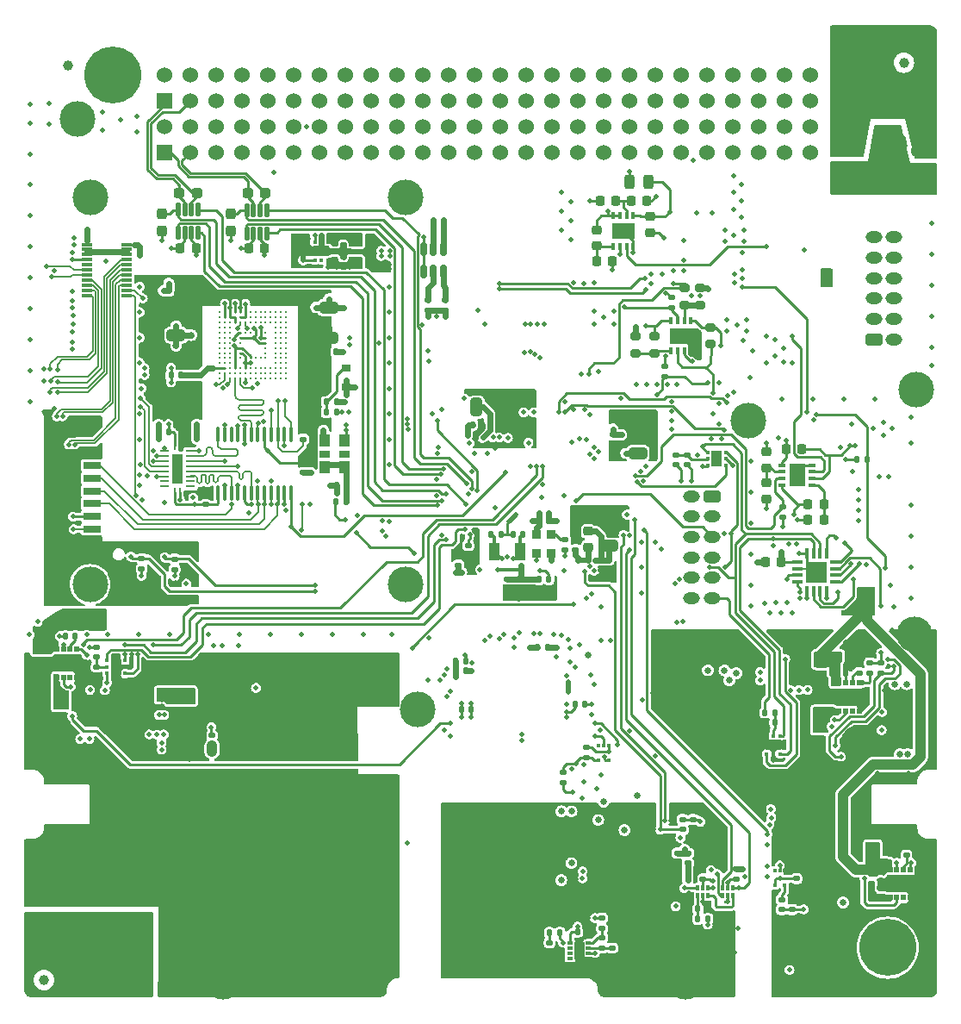
<source format=gbl>
G04 #@! TF.GenerationSoftware,KiCad,Pcbnew,7.0.0-da2b9df05c~171~ubuntu22.04.1*
G04 #@! TF.CreationDate,2023-04-06T22:28:54+03:00*
G04 #@! TF.ProjectId,satnogs-comms,7361746e-6f67-4732-9d63-6f6d6d732e6b,rev?*
G04 #@! TF.SameCoordinates,Original*
G04 #@! TF.FileFunction,Copper,L6,Bot*
G04 #@! TF.FilePolarity,Positive*
%FSLAX46Y46*%
G04 Gerber Fmt 4.6, Leading zero omitted, Abs format (unit mm)*
G04 Created by KiCad (PCBNEW 7.0.0-da2b9df05c~171~ubuntu22.04.1) date 2023-04-06 22:28:54*
%MOMM*%
%LPD*%
G01*
G04 APERTURE LIST*
G04 Aperture macros list*
%AMRoundRect*
0 Rectangle with rounded corners*
0 $1 Rounding radius*
0 $2 $3 $4 $5 $6 $7 $8 $9 X,Y pos of 4 corners*
0 Add a 4 corners polygon primitive as box body*
4,1,4,$2,$3,$4,$5,$6,$7,$8,$9,$2,$3,0*
0 Add four circle primitives for the rounded corners*
1,1,$1+$1,$2,$3*
1,1,$1+$1,$4,$5*
1,1,$1+$1,$6,$7*
1,1,$1+$1,$8,$9*
0 Add four rect primitives between the rounded corners*
20,1,$1+$1,$2,$3,$4,$5,0*
20,1,$1+$1,$4,$5,$6,$7,0*
20,1,$1+$1,$6,$7,$8,$9,0*
20,1,$1+$1,$8,$9,$2,$3,0*%
%AMOutline4P*
0 Free polygon, 4 corners , with rotation*
0 The origin of the aperture is its center*
0 number of corners: always 4*
0 $1 to $8 corner X, Y*
0 $9 Rotation angle, in degrees counterclockwise*
0 create outline with 4 corners*
4,1,4,$1,$2,$3,$4,$5,$6,$7,$8,$1,$2,$9*%
%AMFreePoly0*
4,1,36,0.462941,0.544983,0.479174,0.544983,0.492307,0.535440,0.507748,0.530424,0.517290,0.517290,0.530424,0.507748,0.535440,0.492307,0.544983,0.479174,0.544983,0.462941,0.550000,0.447500,0.550000,-0.447500,0.544983,-0.462941,0.544983,-0.479174,0.535440,-0.492307,0.530424,-0.507748,0.517290,-0.517290,0.507748,-0.530424,0.492307,-0.535440,0.479174,-0.544983,0.462941,-0.544983,
0.447500,-0.550000,-0.447500,-0.550000,-0.462941,-0.544983,-0.479174,-0.544983,-0.492307,-0.535440,-0.507748,-0.530424,-0.517290,-0.517290,-0.530424,-0.507748,-0.535440,-0.492307,-0.544983,-0.479174,-0.544983,-0.462941,-0.550000,-0.447500,-0.550000,0.350000,-0.350000,0.550000,0.447500,0.550000,0.462941,0.544983,0.462941,0.544983,$1*%
G04 Aperture macros list end*
G04 #@! TA.AperFunction,ComponentPad*
%ADD10R,1.524000X1.524000*%
G04 #@! TD*
G04 #@! TA.AperFunction,ComponentPad*
%ADD11C,1.524000*%
G04 #@! TD*
G04 #@! TA.AperFunction,ComponentPad*
%ADD12C,5.600000*%
G04 #@! TD*
G04 #@! TA.AperFunction,ComponentPad*
%ADD13C,0.500000*%
G04 #@! TD*
G04 #@! TA.AperFunction,SMDPad,CuDef*
%ADD14FreePoly0,180.000000*%
G04 #@! TD*
G04 #@! TA.AperFunction,ComponentPad*
%ADD15C,0.334000*%
G04 #@! TD*
G04 #@! TA.AperFunction,SMDPad,CuDef*
%ADD16R,1.600000X0.334000*%
G04 #@! TD*
G04 #@! TA.AperFunction,SMDPad,CuDef*
%ADD17RoundRect,0.250001X-1.099999X-1.099999X1.099999X-1.099999X1.099999X1.099999X-1.099999X1.099999X0*%
G04 #@! TD*
G04 #@! TA.AperFunction,ComponentPad*
%ADD18C,0.600000*%
G04 #@! TD*
G04 #@! TA.AperFunction,SMDPad,CuDef*
%ADD19RoundRect,0.250001X0.899999X-0.899999X0.899999X0.899999X-0.899999X0.899999X-0.899999X-0.899999X0*%
G04 #@! TD*
G04 #@! TA.AperFunction,SMDPad,CuDef*
%ADD20RoundRect,0.250001X-0.799999X-0.799999X0.799999X-0.799999X0.799999X0.799999X-0.799999X0.799999X0*%
G04 #@! TD*
G04 #@! TA.AperFunction,ComponentPad*
%ADD21C,3.500000*%
G04 #@! TD*
G04 #@! TA.AperFunction,WasherPad*
%ADD22C,3.500000*%
G04 #@! TD*
G04 #@! TA.AperFunction,ComponentPad*
%ADD23RoundRect,0.250000X-0.575000X0.350000X-0.575000X-0.350000X0.575000X-0.350000X0.575000X0.350000X0*%
G04 #@! TD*
G04 #@! TA.AperFunction,ComponentPad*
%ADD24O,1.650000X1.200000*%
G04 #@! TD*
G04 #@! TA.AperFunction,SMDPad,CuDef*
%ADD25R,1.600000X0.500000*%
G04 #@! TD*
G04 #@! TA.AperFunction,ComponentPad*
%ADD26RoundRect,0.250000X0.575000X-0.350000X0.575000X0.350000X-0.575000X0.350000X-0.575000X-0.350000X0*%
G04 #@! TD*
G04 #@! TA.AperFunction,SMDPad,CuDef*
%ADD27RoundRect,0.147500X0.172500X-0.147500X0.172500X0.147500X-0.172500X0.147500X-0.172500X-0.147500X0*%
G04 #@! TD*
G04 #@! TA.AperFunction,SMDPad,CuDef*
%ADD28RoundRect,0.147500X-0.147500X-0.172500X0.147500X-0.172500X0.147500X0.172500X-0.147500X0.172500X0*%
G04 #@! TD*
G04 #@! TA.AperFunction,SMDPad,CuDef*
%ADD29RoundRect,0.087500X-0.425000X-0.087500X0.425000X-0.087500X0.425000X0.087500X-0.425000X0.087500X0*%
G04 #@! TD*
G04 #@! TA.AperFunction,SMDPad,CuDef*
%ADD30RoundRect,0.087500X-0.087500X-0.425000X0.087500X-0.425000X0.087500X0.425000X-0.087500X0.425000X0*%
G04 #@! TD*
G04 #@! TA.AperFunction,SMDPad,CuDef*
%ADD31R,2.100000X2.100000*%
G04 #@! TD*
G04 #@! TA.AperFunction,SMDPad,CuDef*
%ADD32RoundRect,0.218750X-0.218750X-0.256250X0.218750X-0.256250X0.218750X0.256250X-0.218750X0.256250X0*%
G04 #@! TD*
G04 #@! TA.AperFunction,SMDPad,CuDef*
%ADD33RoundRect,0.237500X0.287500X0.237500X-0.287500X0.237500X-0.287500X-0.237500X0.287500X-0.237500X0*%
G04 #@! TD*
G04 #@! TA.AperFunction,SMDPad,CuDef*
%ADD34RoundRect,0.237500X0.237500X-0.287500X0.237500X0.287500X-0.237500X0.287500X-0.237500X-0.287500X0*%
G04 #@! TD*
G04 #@! TA.AperFunction,SMDPad,CuDef*
%ADD35C,0.240000*%
G04 #@! TD*
G04 #@! TA.AperFunction,SMDPad,CuDef*
%ADD36RoundRect,0.218750X0.256250X-0.218750X0.256250X0.218750X-0.256250X0.218750X-0.256250X-0.218750X0*%
G04 #@! TD*
G04 #@! TA.AperFunction,SMDPad,CuDef*
%ADD37RoundRect,0.218750X0.218750X0.256250X-0.218750X0.256250X-0.218750X-0.256250X0.218750X-0.256250X0*%
G04 #@! TD*
G04 #@! TA.AperFunction,SMDPad,CuDef*
%ADD38RoundRect,0.075000X-0.075000X0.275000X-0.075000X-0.275000X0.075000X-0.275000X0.075000X0.275000X0*%
G04 #@! TD*
G04 #@! TA.AperFunction,SMDPad,CuDef*
%ADD39R,2.300000X1.500000*%
G04 #@! TD*
G04 #@! TA.AperFunction,SMDPad,CuDef*
%ADD40RoundRect,0.147500X0.147500X0.172500X-0.147500X0.172500X-0.147500X-0.172500X0.147500X-0.172500X0*%
G04 #@! TD*
G04 #@! TA.AperFunction,SMDPad,CuDef*
%ADD41RoundRect,0.250000X-0.650000X0.325000X-0.650000X-0.325000X0.650000X-0.325000X0.650000X0.325000X0*%
G04 #@! TD*
G04 #@! TA.AperFunction,SMDPad,CuDef*
%ADD42RoundRect,0.147500X-0.172500X0.147500X-0.172500X-0.147500X0.172500X-0.147500X0.172500X0.147500X0*%
G04 #@! TD*
G04 #@! TA.AperFunction,SMDPad,CuDef*
%ADD43RoundRect,0.250000X0.325000X0.650000X-0.325000X0.650000X-0.325000X-0.650000X0.325000X-0.650000X0*%
G04 #@! TD*
G04 #@! TA.AperFunction,SMDPad,CuDef*
%ADD44RoundRect,0.218750X-0.256250X0.218750X-0.256250X-0.218750X0.256250X-0.218750X0.256250X0.218750X0*%
G04 #@! TD*
G04 #@! TA.AperFunction,SMDPad,CuDef*
%ADD45R,1.000000X1.800000*%
G04 #@! TD*
G04 #@! TA.AperFunction,SMDPad,CuDef*
%ADD46RoundRect,0.250000X0.650000X-0.325000X0.650000X0.325000X-0.650000X0.325000X-0.650000X-0.325000X0*%
G04 #@! TD*
G04 #@! TA.AperFunction,SMDPad,CuDef*
%ADD47R,0.470000X0.560000*%
G04 #@! TD*
G04 #@! TA.AperFunction,ComponentPad*
%ADD48C,1.000000*%
G04 #@! TD*
G04 #@! TA.AperFunction,SMDPad,CuDef*
%ADD49R,2.520000X1.700000*%
G04 #@! TD*
G04 #@! TA.AperFunction,SMDPad,CuDef*
%ADD50RoundRect,0.243750X0.243750X0.456250X-0.243750X0.456250X-0.243750X-0.456250X0.243750X-0.456250X0*%
G04 #@! TD*
G04 #@! TA.AperFunction,SMDPad,CuDef*
%ADD51RoundRect,0.140000X0.140000X0.170000X-0.140000X0.170000X-0.140000X-0.170000X0.140000X-0.170000X0*%
G04 #@! TD*
G04 #@! TA.AperFunction,SMDPad,CuDef*
%ADD52RoundRect,0.135000X-0.135000X-0.185000X0.135000X-0.185000X0.135000X0.185000X-0.135000X0.185000X0*%
G04 #@! TD*
G04 #@! TA.AperFunction,SMDPad,CuDef*
%ADD53RoundRect,0.135000X-0.185000X0.135000X-0.185000X-0.135000X0.185000X-0.135000X0.185000X0.135000X0*%
G04 #@! TD*
G04 #@! TA.AperFunction,SMDPad,CuDef*
%ADD54RoundRect,0.093750X0.093750X0.106250X-0.093750X0.106250X-0.093750X-0.106250X0.093750X-0.106250X0*%
G04 #@! TD*
G04 #@! TA.AperFunction,SMDPad,CuDef*
%ADD55R,1.000000X1.600000*%
G04 #@! TD*
G04 #@! TA.AperFunction,SMDPad,CuDef*
%ADD56RoundRect,0.093750X0.106250X-0.093750X0.106250X0.093750X-0.106250X0.093750X-0.106250X-0.093750X0*%
G04 #@! TD*
G04 #@! TA.AperFunction,SMDPad,CuDef*
%ADD57R,1.600000X1.000000*%
G04 #@! TD*
G04 #@! TA.AperFunction,SMDPad,CuDef*
%ADD58R,0.300000X0.450000*%
G04 #@! TD*
G04 #@! TA.AperFunction,SMDPad,CuDef*
%ADD59RoundRect,0.243750X-0.456250X0.243750X-0.456250X-0.243750X0.456250X-0.243750X0.456250X0.243750X0*%
G04 #@! TD*
G04 #@! TA.AperFunction,SMDPad,CuDef*
%ADD60RoundRect,0.135000X0.185000X-0.135000X0.185000X0.135000X-0.185000X0.135000X-0.185000X-0.135000X0*%
G04 #@! TD*
G04 #@! TA.AperFunction,SMDPad,CuDef*
%ADD61RoundRect,0.075000X-0.275000X-0.075000X0.275000X-0.075000X0.275000X0.075000X-0.275000X0.075000X0*%
G04 #@! TD*
G04 #@! TA.AperFunction,SMDPad,CuDef*
%ADD62R,1.500000X2.300000*%
G04 #@! TD*
G04 #@! TA.AperFunction,SMDPad,CuDef*
%ADD63RoundRect,0.140000X0.170000X-0.140000X0.170000X0.140000X-0.170000X0.140000X-0.170000X-0.140000X0*%
G04 #@! TD*
G04 #@! TA.AperFunction,SMDPad,CuDef*
%ADD64R,0.300000X0.520000*%
G04 #@! TD*
G04 #@! TA.AperFunction,SMDPad,CuDef*
%ADD65R,0.300000X0.490000*%
G04 #@! TD*
G04 #@! TA.AperFunction,SMDPad,CuDef*
%ADD66R,0.500000X0.300000*%
G04 #@! TD*
G04 #@! TA.AperFunction,SMDPad,CuDef*
%ADD67R,1.050000X1.750000*%
G04 #@! TD*
G04 #@! TA.AperFunction,SMDPad,CuDef*
%ADD68C,0.500000*%
G04 #@! TD*
G04 #@! TA.AperFunction,SMDPad,CuDef*
%ADD69RoundRect,0.243750X-0.243750X-0.456250X0.243750X-0.456250X0.243750X0.456250X-0.243750X0.456250X0*%
G04 #@! TD*
G04 #@! TA.AperFunction,SMDPad,CuDef*
%ADD70R,1.800000X0.700000*%
G04 #@! TD*
G04 #@! TA.AperFunction,SMDPad,CuDef*
%ADD71R,2.200000X1.600000*%
G04 #@! TD*
G04 #@! TA.AperFunction,SMDPad,CuDef*
%ADD72R,0.900000X0.800000*%
G04 #@! TD*
G04 #@! TA.AperFunction,SMDPad,CuDef*
%ADD73RoundRect,0.135000X0.135000X0.185000X-0.135000X0.185000X-0.135000X-0.185000X0.135000X-0.185000X0*%
G04 #@! TD*
G04 #@! TA.AperFunction,SMDPad,CuDef*
%ADD74RoundRect,0.100000X-0.100000X0.637500X-0.100000X-0.637500X0.100000X-0.637500X0.100000X0.637500X0*%
G04 #@! TD*
G04 #@! TA.AperFunction,SMDPad,CuDef*
%ADD75RoundRect,0.125000X0.125000X-0.537500X0.125000X0.537500X-0.125000X0.537500X-0.125000X-0.537500X0*%
G04 #@! TD*
G04 #@! TA.AperFunction,SMDPad,CuDef*
%ADD76RoundRect,0.250000X-0.475000X0.250000X-0.475000X-0.250000X0.475000X-0.250000X0.475000X0.250000X0*%
G04 #@! TD*
G04 #@! TA.AperFunction,SMDPad,CuDef*
%ADD77RoundRect,0.237500X-0.237500X0.250000X-0.237500X-0.250000X0.237500X-0.250000X0.237500X0.250000X0*%
G04 #@! TD*
G04 #@! TA.AperFunction,SMDPad,CuDef*
%ADD78RoundRect,0.237500X-0.250000X-0.237500X0.250000X-0.237500X0.250000X0.237500X-0.250000X0.237500X0*%
G04 #@! TD*
G04 #@! TA.AperFunction,SMDPad,CuDef*
%ADD79RoundRect,0.200000X0.275000X-0.200000X0.275000X0.200000X-0.275000X0.200000X-0.275000X-0.200000X0*%
G04 #@! TD*
G04 #@! TA.AperFunction,SMDPad,CuDef*
%ADD80C,0.050000*%
G04 #@! TD*
G04 #@! TA.AperFunction,SMDPad,CuDef*
%ADD81RoundRect,0.200000X-0.275000X0.200000X-0.275000X-0.200000X0.275000X-0.200000X0.275000X0.200000X0*%
G04 #@! TD*
G04 #@! TA.AperFunction,SMDPad,CuDef*
%ADD82C,1.000000*%
G04 #@! TD*
G04 #@! TA.AperFunction,SMDPad,CuDef*
%ADD83RoundRect,0.225000X-0.225000X-0.250000X0.225000X-0.250000X0.225000X0.250000X-0.225000X0.250000X0*%
G04 #@! TD*
G04 #@! TA.AperFunction,SMDPad,CuDef*
%ADD84R,1.000000X0.300000*%
G04 #@! TD*
G04 #@! TA.AperFunction,SMDPad,CuDef*
%ADD85RoundRect,0.140000X-0.140000X-0.170000X0.140000X-0.170000X0.140000X0.170000X-0.140000X0.170000X0*%
G04 #@! TD*
G04 #@! TA.AperFunction,SMDPad,CuDef*
%ADD86RoundRect,0.225000X-0.250000X0.225000X-0.250000X-0.225000X0.250000X-0.225000X0.250000X0.225000X0*%
G04 #@! TD*
G04 #@! TA.AperFunction,SMDPad,CuDef*
%ADD87Outline4P,-0.450000X-0.400000X0.450000X-0.400000X0.450000X0.400000X-0.450000X0.400000X270.000000*%
G04 #@! TD*
G04 #@! TA.AperFunction,SMDPad,CuDef*
%ADD88RoundRect,0.140000X-0.170000X0.140000X-0.170000X-0.140000X0.170000X-0.140000X0.170000X0.140000X0*%
G04 #@! TD*
G04 #@! TA.AperFunction,SMDPad,CuDef*
%ADD89R,0.240000X0.900000*%
G04 #@! TD*
G04 #@! TA.AperFunction,SMDPad,CuDef*
%ADD90R,0.900000X0.240000*%
G04 #@! TD*
G04 #@! TA.AperFunction,SMDPad,CuDef*
%ADD91R,1.000000X2.900000*%
G04 #@! TD*
G04 #@! TA.AperFunction,SMDPad,CuDef*
%ADD92R,1.000000X1.300000*%
G04 #@! TD*
G04 #@! TA.AperFunction,SMDPad,CuDef*
%ADD93R,1.000000X0.700000*%
G04 #@! TD*
G04 #@! TA.AperFunction,SMDPad,CuDef*
%ADD94RoundRect,0.150000X-0.150000X0.512500X-0.150000X-0.512500X0.150000X-0.512500X0.150000X0.512500X0*%
G04 #@! TD*
G04 #@! TA.AperFunction,ViaPad*
%ADD95C,0.460000*%
G04 #@! TD*
G04 #@! TA.AperFunction,ViaPad*
%ADD96C,0.660000*%
G04 #@! TD*
G04 #@! TA.AperFunction,Conductor*
%ADD97C,0.250000*%
G04 #@! TD*
G04 #@! TA.AperFunction,Conductor*
%ADD98C,0.600000*%
G04 #@! TD*
G04 #@! TA.AperFunction,Conductor*
%ADD99C,0.200000*%
G04 #@! TD*
G04 #@! TA.AperFunction,Conductor*
%ADD100C,1.000000*%
G04 #@! TD*
G04 #@! TA.AperFunction,Conductor*
%ADD101C,0.350000*%
G04 #@! TD*
G04 #@! TA.AperFunction,Conductor*
%ADD102C,0.450000*%
G04 #@! TD*
G04 #@! TA.AperFunction,Conductor*
%ADD103C,0.300000*%
G04 #@! TD*
G04 #@! TA.AperFunction,Conductor*
%ADD104C,0.180000*%
G04 #@! TD*
G04 APERTURE END LIST*
G36*
X136495600Y-106951400D02*
G01*
X135995600Y-106951400D01*
X135995600Y-105951400D01*
X136495600Y-105951400D01*
X136495600Y-106951400D01*
G37*
G36*
X163780280Y-105267760D02*
G01*
X163280280Y-105267760D01*
X163280280Y-104267760D01*
X163780280Y-104267760D01*
X163780280Y-105267760D01*
G37*
G36*
X131289530Y-89688423D02*
G01*
X130582423Y-90395530D01*
X130228870Y-90041977D01*
X130935977Y-89334870D01*
X131289530Y-89688423D01*
G37*
G36*
X138201400Y-94255400D02*
G01*
X137201400Y-94255400D01*
X137201400Y-93755400D01*
X138201400Y-93755400D01*
X138201400Y-94255400D01*
G37*
G36*
X110435200Y-64533400D02*
G01*
X109935200Y-64533400D01*
X109935200Y-63533400D01*
X110435200Y-63533400D01*
X110435200Y-64533400D01*
G37*
D10*
X96519999Y-53974999D03*
D11*
X96520000Y-51435000D03*
X99060000Y-53975000D03*
X99060000Y-51435000D03*
X101600000Y-53975000D03*
X101600000Y-51435000D03*
X104140000Y-53975000D03*
X104140000Y-51435000D03*
X106680000Y-53975000D03*
X106680000Y-51435000D03*
X109220000Y-53975000D03*
X109220000Y-51435000D03*
X111760000Y-53975000D03*
X111760000Y-51435000D03*
X114300000Y-53975000D03*
X114300000Y-51435000D03*
X116840000Y-53975000D03*
X116840000Y-51435000D03*
X119380000Y-53975000D03*
X119380000Y-51435000D03*
X121920000Y-53975000D03*
X121920000Y-51435000D03*
X124460000Y-53975000D03*
X124460000Y-51435000D03*
X127000000Y-53975000D03*
X127000000Y-51435000D03*
X129540000Y-53975000D03*
X129540000Y-51435000D03*
X132080000Y-53975000D03*
X132080000Y-51435000D03*
X134620000Y-53975000D03*
X134620000Y-51435000D03*
X137160000Y-53975000D03*
X137160000Y-51435000D03*
X139700000Y-53975000D03*
X139700000Y-51435000D03*
X142240000Y-53975000D03*
X142240000Y-51435000D03*
X144780000Y-53975000D03*
X144780000Y-51435000D03*
X147320000Y-53975000D03*
X147320000Y-51435000D03*
X149860000Y-53975000D03*
X149860000Y-51435000D03*
X152400000Y-53975000D03*
X152400000Y-51435000D03*
X154940000Y-53975000D03*
X154940000Y-51435000D03*
X157480000Y-53975000D03*
X157480000Y-51435000D03*
X160020000Y-53975000D03*
X160020000Y-51435000D03*
D10*
X96519999Y-48894999D03*
D11*
X96520000Y-46355000D03*
X99060000Y-48895000D03*
X99060000Y-46355000D03*
X101600000Y-48895000D03*
X101600000Y-46355000D03*
X104140000Y-48895000D03*
X104140000Y-46355000D03*
X106680000Y-48895000D03*
X106680000Y-46355000D03*
X109220000Y-48895000D03*
X109220000Y-46355000D03*
X111760000Y-48895000D03*
X111760000Y-46355000D03*
X114300000Y-48895000D03*
X114300000Y-46355000D03*
X116840000Y-48895000D03*
X116840000Y-46355000D03*
X119380000Y-48895000D03*
X119380000Y-46355000D03*
X121920000Y-48895000D03*
X121920000Y-46355000D03*
X124460000Y-48895000D03*
X124460000Y-46355000D03*
X127000000Y-48895000D03*
X127000000Y-46355000D03*
X129540000Y-48895000D03*
X129540000Y-46355000D03*
X132080000Y-48895000D03*
X132080000Y-46355000D03*
X134620000Y-48895000D03*
X134620000Y-46355000D03*
X137160000Y-48895000D03*
X137160000Y-46355000D03*
X139700000Y-48895000D03*
X139700000Y-46355000D03*
X142240000Y-48895000D03*
X142240000Y-46355000D03*
X144780000Y-48895000D03*
X144780000Y-46355000D03*
X147320000Y-48895000D03*
X147320000Y-46355000D03*
X149860000Y-48895000D03*
X149860000Y-46355000D03*
X152400000Y-48895000D03*
X152400000Y-46355000D03*
X154940000Y-48895000D03*
X154940000Y-46355000D03*
X157480000Y-48895000D03*
X157480000Y-46355000D03*
X160020000Y-48895000D03*
X160020000Y-46355000D03*
D12*
X165100000Y-46355000D03*
X167640000Y-132080000D03*
X87630000Y-132080000D03*
X91440000Y-46355000D03*
D13*
X158237600Y-119769300D03*
X158237600Y-119219300D03*
D14*
X157962600Y-119494300D03*
D13*
X157687600Y-119769300D03*
X157687600Y-119219300D03*
D15*
X160297400Y-126720600D03*
X159664400Y-126720600D03*
D16*
X159664399Y-126720599D03*
D15*
X159031400Y-126720600D03*
D13*
X152334700Y-111032300D03*
X152334700Y-112132300D03*
X152334700Y-113232300D03*
X153434700Y-111032300D03*
X153434700Y-112132300D03*
D17*
X153434700Y-112132300D03*
D13*
X153434700Y-113232300D03*
X154534700Y-111032300D03*
X154534700Y-112132300D03*
X154534700Y-113232300D03*
D18*
X139849800Y-124671500D03*
X140699800Y-124671500D03*
X141549800Y-124671500D03*
X139849800Y-123821500D03*
X140699800Y-123821500D03*
D19*
X140699800Y-123821500D03*
D18*
X141549800Y-123821500D03*
X139849800Y-122971500D03*
X140699800Y-122971500D03*
X141549800Y-122971500D03*
X149846600Y-120916000D03*
X149846600Y-121666000D03*
X149846600Y-122416000D03*
X150596600Y-120916000D03*
X150596600Y-121666000D03*
D20*
X150596600Y-121666000D03*
D18*
X150596600Y-122416000D03*
X151346600Y-120916000D03*
X151346600Y-121666000D03*
X151346600Y-122416000D03*
D21*
X164790000Y-111940000D03*
D18*
X93583200Y-108807400D03*
D22*
X89237200Y-96393000D03*
X120237200Y-96393000D03*
X89237200Y-58393000D03*
X120237200Y-58393000D03*
D18*
X92983200Y-109407400D03*
X92983200Y-108207400D03*
D23*
X150393400Y-87731600D03*
D24*
X148393399Y-87731599D03*
X150393399Y-89731599D03*
X148393399Y-89731599D03*
X150393399Y-91731599D03*
X148393399Y-91731599D03*
X150393399Y-93731599D03*
X148393399Y-93731599D03*
X150393399Y-95731599D03*
X148393399Y-95731599D03*
X150393399Y-97731599D03*
X148393399Y-97731599D03*
D18*
X93583200Y-108207400D03*
X92383200Y-108807400D03*
X92383200Y-108207400D03*
D21*
X85725000Y-110744000D03*
X88036000Y-50648000D03*
X102300000Y-135410000D03*
X121412000Y-108712000D03*
X129032000Y-120777000D03*
X146050000Y-107061000D03*
X147800000Y-135430000D03*
X153987000Y-80328000D03*
X164795000Y-111938000D03*
X167820000Y-53330000D03*
X170307000Y-101283000D03*
X170434000Y-77280000D03*
D18*
X92983200Y-108807400D03*
D13*
X168850400Y-109804200D03*
D25*
X168300399Y-109804199D03*
D13*
X167750400Y-109804200D03*
D26*
X166275000Y-72310000D03*
D24*
X168274999Y-72309999D03*
X166274999Y-70309999D03*
X168274999Y-70309999D03*
X166274999Y-68309999D03*
X168274999Y-68309999D03*
X166274999Y-66309999D03*
X168274999Y-66309999D03*
X166274999Y-64309999D03*
X168274999Y-64309999D03*
X166274999Y-62309999D03*
X168274999Y-62309999D03*
D18*
X93583200Y-109407400D03*
X92383200Y-109407400D03*
D27*
X126415800Y-93550600D03*
X126415800Y-92580600D03*
D28*
X133347600Y-95885000D03*
X134317600Y-95885000D03*
D29*
X158817000Y-96155500D03*
X158817000Y-95505500D03*
X158817000Y-94855500D03*
X158817000Y-94205500D03*
D30*
X159704500Y-93318000D03*
X160354500Y-93318000D03*
X161004500Y-93318000D03*
X161654500Y-93318000D03*
D29*
X162542000Y-94205500D03*
X162542000Y-94855500D03*
X162542000Y-95505500D03*
X162542000Y-96155500D03*
D30*
X161654500Y-97043000D03*
X161004500Y-97043000D03*
X160354500Y-97043000D03*
X159704500Y-97043000D03*
D31*
X160679499Y-95180499D03*
D32*
X98064500Y-63387400D03*
X99639500Y-63387400D03*
D33*
X106483500Y-57987400D03*
X104733500Y-57987400D03*
D34*
X103058500Y-61708000D03*
X103058500Y-59958000D03*
D33*
X99727000Y-57987400D03*
X97977000Y-57987400D03*
D34*
X96302000Y-61712400D03*
X96302000Y-59962400D03*
D32*
X104821000Y-63387400D03*
X106396000Y-63387400D03*
D35*
X101988000Y-76163600D03*
X102988000Y-76163600D03*
X103488000Y-76163600D03*
X103988000Y-76163600D03*
X104488000Y-76163600D03*
X104988000Y-76163600D03*
X105488000Y-76163600D03*
X105988000Y-76163600D03*
X106488000Y-76163600D03*
X106988000Y-76163600D03*
X107488000Y-76163600D03*
X107988000Y-76163600D03*
X108488000Y-76163600D03*
X101988000Y-75663600D03*
X102488000Y-75663600D03*
X102488000Y-76163600D03*
X102988000Y-75663600D03*
X103488000Y-75663600D03*
X103988000Y-75663600D03*
X104488000Y-75663600D03*
X104988000Y-75663600D03*
X105488000Y-75663600D03*
X105988000Y-75663600D03*
X106488000Y-75663600D03*
X106988000Y-75663600D03*
X107488000Y-75663600D03*
X107988000Y-75663600D03*
X108488000Y-75663600D03*
X101988000Y-75163600D03*
X102488000Y-75163600D03*
X102988000Y-75163600D03*
X103488000Y-74663600D03*
X103488000Y-75163600D03*
X103988000Y-75163600D03*
X104488000Y-75163600D03*
X104988000Y-75163600D03*
X105488000Y-75163600D03*
X105988000Y-75163600D03*
X106488000Y-75163600D03*
X106988000Y-75163600D03*
X107488000Y-75163600D03*
X107988000Y-75163600D03*
X108488000Y-75163600D03*
X101988000Y-74663600D03*
X102488000Y-74663600D03*
X102988000Y-74663600D03*
X107488000Y-74663600D03*
X107988000Y-74663600D03*
X108488000Y-74663600D03*
X101988000Y-74163600D03*
X102488000Y-74163600D03*
X102988000Y-74163600D03*
X103988000Y-74163600D03*
X104488000Y-74163600D03*
X104988000Y-74163600D03*
X105488000Y-74163600D03*
X105988000Y-74163600D03*
X106488000Y-74163600D03*
X107488000Y-74163600D03*
X107988000Y-74163600D03*
X108488000Y-74163600D03*
X101988000Y-73663600D03*
X102488000Y-73663600D03*
X102988000Y-73663600D03*
X103988000Y-73663600D03*
X106488000Y-73663600D03*
X107488000Y-73663600D03*
X107988000Y-73663600D03*
X108488000Y-73663600D03*
X101988000Y-73163600D03*
X102488000Y-73163600D03*
X102988000Y-73163600D03*
X103988000Y-73163600D03*
X106488000Y-73163600D03*
X107488000Y-73163600D03*
X107988000Y-73163600D03*
X108488000Y-73163600D03*
X101988000Y-72663600D03*
X102488000Y-72663600D03*
X102988000Y-72663600D03*
X103988000Y-72663600D03*
X106488000Y-72663600D03*
X107488000Y-72663600D03*
X107988000Y-72663600D03*
X108488000Y-72663600D03*
X101988000Y-72163600D03*
X102488000Y-72163600D03*
X102988000Y-72163600D03*
X103988000Y-72163600D03*
X106488000Y-72163600D03*
X107488000Y-72163600D03*
X107988000Y-72163600D03*
X108488000Y-72163600D03*
X101988000Y-71663600D03*
X102488000Y-71663600D03*
X102988000Y-71663600D03*
X103988000Y-71663600D03*
X104488000Y-71663600D03*
X104988000Y-71663600D03*
X105488000Y-71663600D03*
X105988000Y-71663600D03*
X106488000Y-71663600D03*
X107488000Y-71663600D03*
X107988000Y-71663600D03*
X108488000Y-71663600D03*
X101988000Y-71163600D03*
X102488000Y-71163600D03*
X102988000Y-71163600D03*
X107488000Y-71163600D03*
X107988000Y-71163600D03*
X108488000Y-71163600D03*
X101988000Y-70663600D03*
X102488000Y-70663600D03*
X102988000Y-70663600D03*
X103488000Y-70663600D03*
X103988000Y-70663600D03*
X104488000Y-70663600D03*
X104988000Y-70663600D03*
X105488000Y-70663600D03*
X105988000Y-70663600D03*
X106488000Y-70663600D03*
X106988000Y-70663600D03*
X107488000Y-70663600D03*
X107988000Y-70663600D03*
X108488000Y-70663600D03*
X101988000Y-70163600D03*
X102488000Y-69663600D03*
X102488000Y-70163600D03*
X102988000Y-70163600D03*
X103488000Y-70163600D03*
X103988000Y-70163600D03*
X104488000Y-70163600D03*
X104988000Y-70163600D03*
X105488000Y-70163600D03*
X105988000Y-70163600D03*
X106488000Y-70163600D03*
X106988000Y-70163600D03*
X107488000Y-70163600D03*
X107988000Y-70163600D03*
X108488000Y-70163600D03*
X101988000Y-69663600D03*
X102988000Y-69663600D03*
X103488000Y-69663600D03*
X103988000Y-69663600D03*
X104488000Y-69663600D03*
X104988000Y-69663600D03*
X105488000Y-69663600D03*
X105988000Y-69663600D03*
X106488000Y-69663600D03*
X106988000Y-69663600D03*
X107488000Y-69663600D03*
X107988000Y-69663600D03*
X108488000Y-69663600D03*
D32*
X139360200Y-58745100D03*
X140935200Y-58745100D03*
D36*
X139039600Y-63144500D03*
X139039600Y-61569500D03*
D37*
X140614500Y-64668400D03*
X139039500Y-64668400D03*
X143983200Y-58745100D03*
X142408200Y-58745100D03*
D38*
X140688700Y-60165100D03*
X141338700Y-60165100D03*
X141988700Y-60165100D03*
X142638700Y-60165100D03*
X142638700Y-63165100D03*
X141988700Y-63165100D03*
X141338700Y-63165100D03*
X140688700Y-63165100D03*
D39*
X141663699Y-61665099D03*
D36*
X144272000Y-61849100D03*
X144272000Y-60274100D03*
D40*
X98168600Y-75858800D03*
X97198600Y-75858800D03*
D28*
X112438600Y-73522000D03*
X113408600Y-73522000D03*
D41*
X97683600Y-68948200D03*
X97683600Y-71898200D03*
D42*
X140639800Y-81684000D03*
X140639800Y-82654000D03*
D28*
X96970000Y-67553000D03*
X97940000Y-67553000D03*
D41*
X112695000Y-69200400D03*
X112695000Y-72150400D03*
D42*
X140208000Y-94003000D03*
X140208000Y-94973000D03*
D27*
X125425200Y-94513400D03*
X125425200Y-93543400D03*
D28*
X126847600Y-80721200D03*
X127817600Y-80721200D03*
D41*
X143078200Y-80567000D03*
X143078200Y-83517000D03*
D43*
X130176800Y-78994000D03*
X127226800Y-78994000D03*
D44*
X138209400Y-91177900D03*
X138209400Y-92752900D03*
D42*
X110185200Y-81176000D03*
X110185200Y-82146000D03*
D45*
X128975799Y-93157999D03*
X131475799Y-93157999D03*
D28*
X133373000Y-90170000D03*
X134343000Y-90170000D03*
D40*
X131777600Y-91458000D03*
X130807600Y-91458000D03*
D27*
X136956800Y-92991800D03*
X136956800Y-92021800D03*
D42*
X135940800Y-92021800D03*
X135940800Y-92991800D03*
D46*
X140208000Y-92610200D03*
X140208000Y-89660200D03*
D42*
X130276600Y-95882600D03*
X130276600Y-96852600D03*
D40*
X129644000Y-91458000D03*
X128674000Y-91458000D03*
D42*
X132308600Y-95882600D03*
X132308600Y-96852600D03*
X131292600Y-95882600D03*
X131292600Y-96852600D03*
D32*
X155625700Y-94208600D03*
X157200700Y-94208600D03*
D47*
X85949599Y-102759999D03*
X86599599Y-102759999D03*
X87249599Y-102759999D03*
X87899599Y-102759999D03*
X87899599Y-105499999D03*
X87249599Y-105499999D03*
X86599599Y-105499999D03*
X85949599Y-105499999D03*
D48*
X86416600Y-104130000D03*
D49*
X86949999Y-104129999D03*
D48*
X87483400Y-104130000D03*
D40*
X85950000Y-106700000D03*
X84980000Y-106700000D03*
D28*
X86807320Y-101488240D03*
X87777320Y-101488240D03*
D50*
X144150600Y-56889900D03*
X142275600Y-56889900D03*
D51*
X138109900Y-130530600D03*
X137149900Y-130530600D03*
D52*
X134402100Y-130619500D03*
X135422100Y-130619500D03*
D53*
X134404100Y-131582700D03*
X134404100Y-132602700D03*
D27*
X157251400Y-128320800D03*
X157251400Y-127350800D03*
X158242000Y-128320800D03*
X158242000Y-127350800D03*
D42*
X89865200Y-102575500D03*
X89865200Y-103545500D03*
D27*
X89865200Y-105475900D03*
X89865200Y-104505900D03*
D54*
X92675300Y-103847400D03*
X92675300Y-104497400D03*
X92675300Y-105147400D03*
X90900300Y-105147400D03*
X90900300Y-104497400D03*
X90900300Y-103847400D03*
D55*
X91787799Y-104497399D03*
D27*
X147002500Y-123776600D03*
X147002500Y-122806600D03*
X148513800Y-120474600D03*
X148513800Y-119504600D03*
D28*
X147025500Y-124764800D03*
X147995500Y-124764800D03*
D42*
X148018500Y-122806600D03*
X148018500Y-123776600D03*
D27*
X147497800Y-120474600D03*
X147497800Y-119504600D03*
D56*
X157058700Y-113040200D03*
X156408700Y-113040200D03*
X155758700Y-113040200D03*
X155758700Y-111265200D03*
X156408700Y-111265200D03*
X157058700Y-111265200D03*
D57*
X156408699Y-112152699D03*
D28*
X155598000Y-109982000D03*
X156568000Y-109982000D03*
X155598000Y-108991400D03*
X156568000Y-108991400D03*
D47*
X167887199Y-124412399D03*
X168537199Y-124412399D03*
X169187199Y-124412399D03*
X169837199Y-124412399D03*
X169837199Y-127152399D03*
X169187199Y-127152399D03*
X168537199Y-127152399D03*
X167887199Y-127152399D03*
D48*
X168354200Y-125782400D03*
D49*
X168887599Y-125782399D03*
D48*
X169421000Y-125782400D03*
D27*
X166941500Y-127135680D03*
X166941500Y-126165680D03*
X169494200Y-122980380D03*
X169494200Y-122010380D03*
D58*
X139225399Y-112228399D03*
X139725399Y-112228399D03*
X140225399Y-112228399D03*
X140225399Y-113628399D03*
X139225399Y-113628399D03*
D40*
X137873600Y-108204000D03*
X136903600Y-108204000D03*
X134216000Y-102616000D03*
X133246000Y-102616000D03*
D28*
X125168800Y-103911400D03*
X126138800Y-103911400D03*
X125168800Y-104902000D03*
X126138800Y-104902000D03*
X125725200Y-108712000D03*
X126695200Y-108712000D03*
D40*
X149964000Y-128270000D03*
X148994000Y-128270000D03*
D28*
X148994000Y-129260600D03*
X149964000Y-129260600D03*
D27*
X162001200Y-108826300D03*
X162001200Y-107856300D03*
X164846000Y-105082200D03*
X164846000Y-104112200D03*
D59*
X161163000Y-104091500D03*
X161163000Y-105966500D03*
D47*
X162880599Y-106079899D03*
X163530599Y-106079899D03*
X164180599Y-106079899D03*
X164830599Y-106079899D03*
X164830599Y-108819899D03*
X164180599Y-108819899D03*
X163530599Y-108819899D03*
X162880599Y-108819899D03*
D48*
X163347600Y-107449900D03*
D49*
X163880999Y-107449899D03*
D48*
X164414400Y-107449900D03*
D27*
X165900100Y-105082200D03*
X165900100Y-104112200D03*
X166966900Y-105082200D03*
X166966900Y-104112200D03*
X135770000Y-115845000D03*
X135770000Y-114875000D03*
D42*
X138049000Y-112415600D03*
X138049000Y-113385600D03*
D53*
X139573000Y-131087400D03*
X139573000Y-132107400D03*
X139573000Y-129157000D03*
X139573000Y-130177000D03*
D60*
X140563600Y-132107400D03*
X140563600Y-131087400D03*
D54*
X151737500Y-83410000D03*
X151737500Y-84060000D03*
X151737500Y-84710000D03*
X149962500Y-84710000D03*
X149962500Y-84060000D03*
X149962500Y-83410000D03*
D55*
X150849999Y-84059999D03*
D27*
X147900000Y-84645000D03*
X147900000Y-83675000D03*
X146850000Y-84645000D03*
X146850000Y-83675000D03*
D36*
X155702000Y-87973000D03*
X155702000Y-86398000D03*
D37*
X161379000Y-88519000D03*
X159804000Y-88519000D03*
D32*
X159804000Y-90043000D03*
X161379000Y-90043000D03*
D44*
X155702000Y-83350000D03*
X155702000Y-84925000D03*
D61*
X157250000Y-86636500D03*
X157250000Y-85986500D03*
X157250000Y-85336500D03*
X157250000Y-84686500D03*
X160250000Y-84686500D03*
X160250000Y-85336500D03*
X160250000Y-85986500D03*
X160250000Y-86636500D03*
D62*
X158749999Y-85661499D03*
D37*
X159227500Y-83143500D03*
X157652500Y-83143500D03*
D42*
X157302200Y-88796000D03*
X157302200Y-89766000D03*
D63*
X149491700Y-125321000D03*
X149491700Y-124361000D03*
X158683200Y-125298200D03*
X158683200Y-124338200D03*
D64*
X152404699Y-126973799D03*
X151904699Y-126973799D03*
X151404699Y-126973799D03*
D65*
X151404699Y-126223799D03*
X151904699Y-126223799D03*
X152404699Y-126223799D03*
D66*
X138225099Y-131609399D03*
X138225099Y-132109399D03*
X138225099Y-132609399D03*
X138225099Y-133109399D03*
X136425099Y-133109399D03*
X136425099Y-132609399D03*
X136425099Y-132109399D03*
X136425099Y-131609399D03*
D67*
X137325099Y-132359399D03*
D58*
X156540199Y-124533199D03*
X157040199Y-124533199D03*
X157540199Y-124533199D03*
X157540199Y-125933199D03*
X156540199Y-125933199D03*
D64*
X149991699Y-126973799D03*
X149491699Y-126973799D03*
X148991699Y-126973799D03*
D65*
X148991699Y-126223799D03*
X149491699Y-126223799D03*
X149991699Y-126223799D03*
D68*
X136245600Y-106951400D03*
X136245600Y-105951400D03*
D63*
X152806400Y-125321000D03*
X152806400Y-124361000D03*
D69*
X166296100Y-122469980D03*
X168171100Y-122469980D03*
D68*
X163530280Y-104267760D03*
X163530280Y-105267760D03*
D63*
X110185200Y-85417600D03*
X110185200Y-84457600D03*
D70*
X89458799Y-90973599D03*
X89458799Y-89723599D03*
X89458799Y-88473599D03*
X89458799Y-87223599D03*
X89458799Y-85973599D03*
X89458799Y-84723599D03*
X89458799Y-83473599D03*
D71*
X86758799Y-93223599D03*
X86758799Y-81223599D03*
D72*
X114440999Y-75147599D03*
X114440999Y-77047599D03*
X112440999Y-76097599D03*
D52*
X112441000Y-79491000D03*
X113461000Y-79491000D03*
D73*
X113461000Y-78475000D03*
X112441000Y-78475000D03*
D74*
X101830200Y-81683100D03*
X102480200Y-81683100D03*
X103130200Y-81683100D03*
X103780200Y-81683100D03*
X104430200Y-81683100D03*
X105080200Y-81683100D03*
X105730200Y-81683100D03*
X106380200Y-81683100D03*
X107030200Y-81683100D03*
X107680200Y-81683100D03*
X108330200Y-81683100D03*
X108980200Y-81683100D03*
X108980200Y-87408100D03*
X108330200Y-87408100D03*
X107680200Y-87408100D03*
X107030200Y-87408100D03*
X106380200Y-87408100D03*
X105730200Y-87408100D03*
X105080200Y-87408100D03*
X104430200Y-87408100D03*
X103780200Y-87408100D03*
X103130200Y-87408100D03*
X102480200Y-87408100D03*
X101830200Y-87408100D03*
D60*
X100579200Y-88560800D03*
X100579200Y-87540800D03*
D75*
X106600000Y-61897500D03*
X105950000Y-61897500D03*
X105300000Y-61897500D03*
X104650000Y-61897500D03*
X104650000Y-59622500D03*
X105300000Y-59622500D03*
X105950000Y-59622500D03*
X106600000Y-59622500D03*
X99850000Y-61872500D03*
X99200000Y-61872500D03*
X98550000Y-61872500D03*
X97900000Y-61872500D03*
X97900000Y-59597500D03*
X98550000Y-59597500D03*
X99200000Y-59597500D03*
X99850000Y-59597500D03*
D63*
X114117400Y-65213600D03*
X114117400Y-64253600D03*
D76*
X97561400Y-105603000D03*
X97561400Y-107503000D03*
D77*
X170475000Y-53847500D03*
X170475000Y-55672500D03*
D56*
X112633800Y-64528900D03*
X111983800Y-64528900D03*
X111333800Y-64528900D03*
X111333800Y-62753900D03*
X111983800Y-62753900D03*
X112633800Y-62753900D03*
D13*
X111433800Y-63641400D03*
D57*
X111983799Y-63641399D03*
D13*
X112533800Y-63641400D03*
D78*
X94812500Y-131785000D03*
X96637500Y-131785000D03*
D73*
X114429000Y-88290400D03*
X113409000Y-88290400D03*
D79*
X144729200Y-73697600D03*
X144729200Y-72047600D03*
D80*
X161645600Y-91821000D03*
D76*
X84400000Y-102750000D03*
X84400000Y-104650000D03*
D52*
X164640000Y-84160000D03*
X165660000Y-84160000D03*
D81*
X147675600Y-67311000D03*
X147675600Y-68961000D03*
D82*
X169250000Y-45160000D03*
D63*
X114117400Y-63029200D03*
X114117400Y-62069200D03*
D68*
X130405647Y-90218753D03*
X131112753Y-89511647D03*
D60*
X97550000Y-94920000D03*
X97550000Y-93900000D03*
D83*
X94950000Y-134035000D03*
X96500000Y-134035000D03*
D68*
X137201400Y-94005400D03*
X138201400Y-94005400D03*
D38*
X146357600Y-70483600D03*
X147007600Y-70483600D03*
X147657600Y-70483600D03*
X148307600Y-70483600D03*
X148307600Y-73483600D03*
X147657600Y-73483600D03*
X147007600Y-73483600D03*
X146357600Y-73483600D03*
D39*
X147332599Y-71983599D03*
D84*
X88900999Y-62995599D03*
X92800999Y-62995599D03*
X88900999Y-63495599D03*
X92800999Y-63495599D03*
X88900999Y-63995599D03*
X92800999Y-63995599D03*
X88900999Y-64495599D03*
X92800999Y-64495599D03*
X88900999Y-64995599D03*
X92800999Y-64995599D03*
X88900999Y-65495599D03*
X92800999Y-65495599D03*
X88900999Y-65995599D03*
X92800999Y-65995599D03*
X88900999Y-66495599D03*
X92800999Y-66495599D03*
X88900999Y-66995599D03*
X92800999Y-66995599D03*
X88900999Y-67495599D03*
X92800999Y-67495599D03*
X88900999Y-67995599D03*
X92800999Y-67995599D03*
D79*
X150250000Y-72808600D03*
X150250000Y-71158600D03*
D53*
X101225000Y-111250000D03*
X101225000Y-112270000D03*
D81*
X142849600Y-72047600D03*
X142849600Y-73697600D03*
X149174200Y-67311000D03*
X149174200Y-68961000D03*
D80*
X115265200Y-64820800D03*
D85*
X113467000Y-86690200D03*
X114427000Y-86690200D03*
D80*
X124180600Y-67284600D03*
D86*
X162925000Y-53860000D03*
X162925000Y-55410000D03*
D87*
X134583000Y-91505600D03*
X134583000Y-93355600D03*
X133133000Y-93355600D03*
X133133000Y-91505600D03*
D85*
X122989400Y-61315600D03*
X123949400Y-61315600D03*
X95984400Y-81396000D03*
X96944400Y-81396000D03*
D60*
X146380200Y-69217000D03*
X146380200Y-68197000D03*
D83*
X94875000Y-129635000D03*
X96425000Y-129635000D03*
D80*
X122428000Y-67360800D03*
D53*
X145775000Y-74950000D03*
X145775000Y-75970000D03*
D82*
X87100000Y-45460000D03*
D88*
X99060000Y-105920600D03*
X99060000Y-106880600D03*
D89*
X98060599Y-82728199D03*
D90*
X99110599Y-83278199D03*
X99110599Y-83778199D03*
X99110599Y-84278199D03*
X99110599Y-84778199D03*
X99110599Y-85278199D03*
X99110599Y-85778199D03*
X99110599Y-86278199D03*
X99110599Y-86778199D03*
D89*
X98060599Y-87328199D03*
X97560599Y-87328199D03*
D90*
X96510599Y-86778199D03*
X96510599Y-86278199D03*
X96510599Y-85778199D03*
X96510599Y-85278199D03*
X96510599Y-84778199D03*
X96510599Y-84278199D03*
X96510599Y-83778199D03*
X96510599Y-83278199D03*
D89*
X97560599Y-82728199D03*
D91*
X97810599Y-85028199D03*
D85*
X98753000Y-81396000D03*
X99713000Y-81396000D03*
D80*
X164109400Y-93116400D03*
D63*
X122428000Y-69441000D03*
X122428000Y-68481000D03*
D86*
X171950000Y-53960000D03*
X171950000Y-55510000D03*
D68*
X110185200Y-64533400D03*
X110185200Y-63533400D03*
D92*
X112324999Y-84884999D03*
D93*
X112324999Y-83584999D03*
D92*
X112324999Y-82284999D03*
X114224999Y-82284999D03*
D93*
X114224999Y-83584999D03*
D92*
X114224999Y-84884999D03*
D82*
X84700000Y-135260000D03*
D83*
X94975000Y-136310000D03*
X96525000Y-136310000D03*
D60*
X94300000Y-94870000D03*
X94300000Y-93850000D03*
D94*
X122036800Y-63429300D03*
X122986800Y-63429300D03*
X123936800Y-63429300D03*
X123936800Y-65704300D03*
X122986800Y-65704300D03*
X122036800Y-65704300D03*
D63*
X124180600Y-69441000D03*
X124180600Y-68481000D03*
D86*
X164550000Y-53860000D03*
X164550000Y-55410000D03*
D95*
X105537000Y-106553000D03*
X83235800Y-105029000D03*
X83896200Y-107264200D03*
X95961200Y-110032800D03*
X138760200Y-66802000D03*
D96*
X96443800Y-105613200D03*
D95*
X157734000Y-114960400D03*
D96*
X167640000Y-113020600D03*
D95*
X93345000Y-103276400D03*
X159258000Y-122453400D03*
X155803600Y-121996200D03*
X155800000Y-125075000D03*
D96*
X159680000Y-109050000D03*
X153810000Y-105098100D03*
X159690000Y-108060000D03*
D95*
X156408700Y-113660900D03*
D96*
X170383200Y-122012780D03*
X169494200Y-121174580D03*
D95*
X137744200Y-114096800D03*
X137742080Y-115775320D03*
X136601200Y-114554000D03*
X136696200Y-116825400D03*
X131680000Y-111100000D03*
X138455400Y-105257600D03*
X138557000Y-108204000D03*
X125730000Y-109448600D03*
X125717300Y-108051600D03*
X130910900Y-102617027D03*
X138809990Y-106250000D03*
X135102600Y-102616000D03*
X131680000Y-111720000D03*
X136252262Y-106222800D03*
X135102600Y-103479600D03*
X142494000Y-130048000D03*
D96*
X135519300Y-123827400D03*
X135585200Y-121297700D03*
X135559800Y-127685800D03*
X136580880Y-121208800D03*
D95*
X159423100Y-116332000D03*
X160528000Y-107061000D03*
X161163000Y-107061000D03*
X162001200Y-107213400D03*
X146126200Y-126415800D03*
X152395500Y-84681381D03*
X164211000Y-85293200D03*
X166827200Y-85852000D03*
X167716200Y-85852000D03*
X164795200Y-87122000D03*
X164795200Y-89154000D03*
X164795200Y-88138000D03*
X164780000Y-90150000D03*
X158750000Y-85661500D03*
X116350000Y-136410000D03*
X169672000Y-114909600D03*
X109982000Y-101346000D03*
X88874600Y-103987600D03*
X90830400Y-63754000D03*
X118872000Y-101346000D03*
X148355400Y-86266800D03*
X153746200Y-102031800D03*
X161335800Y-65630000D03*
X155803600Y-124053600D03*
X158750000Y-90043000D03*
X94136380Y-84647200D03*
X157048200Y-123190000D03*
X160900000Y-136410000D03*
X139446000Y-98602800D03*
X110490000Y-51435000D03*
D96*
X159677100Y-110070900D03*
D95*
X98064600Y-88076200D03*
X98050000Y-136410000D03*
X145000000Y-76785000D03*
X131114800Y-89509600D03*
X118618000Y-65410500D03*
X88036400Y-115087400D03*
X167718546Y-104417054D03*
X151750000Y-136360000D03*
X113300000Y-136410000D03*
X148100000Y-71960000D03*
X114117400Y-63666800D03*
X146925000Y-76785000D03*
X152501600Y-77546200D03*
X154125000Y-76110000D03*
X134848600Y-97332800D03*
X145700000Y-136360000D03*
X154178000Y-96520000D03*
X155752800Y-74676000D03*
X118618000Y-84632800D03*
X90830400Y-64643000D03*
X124450000Y-120660000D03*
X154178000Y-93472000D03*
X99364800Y-87884000D03*
X145745200Y-123888500D03*
X118618000Y-79654400D03*
X101050000Y-136410000D03*
X164400000Y-129760000D03*
D96*
X151765200Y-107899200D03*
D95*
X164075000Y-80685000D03*
X125164014Y-105440464D03*
X148750000Y-136410000D03*
X144000000Y-76785000D03*
X83286600Y-101346000D03*
X142650000Y-136360000D03*
X140224581Y-112817981D03*
X104150000Y-136410000D03*
X171983400Y-103555800D03*
X148513800Y-54711600D03*
X90525600Y-126695200D03*
X170408600Y-127143580D03*
X108480000Y-89120000D03*
X95981800Y-80684800D03*
X155702000Y-82550000D03*
X139420600Y-110667800D03*
X133350000Y-120760000D03*
X171958000Y-67056000D03*
X133350000Y-126860000D03*
X90500200Y-115087400D03*
X163050000Y-82935000D03*
X92227400Y-50774600D03*
X123317000Y-70027800D03*
X97201000Y-75122200D03*
X131343400Y-97726700D03*
X133629400Y-87858600D03*
X131450000Y-121760000D03*
X84074000Y-100076000D03*
X85084603Y-91922600D03*
X163931600Y-114909600D03*
X110250000Y-136410000D03*
X139492303Y-115125210D03*
X94115420Y-69646800D03*
X83312000Y-69342000D03*
X122428000Y-70027800D03*
X167050000Y-128560000D03*
X139420600Y-94970600D03*
X122500000Y-101610000D03*
X163322000Y-78232000D03*
X106273600Y-80391000D03*
X130276600Y-93675200D03*
X90424000Y-50038000D03*
X83306603Y-57150000D03*
X142646400Y-63830200D03*
X139048334Y-116482377D03*
X83300000Y-122210000D03*
X155498800Y-118465600D03*
X98806000Y-110185200D03*
X151350000Y-82114500D03*
X85064600Y-80949800D03*
X99237800Y-120548400D03*
X103474800Y-68823000D03*
X146375000Y-79410000D03*
X112695000Y-68351400D03*
X137769600Y-66827400D03*
X158953200Y-93319600D03*
D96*
X152539900Y-108750100D03*
D95*
X83350000Y-127260000D03*
X94284800Y-77139800D03*
X111983800Y-62142800D03*
X156946600Y-82042000D03*
X138963400Y-89662000D03*
X124100000Y-134510000D03*
X114173000Y-69204000D03*
X83312000Y-54127400D03*
X171958000Y-64008000D03*
X99009200Y-110871000D03*
X139600000Y-136360000D03*
X153390600Y-124358400D03*
X154178000Y-98475800D03*
X93802200Y-51968400D03*
X99288600Y-108813600D03*
X150698200Y-102031800D03*
X124100000Y-129960000D03*
X136400000Y-134610000D03*
X133350000Y-132960000D03*
X93980000Y-101346000D03*
X124100000Y-126910000D03*
X84683600Y-75260200D03*
X160274000Y-78232000D03*
X133350000Y-129910000D03*
X107340400Y-55930800D03*
X171958000Y-74930000D03*
X127076200Y-82016600D03*
X83312000Y-51079400D03*
X124167276Y-70041124D03*
X105329000Y-72175800D03*
D96*
X99060000Y-105283000D03*
D95*
X118618000Y-82158200D03*
X135839200Y-95046800D03*
X107800000Y-106285000D03*
X105029000Y-116535200D03*
X169926000Y-91694000D03*
X171958000Y-70104000D03*
X146329400Y-119583200D03*
X118618000Y-64947800D03*
X139600000Y-134610000D03*
X169926000Y-82550000D03*
X146050000Y-104775000D03*
X171950000Y-128410000D03*
X100431600Y-122428000D03*
X85500000Y-127210000D03*
X105698112Y-76668204D03*
X157226000Y-78232000D03*
X129057400Y-83058000D03*
X104490800Y-68848400D03*
X85191600Y-49123600D03*
X88315800Y-105500000D03*
X87503000Y-63779400D03*
X114727000Y-63666800D03*
X99009200Y-111582200D03*
X83312000Y-63246000D03*
X126000000Y-118560000D03*
X126774100Y-104089200D03*
X107035600Y-86233000D03*
X145745200Y-124904500D03*
D96*
X163271200Y-126669800D03*
D95*
X124450000Y-118560000D03*
X146126200Y-122961400D03*
X106934000Y-101346000D03*
X117750000Y-135510000D03*
X126650000Y-121760000D03*
X85013800Y-88773000D03*
X162153600Y-110337600D03*
X93802200Y-50419000D03*
X143611600Y-86258400D03*
X100838000Y-101346000D03*
X154762200Y-94208600D03*
X156387800Y-92557600D03*
X111429800Y-69189600D03*
X114427000Y-80695097D03*
X144830800Y-113233200D03*
X124200000Y-122210000D03*
X151075000Y-76586111D03*
X146608800Y-65582800D03*
X136245600Y-101777800D03*
X161335800Y-66900000D03*
X142849600Y-71120000D03*
X122555000Y-74472800D03*
X147650200Y-102031800D03*
X147015200Y-125476000D03*
X169650000Y-128460000D03*
X89027000Y-122847750D03*
X152975000Y-130210000D03*
X165455600Y-121081800D03*
X114676786Y-79502433D03*
X88200000Y-127410000D03*
X135102600Y-90170000D03*
X112166400Y-81254600D03*
X118872000Y-106553000D03*
X96570800Y-110185200D03*
X123317000Y-87706200D03*
X165557200Y-94411800D03*
X131450000Y-120160000D03*
X153360000Y-63820000D03*
X118900000Y-134510000D03*
X103410287Y-72942855D03*
X124028200Y-110693200D03*
X146375000Y-81185000D03*
X83306603Y-72364600D03*
X102308084Y-77072680D03*
X171950000Y-124310000D03*
X133350000Y-118560000D03*
X94843600Y-85699600D03*
X171958000Y-73152000D03*
X136956800Y-91414600D03*
X85084603Y-94970600D03*
X94115420Y-72161400D03*
X138023600Y-82143600D03*
X149479000Y-127558800D03*
X171958000Y-57912000D03*
X87401400Y-122847750D03*
X157302200Y-90685000D03*
X151561800Y-124460000D03*
X112826800Y-86690200D03*
X97201000Y-76544600D03*
X127035624Y-91208700D03*
X116078000Y-101346000D03*
X161920000Y-66900000D03*
X149200000Y-68060000D03*
X105714800Y-86233000D03*
X96972400Y-66816400D03*
X92151200Y-127609600D03*
D96*
X149174200Y-109855000D03*
D95*
X83896200Y-106121200D03*
X151612600Y-91440000D03*
X118643400Y-72161400D03*
X171946835Y-112115600D03*
X145850000Y-67765500D03*
X83312000Y-66294000D03*
X140563600Y-130479800D03*
X87528400Y-71628000D03*
X96439000Y-67553000D03*
X99644200Y-64033400D03*
X128219200Y-77546200D03*
X83312000Y-49199800D03*
X150418800Y-59867800D03*
X147599400Y-62636400D03*
X169926000Y-88646000D03*
X159060300Y-97790000D03*
X163300000Y-132060000D03*
X118618000Y-77139800D03*
D96*
X168173400Y-121174580D03*
D95*
X126415800Y-94310200D03*
X152625000Y-132535000D03*
X83312000Y-108204000D03*
X140614400Y-65506600D03*
X147332600Y-71983600D03*
X84683600Y-76454000D03*
X85775800Y-120878600D03*
X146375000Y-80310000D03*
X145975000Y-76785000D03*
X94107000Y-67157600D03*
X106395800Y-64033400D03*
X141960600Y-82575400D03*
X123342400Y-86029800D03*
X103886000Y-101346000D03*
X86258400Y-101488240D03*
X104440000Y-82564400D03*
X138176000Y-129159000D03*
X94132400Y-79654400D03*
X139446000Y-101887049D03*
X90932000Y-101346000D03*
X144653000Y-120472200D03*
X99364800Y-97815400D03*
X85801200Y-115112800D03*
X118872000Y-103505000D03*
X104847319Y-89335681D03*
X148111710Y-126741953D03*
X134340600Y-89408000D03*
X158292800Y-74650600D03*
X144449800Y-80568800D03*
X145745200Y-125920500D03*
X85699600Y-65608200D03*
X144856200Y-58293000D03*
X95000000Y-114860000D03*
X118618000Y-74650600D03*
X154178000Y-87376000D03*
X154940000Y-109982000D03*
X114782600Y-72847200D03*
X83286600Y-110439200D03*
X135864600Y-87652700D03*
X169926000Y-94742000D03*
X133350000Y-123810000D03*
X118643400Y-67157600D03*
X83312000Y-60198000D03*
X171958000Y-109093000D03*
X103860000Y-102440000D03*
X122999492Y-60601700D03*
X154178000Y-84328000D03*
X142307381Y-110778219D03*
X148400000Y-68060000D03*
X171958000Y-60960000D03*
X88900000Y-101346000D03*
X94127600Y-82158000D03*
X138353800Y-83642200D03*
X123774200Y-91567000D03*
X169926000Y-97790000D03*
X136804400Y-66802000D03*
X131450000Y-118560000D03*
X83300000Y-124210000D03*
X161920000Y-66265000D03*
X101380000Y-102430000D03*
X161920000Y-65630000D03*
X169926000Y-80010000D03*
X147599400Y-65582800D03*
X158673800Y-123825000D03*
X164130000Y-103690000D03*
X124100000Y-123810000D03*
X160502600Y-102031800D03*
X83312000Y-78486000D03*
X143078200Y-79552800D03*
X107200000Y-136410000D03*
X166674800Y-114909600D03*
X85090000Y-98044000D03*
X131241800Y-78638400D03*
X127025400Y-83540600D03*
X149936200Y-67323200D03*
X95478600Y-83286600D03*
X105359200Y-71221600D03*
X99715600Y-80659400D03*
X87503000Y-67640200D03*
X113533200Y-63666800D03*
X169849800Y-127651580D03*
X94132400Y-74625200D03*
X161335800Y-66265000D03*
X132511800Y-84836000D03*
X85064600Y-84709000D03*
X91744800Y-123367800D03*
X157454600Y-102031800D03*
X148914900Y-83690600D03*
X134569200Y-94056200D03*
X167360600Y-106781600D03*
X127152400Y-93548200D03*
X143538100Y-107721400D03*
D96*
X97683600Y-72937800D03*
D95*
X138375130Y-94610453D03*
X90855800Y-125222000D03*
X123799600Y-79197200D03*
X95981800Y-82107200D03*
X146375000Y-78410000D03*
X129260600Y-78638400D03*
X163550600Y-102031800D03*
X164450000Y-136360000D03*
X102484200Y-68823000D03*
X99715600Y-82107200D03*
X92450000Y-96260000D03*
X97683600Y-71007400D03*
X158242000Y-126720600D03*
X124050000Y-133010000D03*
D96*
X166954200Y-125492580D03*
D95*
X97612200Y-96266000D03*
X113030000Y-101346000D03*
X138109900Y-129997200D03*
X83306603Y-75412600D03*
X118643400Y-69646800D03*
X104419400Y-80721200D03*
X94361000Y-88112600D03*
X129050000Y-118560000D03*
X140208000Y-95681800D03*
X171950000Y-126610000D03*
X135077200Y-132613400D03*
X90449400Y-51739800D03*
X142265400Y-55829200D03*
X126746000Y-85267800D03*
X142240000Y-91581500D03*
X139250000Y-75460000D03*
X160425000Y-80210000D03*
X85750400Y-79121000D03*
X97028000Y-101346000D03*
X113461800Y-87401400D03*
X168097200Y-100888800D03*
X122986800Y-62179200D03*
D96*
X99180400Y-71898200D03*
D95*
X157850000Y-136410000D03*
X99009200Y-113563400D03*
X153475000Y-72460000D03*
X115544600Y-89636600D03*
X142950000Y-76785000D03*
X151904700Y-127520700D03*
X102240000Y-102450000D03*
X166370000Y-78232000D03*
X87706200Y-107416600D03*
X154178000Y-90424000D03*
X85242400Y-51206400D03*
X104490800Y-76620800D03*
X138762900Y-82931000D03*
X110921800Y-85420200D03*
D96*
X96250000Y-108425000D03*
D95*
X138000000Y-97760000D03*
X171958000Y-106045000D03*
X110845600Y-88493600D03*
X147599400Y-64541400D03*
X89865200Y-106019600D03*
X137007600Y-125349000D03*
X126441200Y-87528400D03*
X83235800Y-104165400D03*
X133350000Y-134610000D03*
X114092000Y-73522000D03*
X83261200Y-113588800D03*
X120421400Y-121793000D03*
X122936000Y-66802000D03*
X88900000Y-61518800D03*
X96947000Y-80659400D03*
X122428000Y-67360800D03*
X143865600Y-71018400D03*
X158470600Y-89535000D03*
X152580000Y-66800000D03*
X153314400Y-58724800D03*
X153365200Y-65532000D03*
X152501600Y-59537600D03*
X140131800Y-59766200D03*
X152501600Y-57912000D03*
X159740600Y-79425800D03*
X153289000Y-60325000D03*
X153370000Y-66310000D03*
X153314400Y-57099200D03*
X152501600Y-56286400D03*
X153365200Y-67157600D03*
X152560000Y-65910000D03*
D96*
X168351200Y-106197400D03*
X169506900Y-106197400D03*
D95*
X138582400Y-109194600D03*
D96*
X138226800Y-103378000D03*
D95*
X140413600Y-101900010D03*
X137020300Y-114033300D03*
X101220000Y-112810000D03*
X157073600Y-125298200D03*
X158000000Y-134260000D03*
X151904700Y-125691900D03*
X137147300Y-129997200D03*
X156032200Y-119989600D03*
X150507700Y-125514100D03*
X124002800Y-85013800D03*
X123748800Y-85521800D03*
X123850400Y-88163400D03*
X123370500Y-88620600D03*
X140738273Y-69596000D03*
X138760200Y-70840600D03*
X123952000Y-60604400D03*
X139725400Y-70180200D03*
X118689400Y-63616000D03*
X115493800Y-62992000D03*
X117851200Y-64149400D03*
X117851200Y-63616000D03*
X163997954Y-94401023D03*
X140741400Y-70840600D03*
X115468400Y-62396800D03*
X118689400Y-64149400D03*
X123952000Y-62153800D03*
X137560000Y-75770000D03*
X138757073Y-69596000D03*
X123952000Y-66751200D03*
X124180600Y-67284600D03*
X154381200Y-73482200D03*
X164871400Y-94335600D03*
X145850000Y-73960000D03*
X138280000Y-75770000D03*
X146558000Y-66856500D03*
X112434400Y-77377800D03*
X104998800Y-74665000D03*
X110185200Y-80467200D03*
X102992200Y-69204000D03*
X99055200Y-68950000D03*
X112434400Y-76869800D03*
X104490800Y-74665000D03*
X97937600Y-66816400D03*
D96*
X111323400Y-72150400D03*
D95*
X112434400Y-74837800D03*
X98750400Y-80659400D03*
X105989400Y-72150400D03*
X103982800Y-69254800D03*
X110185200Y-83820000D03*
D96*
X112695000Y-71185200D03*
D95*
X112435339Y-75345800D03*
X110921800Y-84455000D03*
X102992200Y-67964900D03*
X105989400Y-71159800D03*
X106726000Y-83301000D03*
X111755200Y-73522000D03*
X103982800Y-67964900D03*
X98623400Y-67553000D03*
X99893400Y-87542800D03*
X157797500Y-95885000D03*
X160675217Y-79709565D03*
X167386000Y-94818200D03*
X164312600Y-95865100D03*
X155702000Y-88963500D03*
X138404600Y-58750200D03*
X157200600Y-93167200D03*
X147320000Y-86258400D03*
X125145800Y-95224600D03*
X143450000Y-92260000D03*
X135585200Y-59740800D03*
X141478000Y-81686400D03*
X103047800Y-62585600D03*
X129350000Y-94980000D03*
X89204800Y-102565200D03*
X98704400Y-96316800D03*
X167005000Y-103124000D03*
X114441000Y-77733400D03*
X135585200Y-57861200D03*
X115279200Y-77047600D03*
X150350000Y-82114500D03*
X148844000Y-59867800D03*
X126339600Y-81711800D03*
X136524999Y-60680600D03*
X104059000Y-63387400D03*
X159689800Y-97790000D03*
X97201000Y-63387400D03*
X136525000Y-58801000D03*
X131572000Y-94538800D03*
X125760770Y-95213917D03*
X139446000Y-94005400D03*
X114249200Y-78460600D03*
X133375400Y-89408000D03*
X140639800Y-81127600D03*
X114441000Y-76361800D03*
X138912600Y-94005400D03*
X167944800Y-96494600D03*
X96291400Y-62600000D03*
X135585199Y-61620400D03*
X132689600Y-90170000D03*
X136523967Y-62560200D03*
X131572000Y-95046800D03*
X163474400Y-99212400D03*
X164871400Y-99212400D03*
X165658800Y-98221800D03*
X164465000Y-98221800D03*
D96*
X169621200Y-113080800D03*
X168859200Y-113080800D03*
D95*
X166116000Y-99212400D03*
X162763200Y-97180400D03*
X156108400Y-99161600D03*
X159004004Y-97155000D03*
D96*
X89789000Y-99187000D03*
D95*
X157759400Y-98196400D03*
D96*
X87503000Y-99187000D03*
D95*
X156667200Y-98196400D03*
X155549600Y-98221800D03*
D96*
X86741000Y-99187000D03*
X88265000Y-99187000D03*
X90525600Y-99187000D03*
X89027000Y-99187000D03*
D95*
X157175200Y-99161600D03*
X158242000Y-99161600D03*
X136093200Y-108889800D03*
X126136400Y-103327200D03*
X155752800Y-63195200D03*
X137201400Y-93751400D03*
X129717800Y-93878400D03*
X130860800Y-93878400D03*
X139217400Y-83362800D03*
X138785600Y-84048600D03*
X146205300Y-59815900D03*
X133705600Y-86588600D03*
X128325000Y-83535000D03*
X126525000Y-82524600D03*
X142849600Y-85722300D03*
X137363200Y-102336600D03*
X136067800Y-109464103D03*
X142773400Y-90017600D03*
X153035000Y-126212600D03*
X150514890Y-126222419D03*
X155854400Y-120929400D03*
X143713200Y-91033600D03*
X141681200Y-91541600D03*
X138861800Y-129159000D03*
X145745200Y-119595900D03*
X162534600Y-112217200D03*
X165354000Y-125242580D03*
X146948400Y-100161600D03*
X167690800Y-103733600D03*
X162458400Y-109728000D03*
X145364200Y-92887800D03*
X133146674Y-84836006D03*
X87325200Y-106451400D03*
X88595200Y-102336600D03*
X103708200Y-71221600D03*
X107691200Y-78398800D03*
X137388600Y-82118200D03*
X141732000Y-69138800D03*
X122428000Y-105791000D03*
X123621800Y-105791000D03*
X87515005Y-68554800D03*
X128068595Y-101941487D03*
X128535287Y-101474795D03*
X87515005Y-69214800D03*
X87525776Y-73262348D03*
X129459054Y-101757146D03*
X129925746Y-101290454D03*
X87528400Y-72593200D03*
X130949545Y-101622037D03*
X87579200Y-70815200D03*
X131416237Y-101155345D03*
X87553800Y-70002400D03*
X132830900Y-101204095D03*
X87668336Y-62399113D03*
X87668336Y-63059113D03*
X133490900Y-101204095D03*
X134831132Y-101346440D03*
X94598048Y-75168291D03*
X135604742Y-101430472D03*
X94598048Y-75828291D03*
X156210000Y-119303800D03*
X138861800Y-110032800D03*
X141097000Y-112166400D03*
X139827000Y-113334800D03*
X156159200Y-118465600D03*
X137591800Y-117373400D03*
X142240000Y-93040200D03*
X167068500Y-110704600D03*
X132334000Y-82473800D03*
X163525200Y-84150200D03*
X143383000Y-85267800D03*
X146783900Y-96330038D03*
X163068000Y-113309400D03*
X147491247Y-100026100D03*
X168278043Y-104419526D03*
X169976800Y-123748800D03*
X102763600Y-76747800D03*
X103779600Y-80837200D03*
X105151200Y-77078000D03*
X105735400Y-80605900D03*
X101625400Y-76784200D03*
X107030800Y-79262400D03*
X103410804Y-72383354D03*
X104673331Y-71222813D03*
X108377000Y-78398800D03*
X151550000Y-81205500D03*
X167005000Y-98552000D03*
X135900000Y-79435000D03*
X161645600Y-97790000D03*
X151875000Y-78535000D03*
X168225000Y-98560000D03*
X135325000Y-79435000D03*
X158675000Y-92435000D03*
X163450000Y-92360000D03*
X138573916Y-97291824D03*
X144950000Y-77760000D03*
X151908500Y-77835000D03*
X122021600Y-62255400D03*
X111328200Y-62117400D03*
X136626600Y-82397600D03*
X150004900Y-76560000D03*
X141445000Y-78075000D03*
X157581600Y-103733600D03*
X144780000Y-92252800D03*
X93903926Y-103250994D03*
X95453200Y-102362000D03*
X133731000Y-84836000D03*
X143002000Y-86309200D03*
X157950000Y-92385000D03*
X162550000Y-91835000D03*
X138796306Y-95051395D03*
X147993100Y-125476000D03*
X153593800Y-125095000D03*
D96*
X135559800Y-125450600D03*
X135577580Y-118694200D03*
X136552800Y-123774220D03*
D95*
X146812000Y-128016000D03*
X147269200Y-121285000D03*
D96*
X166065200Y-126720600D03*
X166065200Y-125984000D03*
X163271200Y-127635000D03*
X136568180Y-118694200D03*
X152768600Y-105110800D03*
D95*
X158927800Y-106781600D03*
X159791400Y-106756200D03*
X158073081Y-106770019D03*
D96*
X160820100Y-108826300D03*
X160807400Y-109728000D03*
X161696400Y-109728000D03*
D95*
X155110000Y-105830000D03*
D96*
X151612800Y-104825800D03*
X152082800Y-105834700D03*
X160832800Y-110617000D03*
D95*
X155110000Y-105000000D03*
D96*
X149961800Y-104825800D03*
D95*
X96469200Y-111140000D03*
X86639400Y-107950000D03*
D96*
X96250000Y-106875000D03*
D95*
X95059500Y-111137700D03*
X89179400Y-111582200D03*
X96266000Y-111937800D03*
X85950000Y-107442000D03*
X85950000Y-108458000D03*
X96520000Y-109220000D03*
X96012000Y-109220000D03*
X90690700Y-106794300D03*
X86639400Y-106934000D03*
X96266000Y-112623600D03*
D96*
X96250000Y-107625000D03*
D95*
X89230200Y-106756200D03*
X88252300Y-111582200D03*
X95808800Y-111150400D03*
X147650200Y-126238000D03*
X135737600Y-131597400D03*
X138874500Y-132600700D03*
X137642600Y-125272800D03*
X136906000Y-104521000D03*
X126695200Y-108051600D03*
X136093200Y-108178600D03*
X126695200Y-109448600D03*
X136423400Y-104038400D03*
X126720600Y-104902000D03*
X132410400Y-102615931D03*
X136093200Y-105384600D03*
X136423400Y-102641400D03*
X136245600Y-106908600D03*
X86599600Y-102312040D03*
X168537200Y-123727280D03*
X128010000Y-70840000D03*
X87477600Y-64490600D03*
X132547120Y-70821585D03*
X126568200Y-91516200D03*
X141909800Y-83515200D03*
X133870000Y-70850000D03*
X157652500Y-82219800D03*
X151206200Y-72974200D03*
X131980000Y-70800000D03*
X133200000Y-70830000D03*
X149225000Y-119710200D03*
X149961604Y-129819400D03*
X150279100Y-124447300D03*
X159410400Y-128320800D03*
X133470000Y-74100000D03*
X118338600Y-91643200D03*
X132980000Y-73820000D03*
X117932200Y-91149600D03*
X132490000Y-73530000D03*
X118643400Y-90195400D03*
X117957600Y-90119200D03*
X131939011Y-73627233D03*
X124358400Y-104673400D03*
X124688600Y-106883200D03*
D96*
X139725400Y-117729000D03*
X143052800Y-117120400D03*
D95*
X124637800Y-111328200D03*
D96*
X141782800Y-120523000D03*
X139192000Y-119532400D03*
D95*
X138861800Y-111328200D03*
X124333000Y-107391200D03*
X124104400Y-105257600D03*
X94115409Y-86653800D03*
X129475000Y-66810000D03*
X143754500Y-66335000D03*
X94115409Y-85674200D03*
X143875000Y-67410000D03*
X129475000Y-67369503D03*
X121894600Y-70902389D03*
X135940800Y-78435200D03*
X138353800Y-79705200D03*
X117627400Y-72658400D03*
X96515200Y-82981800D03*
X96506373Y-88321373D03*
X95804000Y-83783600D03*
X95454986Y-84279086D03*
X137654200Y-124571500D03*
X157044900Y-123990100D03*
X145288000Y-120472200D03*
X137845800Y-95123000D03*
X95753200Y-85790200D03*
X94208600Y-78130400D03*
X94208600Y-78943200D03*
X114427000Y-81254600D03*
X107030800Y-88482600D03*
X103124000Y-88493600D03*
X105735400Y-88482600D03*
X123350000Y-83505500D03*
X106370000Y-88510000D03*
X107670000Y-88500000D03*
X123436331Y-82921031D03*
X130060000Y-85420000D03*
X108990000Y-90730000D03*
X87540000Y-89740000D03*
X108326200Y-82742200D03*
X87610000Y-90970000D03*
X110053400Y-88508000D03*
X110040000Y-91100000D03*
X131851400Y-79502000D03*
X99512400Y-88558800D03*
X108326200Y-88508000D03*
X126006281Y-78141281D03*
X114782600Y-72212200D03*
X127838200Y-81940400D03*
X144400000Y-66827400D03*
X144373600Y-65887600D03*
X151638000Y-61595000D03*
X152552400Y-62128400D03*
X153568400Y-61595000D03*
X151638000Y-62687200D03*
X141325600Y-63982600D03*
X145665500Y-62331700D03*
X153568400Y-62687200D03*
X145491200Y-65887600D03*
X85344000Y-76454000D03*
X85318600Y-75260200D03*
X87706200Y-82651600D03*
X85318600Y-77495400D03*
X142011400Y-89535000D03*
X165251268Y-106070400D03*
X167106600Y-108927900D03*
X130327400Y-82016600D03*
X143891000Y-84785200D03*
X147203538Y-95887000D03*
X85420200Y-66167000D03*
X86524340Y-79883000D03*
X93730532Y-87650868D03*
X94412500Y-68300600D03*
X87146697Y-82651600D03*
X86012568Y-75277432D03*
X84988400Y-65125600D03*
X114333262Y-90010986D03*
X122428000Y-73482200D03*
X85964837Y-79883000D03*
X86019189Y-77495400D03*
X86029800Y-76467220D03*
X114427000Y-86055200D03*
X94107000Y-64058800D03*
X159492500Y-63527500D03*
X97561400Y-95580200D03*
X114427000Y-87401400D03*
X112649000Y-65227200D03*
X127380000Y-69460000D03*
X94284800Y-95554800D03*
X114782600Y-65227200D03*
X113487200Y-65227200D03*
X102484200Y-84291600D03*
X102484200Y-86653800D03*
X103779600Y-84774200D03*
X103779600Y-86656500D03*
X135940800Y-93624400D03*
X133146800Y-94056200D03*
X99893400Y-83275600D03*
X102501693Y-80736757D03*
X132842000Y-79502000D03*
X114000000Y-79491000D03*
X105100400Y-88533400D03*
X136804400Y-79222600D03*
X137845800Y-79222600D03*
X149500000Y-84813300D03*
X149450000Y-82860000D03*
X150114000Y-94716600D03*
X126136400Y-91008200D03*
X143456600Y-94716600D03*
X90893900Y-106032300D03*
X151638000Y-94716600D03*
X124256800Y-92024200D03*
X152247600Y-91414600D03*
X92684600Y-102341983D03*
X92684600Y-103276400D03*
X156387800Y-91897200D03*
X143450000Y-97260000D03*
X163931600Y-82804000D03*
X168097200Y-81089500D03*
X157397387Y-73177400D03*
X164439600Y-82804000D03*
X157403800Y-74574400D03*
X166255700Y-81089500D03*
X167208200Y-81788000D03*
X156533787Y-73964800D03*
X167208200Y-80441800D03*
X156540200Y-72390000D03*
X153797000Y-70408800D03*
X151043600Y-78587600D03*
X151866600Y-71475600D03*
X152857200Y-70942200D03*
X153797000Y-71475600D03*
X150459400Y-79603600D03*
X150459400Y-77622400D03*
X151866600Y-70408800D03*
X151043600Y-80619600D03*
X158292800Y-72009000D03*
X155752800Y-72009000D03*
X148450000Y-74510000D03*
X136775000Y-98360000D03*
X120900000Y-102685000D03*
X101150000Y-110410000D03*
X88900000Y-103327200D03*
X129450000Y-81960000D03*
X150901400Y-124841000D03*
X128850000Y-81960000D03*
X111350000Y-97110000D03*
X93250000Y-93660000D03*
X111400000Y-96510000D03*
X96570800Y-93713100D03*
X121125000Y-93335000D03*
X115425000Y-91335000D03*
X127575000Y-94935000D03*
X120400000Y-80100497D03*
X122900000Y-79660000D03*
X120400000Y-80660000D03*
X127315700Y-87160802D03*
X123379500Y-80285000D03*
X129025000Y-88860000D03*
X120475000Y-81160000D03*
X126288800Y-86512400D03*
X124231400Y-87515692D03*
X126774100Y-87020400D03*
X126212600Y-88519000D03*
X124637800Y-110058200D03*
X87475000Y-109335000D03*
X147693500Y-122428000D03*
X138201400Y-93751400D03*
X137025000Y-88160000D03*
X133477000Y-95021400D03*
D97*
X156408700Y-113040200D02*
X156408700Y-113660900D01*
X164830600Y-108819900D02*
X164830600Y-107849500D01*
X164830600Y-107849500D02*
X164431000Y-107449900D01*
X160250000Y-84686500D02*
X159272000Y-84686500D01*
X159272000Y-84686500D02*
X158750000Y-85208500D01*
X158750000Y-85208500D02*
X158750000Y-85661500D01*
D98*
X112559200Y-63666800D02*
X112533800Y-63641400D01*
D97*
X99639500Y-64028700D02*
X99639500Y-63387400D01*
X105062800Y-72163600D02*
X105290400Y-72163600D01*
D98*
X134569200Y-93369400D02*
X134583000Y-93355600D01*
D97*
X149964000Y-128069200D02*
X149479000Y-127584200D01*
D98*
X95981800Y-81398600D02*
X95984400Y-81396000D01*
X83901600Y-106700000D02*
X83896200Y-106705400D01*
D97*
X104490800Y-76620800D02*
X104488000Y-76618000D01*
X159804000Y-90043000D02*
X158750000Y-90043000D01*
D98*
X134343000Y-90170000D02*
X134343000Y-89410400D01*
D97*
X88901000Y-63495600D02*
X88901000Y-63729600D01*
X125730000Y-109448600D02*
X125730000Y-108716800D01*
X170399780Y-127152400D02*
X169837200Y-127152400D01*
D98*
X132308600Y-96852600D02*
X131292600Y-96852600D01*
D97*
X104488000Y-76618000D02*
X104488000Y-76163600D01*
D98*
X124167276Y-70041124D02*
X124180600Y-70027800D01*
D97*
X97198600Y-75858800D02*
X97198600Y-76542200D01*
X148307600Y-72958600D02*
X147332600Y-71983600D01*
X104488000Y-68851200D02*
X104490800Y-68848400D01*
X137725100Y-133102400D02*
X137325100Y-132702400D01*
X135077200Y-132613400D02*
X135066500Y-132602700D01*
X103488000Y-69663600D02*
X103488000Y-68836200D01*
D98*
X110185200Y-85417600D02*
X110919200Y-85417600D01*
X111983800Y-62142800D02*
X111983800Y-63641400D01*
X95981800Y-82107200D02*
X95981800Y-81398600D01*
X169494200Y-122010380D02*
X169494200Y-121174580D01*
D97*
X158954800Y-93318000D02*
X159704500Y-93318000D01*
D98*
X113467000Y-87396200D02*
X113461800Y-87401400D01*
D97*
X105062800Y-72163600D02*
X105316800Y-72163600D01*
D98*
X122986800Y-61318200D02*
X122986800Y-62179200D01*
X83235800Y-104165400D02*
X83235800Y-104571800D01*
D97*
X145850000Y-67765500D02*
X145948700Y-67765500D01*
D98*
X169494200Y-122010380D02*
X170380800Y-122010380D01*
X129260600Y-78638400D02*
X129821200Y-78638400D01*
D97*
X138526800Y-112415600D02*
X138929181Y-112817981D01*
D98*
X168171100Y-121176880D02*
X168173400Y-121174580D01*
D97*
X93345000Y-104317800D02*
X93165400Y-104497400D01*
X106421200Y-63362200D02*
X106396000Y-63387400D01*
D98*
X131343400Y-96903400D02*
X131292600Y-96852600D01*
D97*
X105938500Y-61837400D02*
X105938500Y-62549100D01*
D98*
X97683600Y-71898200D02*
X97683600Y-71007400D01*
X166941500Y-125505280D02*
X166941500Y-126165680D01*
D97*
X99639500Y-63031900D02*
X99639500Y-63387400D01*
X170408600Y-127143580D02*
X170399780Y-127152400D01*
D98*
X161163000Y-105966500D02*
X161163000Y-107061000D01*
D97*
X164261800Y-104114600D02*
X163683440Y-104114600D01*
D98*
X95984400Y-80687400D02*
X95981800Y-80684800D01*
X148513800Y-120474600D02*
X149405200Y-120474600D01*
D97*
X155598000Y-110575200D02*
X155758700Y-110735900D01*
D98*
X111440600Y-69200400D02*
X112695000Y-69200400D01*
D97*
X105488000Y-71966000D02*
X105488000Y-71663600D01*
D98*
X96446100Y-105615500D02*
X97536000Y-105615500D01*
D97*
X158683200Y-124338200D02*
X158683200Y-123834400D01*
X159704500Y-94205500D02*
X160679500Y-95180500D01*
X103410287Y-72942855D02*
X103631032Y-73163600D01*
X106395800Y-63387600D02*
X106396000Y-63387400D01*
X105290400Y-72163600D02*
X105488000Y-71966000D01*
D98*
X142849600Y-72047600D02*
X142849600Y-71120000D01*
X162001200Y-107213400D02*
X162001200Y-107856300D01*
X90830400Y-63754000D02*
X92790400Y-63754000D01*
D97*
X92801000Y-63743400D02*
X92801000Y-63495600D01*
X155598000Y-109982000D02*
X154940000Y-109982000D01*
D98*
X122986800Y-63429300D02*
X122986800Y-62179200D01*
D97*
X140225400Y-112817162D02*
X140224581Y-112817981D01*
D98*
X113467000Y-86690200D02*
X112826800Y-86690200D01*
X168171100Y-122469980D02*
X168325800Y-122469980D01*
X147025500Y-125465700D02*
X147015200Y-125476000D01*
D97*
X106421200Y-63031800D02*
X106421200Y-63362200D01*
X125730000Y-108716800D02*
X125725200Y-108712000D01*
X142638700Y-62640100D02*
X141663700Y-61665100D01*
X140208000Y-89660200D02*
X138965200Y-89660200D01*
D98*
X131241800Y-78638400D02*
X130886200Y-78638400D01*
D97*
X142638700Y-63822500D02*
X142638700Y-63165100D01*
X125725200Y-108712000D02*
X125725200Y-108051600D01*
X140614500Y-65506500D02*
X140614400Y-65506600D01*
X151774119Y-84060000D02*
X151737500Y-84060000D01*
X142275600Y-55839400D02*
X142275600Y-56889900D01*
X104988000Y-73993895D02*
X104988000Y-74163600D01*
X163685840Y-104112200D02*
X163530280Y-104267760D01*
D98*
X144448000Y-80567000D02*
X144449800Y-80568800D01*
D97*
X105359200Y-71221600D02*
X105488000Y-71350400D01*
D98*
X130530600Y-78994000D02*
X130176800Y-78994000D01*
X149405200Y-120474600D02*
X149846600Y-120916000D01*
D97*
X148307600Y-73483600D02*
X148307600Y-72958600D01*
D98*
X111433800Y-63641400D02*
X110293200Y-63641400D01*
X149924000Y-67311000D02*
X149174200Y-67311000D01*
X83896200Y-106121200D02*
X83896200Y-106705400D01*
X124180600Y-70027800D02*
X124180600Y-69441000D01*
D97*
X138965200Y-89660200D02*
X138963400Y-89662000D01*
D98*
X168785400Y-122010380D02*
X169494200Y-122010380D01*
D97*
X104430200Y-80732000D02*
X104430200Y-81683100D01*
X149491700Y-126973800D02*
X149491700Y-127546100D01*
X137325100Y-131227400D02*
X137437700Y-131114800D01*
D98*
X155625700Y-94208600D02*
X154762200Y-94208600D01*
X113467000Y-86690200D02*
X113467000Y-87396200D01*
X84480000Y-104635000D02*
X83299000Y-104635000D01*
X114117400Y-63666800D02*
X114117400Y-64253600D01*
D97*
X140563600Y-131087400D02*
X140563600Y-130479800D01*
X158242000Y-127350800D02*
X158242000Y-126720600D01*
X149479000Y-127584200D02*
X149479000Y-127558800D01*
X103988000Y-70163600D02*
X104488000Y-70163600D01*
X142646400Y-63830200D02*
X142638700Y-63822500D01*
D98*
X127076200Y-81713130D02*
X127817600Y-80971730D01*
D97*
X157302200Y-90685000D02*
X157302200Y-89766000D01*
D98*
X168171100Y-122469980D02*
X168171100Y-121176880D01*
D97*
X104488000Y-70163600D02*
X104488000Y-69663600D01*
X104488000Y-69663600D02*
X104488000Y-68851200D01*
D98*
X153388000Y-124361000D02*
X153390600Y-124358400D01*
X131292600Y-96852600D02*
X130276600Y-96852600D01*
X92790400Y-63754000D02*
X92801000Y-63743400D01*
D97*
X137873600Y-108204000D02*
X138557000Y-108204000D01*
D98*
X143078200Y-81457800D02*
X143078200Y-80567000D01*
D97*
X158093800Y-124338200D02*
X158683200Y-124338200D01*
D98*
X83235800Y-104571800D02*
X83235800Y-105029000D01*
X122428000Y-69441000D02*
X122428000Y-70027800D01*
X168325800Y-122469980D02*
X168785400Y-122010380D01*
X99180400Y-71898200D02*
X97683600Y-71898200D01*
D97*
X104419400Y-80721200D02*
X104430200Y-80732000D01*
X105816800Y-72663600D02*
X106488000Y-72663600D01*
X103479600Y-73012168D02*
X103479600Y-74655200D01*
D98*
X135102600Y-102616000D02*
X134216000Y-102616000D01*
D97*
X103410287Y-72942855D02*
X103479600Y-73012168D01*
X138929181Y-112817981D02*
X140224581Y-112817981D01*
D98*
X140208000Y-94973000D02*
X140208000Y-95681800D01*
X112695000Y-69200400D02*
X112695000Y-68351400D01*
X127152400Y-93548200D02*
X126418200Y-93548200D01*
D99*
X160354500Y-94855500D02*
X160679500Y-95180500D01*
D97*
X137896600Y-131114800D02*
X138109900Y-130901500D01*
X158683200Y-123834400D02*
X158673800Y-123825000D01*
D98*
X111433800Y-63641400D02*
X112533800Y-63641400D01*
D97*
X88901000Y-63729600D02*
X88901000Y-63995600D01*
D98*
X113533200Y-63666800D02*
X112559200Y-63666800D01*
X114117400Y-63666800D02*
X113533200Y-63666800D01*
X96972400Y-66816400D02*
X96970000Y-66818800D01*
D97*
X149964000Y-128270000D02*
X149964000Y-128069200D01*
X155702000Y-83350000D02*
X155702000Y-82550000D01*
X152395500Y-84681381D02*
X151774119Y-84060000D01*
X87899600Y-105500000D02*
X88315800Y-105500000D01*
X136027800Y-116825400D02*
X136696200Y-116825400D01*
D99*
X158817000Y-94855500D02*
X160354500Y-94855500D01*
D98*
X99715600Y-80659400D02*
X99715600Y-81393400D01*
D97*
X98060600Y-88072200D02*
X98060600Y-87328200D01*
X143983200Y-58745100D02*
X144404100Y-58745100D01*
D98*
X97683600Y-72937800D02*
X97683600Y-71898200D01*
X112166400Y-82082200D02*
X112177000Y-82092800D01*
X134343000Y-90170000D02*
X135102600Y-90170000D01*
D97*
X103488000Y-68836200D02*
X103474800Y-68823000D01*
D98*
X126418200Y-93548200D02*
X126415800Y-93550600D01*
X126415800Y-93550600D02*
X125432400Y-93550600D01*
D97*
X99182000Y-62574400D02*
X99639500Y-63031900D01*
X104440000Y-82564400D02*
X104430200Y-82554600D01*
X103488000Y-75163600D02*
X103488000Y-74663600D01*
X137325100Y-132352400D02*
X137325100Y-131227400D01*
X135788400Y-115801000D02*
X135788400Y-116586000D01*
D98*
X127817600Y-80971730D02*
X127817600Y-80721200D01*
X147002500Y-123776600D02*
X147002500Y-124741800D01*
D97*
X103631032Y-73163600D02*
X103988000Y-73163600D01*
D98*
X149491700Y-124361000D02*
X149491700Y-122770900D01*
D97*
X138049000Y-112415600D02*
X138526800Y-112415600D01*
D98*
X141882000Y-82654000D02*
X140639800Y-82654000D01*
X141960600Y-82575400D02*
X141882000Y-82654000D01*
D97*
X164846000Y-104112200D02*
X164264200Y-104112200D01*
X158953200Y-93319600D02*
X158954800Y-93318000D01*
X138225100Y-133102400D02*
X137725100Y-133102400D01*
D98*
X96970000Y-67553000D02*
X96439000Y-67553000D01*
X143078200Y-80567000D02*
X144448000Y-80567000D01*
D97*
X149491700Y-127546100D02*
X149479000Y-127558800D01*
D98*
X124180600Y-69441000D02*
X122428000Y-69441000D01*
X95984400Y-81396000D02*
X95984400Y-80687400D01*
D97*
X89865200Y-106019600D02*
X89865200Y-105475900D01*
X138109900Y-130530600D02*
X138109900Y-129997200D01*
D98*
X83896200Y-106705400D02*
X83896200Y-107264200D01*
X99060000Y-105918000D02*
X99060000Y-105283000D01*
D97*
X97198600Y-75124600D02*
X97201000Y-75122200D01*
D98*
X129821200Y-78638400D02*
X130176800Y-78994000D01*
D97*
X105488000Y-71350400D02*
X105488000Y-71663600D01*
D98*
X99713000Y-82104600D02*
X99715600Y-82107200D01*
D97*
X98064600Y-88076200D02*
X98060600Y-88072200D01*
D98*
X141960600Y-82575400D02*
X143078200Y-81457800D01*
D97*
X93165400Y-104497400D02*
X92675300Y-104497400D01*
D98*
X122999492Y-60601700D02*
X122989400Y-60611792D01*
X83299000Y-104635000D02*
X83235800Y-104571800D01*
D97*
X103988000Y-72163600D02*
X105062800Y-72163600D01*
X148355400Y-85100400D02*
X148355400Y-86266800D01*
X157898800Y-124533200D02*
X158093800Y-124338200D01*
D98*
X125168800Y-105435678D02*
X125164014Y-105440464D01*
X88925400Y-63754000D02*
X88901000Y-63729600D01*
X99713000Y-81396000D02*
X99713000Y-82104600D01*
D97*
X86807320Y-101488240D02*
X86258400Y-101488240D01*
D98*
X112166400Y-81254600D02*
X112166400Y-82082200D01*
X136956800Y-91414600D02*
X136956800Y-92021800D01*
X152806400Y-124361000D02*
X153388000Y-124361000D01*
X130886200Y-78638400D02*
X130530600Y-78994000D01*
X140208000Y-94973000D02*
X139423000Y-94973000D01*
X122989400Y-61315600D02*
X122986800Y-61318200D01*
X127076200Y-82016600D02*
X127076200Y-81713130D01*
X110919200Y-85417600D02*
X110921800Y-85420200D01*
D97*
X169837200Y-127638980D02*
X169837200Y-127152400D01*
D98*
X125168800Y-104902000D02*
X125168800Y-105435678D01*
D97*
X131112753Y-89511647D02*
X131114800Y-89509600D01*
X105938500Y-62549100D02*
X106421200Y-63031800D01*
D98*
X139423000Y-94973000D02*
X139420600Y-94970600D01*
D97*
X104430200Y-82554600D02*
X104430200Y-81683100D01*
D98*
X149491700Y-122770900D02*
X149846600Y-122416000D01*
D97*
X138109900Y-130901500D02*
X138109900Y-130530600D01*
D98*
X134343000Y-89410400D02*
X134340600Y-89408000D01*
X110293200Y-63641400D02*
X110185200Y-63533400D01*
X111429800Y-69189600D02*
X111440600Y-69200400D01*
X90830400Y-63754000D02*
X88925400Y-63754000D01*
X99715600Y-81393400D02*
X99713000Y-81396000D01*
D97*
X164264200Y-104112200D02*
X164261800Y-104114600D01*
X103479600Y-74655200D02*
X103488000Y-74663600D01*
X135066500Y-132602700D02*
X134404100Y-132602700D01*
X97198600Y-76542200D02*
X97201000Y-76544600D01*
X151904700Y-126973800D02*
X151904700Y-127520700D01*
X104157705Y-73163600D02*
X104988000Y-73993895D01*
D98*
X125432400Y-93550600D02*
X125425200Y-93543400D01*
D97*
X142638700Y-63165100D02*
X142638700Y-62640100D01*
X97198600Y-75858800D02*
X97198600Y-75124600D01*
X159704500Y-93318000D02*
X159704500Y-94205500D01*
X140614500Y-64668400D02*
X140614500Y-65506500D01*
D98*
X147002500Y-124741800D02*
X147025500Y-124764800D01*
X131343400Y-97726700D02*
X131343400Y-96903400D01*
X96970000Y-66818800D02*
X96970000Y-67553000D01*
D97*
X102488000Y-69663600D02*
X102488000Y-68826800D01*
X93345000Y-103276400D02*
X93345000Y-104317800D01*
X140225400Y-112228400D02*
X140225400Y-112817162D01*
X135788400Y-116586000D02*
X136027800Y-116825400D01*
D98*
X114173000Y-69204000D02*
X114169400Y-69200400D01*
D97*
X92801000Y-63995600D02*
X92801000Y-63743400D01*
D98*
X149936200Y-67323200D02*
X149924000Y-67311000D01*
X114169400Y-69200400D02*
X112695000Y-69200400D01*
D97*
X169849800Y-127651580D02*
X169837200Y-127638980D01*
D98*
X125168800Y-104902000D02*
X125168800Y-103911400D01*
X170380800Y-122010380D02*
X170383200Y-122012780D01*
X166954200Y-125492580D02*
X166941500Y-125505280D01*
D97*
X103988000Y-73163600D02*
X104157705Y-73163600D01*
X155758700Y-110735900D02*
X155758700Y-111265200D01*
D98*
X122989400Y-60611792D02*
X122989400Y-61315600D01*
X113408600Y-73522000D02*
X114092000Y-73522000D01*
D97*
X105316800Y-72163600D02*
X105816800Y-72663600D01*
X125725200Y-108051600D02*
X125717300Y-108051600D01*
X155598000Y-109982000D02*
X155598000Y-110575200D01*
X145948700Y-67765500D02*
X146380200Y-68197000D01*
D98*
X111983800Y-62753900D02*
X111983800Y-62142800D01*
X134569200Y-94056200D02*
X134569200Y-93369400D01*
D97*
X147900000Y-84645000D02*
X148355400Y-85100400D01*
X106395800Y-64033400D02*
X106395800Y-63387600D01*
X137325100Y-132702400D02*
X137325100Y-132352400D01*
X142265400Y-55829200D02*
X142275600Y-55839400D01*
D98*
X143078200Y-80567000D02*
X143078200Y-79552800D01*
X114117400Y-63029200D02*
X114117400Y-63666800D01*
D97*
X137437700Y-131114800D02*
X137896600Y-131114800D01*
D98*
X84980000Y-106700000D02*
X83901600Y-106700000D01*
X147025500Y-124764800D02*
X147025500Y-125465700D01*
D97*
X99644200Y-64033400D02*
X99639500Y-64028700D01*
X157540200Y-124533200D02*
X157898800Y-124533200D01*
X102488000Y-68826800D02*
X102484200Y-68823000D01*
X144404100Y-58745100D02*
X144856200Y-58293000D01*
X99182000Y-61837400D02*
X99182000Y-62574400D01*
D98*
X96443800Y-105613200D02*
X96446100Y-105615500D01*
X114117400Y-63666800D02*
X114727000Y-63666800D01*
D97*
X102488000Y-70163600D02*
X102488000Y-69663600D01*
D98*
X126415800Y-94310200D02*
X126415800Y-93550600D01*
X122936000Y-66802000D02*
X122428000Y-67310000D01*
X122936000Y-66802000D02*
X122986800Y-66751200D01*
D97*
X96947000Y-80659400D02*
X96944400Y-80662000D01*
D98*
X122428000Y-67310000D02*
X122428000Y-67360800D01*
D97*
X88901000Y-62995600D02*
X88901000Y-62612000D01*
X96944400Y-80662000D02*
X96944400Y-81396000D01*
X97378800Y-81396000D02*
X97560600Y-81577800D01*
X88901000Y-62612000D02*
X88900000Y-62611000D01*
D98*
X88900000Y-61518800D02*
X88900000Y-62611000D01*
D97*
X96944400Y-81396000D02*
X97378800Y-81396000D01*
D98*
X122986800Y-66751200D02*
X122986800Y-65704300D01*
X122428000Y-67360800D02*
X122428000Y-68481000D01*
D97*
X97560600Y-81577800D02*
X97560600Y-82728200D01*
X140190100Y-60165100D02*
X139504300Y-60165100D01*
X159804000Y-88519000D02*
X159004000Y-88519000D01*
X144678400Y-71018400D02*
X144729200Y-71069200D01*
X156616400Y-67157600D02*
X153365200Y-67157600D01*
X140688700Y-60165100D02*
X140190100Y-60165100D01*
X140131800Y-60106800D02*
X140190100Y-60165100D01*
X159740600Y-79425800D02*
X159740600Y-70281800D01*
X143865600Y-71018400D02*
X144678400Y-71018400D01*
X158470600Y-89535000D02*
X158470600Y-89052400D01*
X144729200Y-71069200D02*
X144729200Y-72047600D01*
X139504300Y-60165100D02*
X139039600Y-60629800D01*
X140131800Y-59766200D02*
X140131800Y-60106800D01*
X145426200Y-70483600D02*
X146357600Y-70483600D01*
X158800800Y-88519000D02*
X159004000Y-88519000D01*
X139039600Y-60629800D02*
X139039600Y-61569500D01*
X143865600Y-71018400D02*
X144891400Y-71018400D01*
X159740600Y-70281800D02*
X156616400Y-67157600D01*
X141338700Y-60165100D02*
X140688700Y-60165100D01*
X144891400Y-71018400D02*
X145426200Y-70483600D01*
X157250000Y-86636500D02*
X157250000Y-86968200D01*
X157250000Y-86968200D02*
X158800800Y-88519000D01*
X158470600Y-89052400D02*
X159004000Y-88519000D01*
X157073600Y-125298200D02*
X156692600Y-125298200D01*
X156692600Y-125298200D02*
X156540200Y-125450600D01*
X152806400Y-125321000D02*
X152199400Y-125321000D01*
X136425100Y-131602400D02*
X136425100Y-130706700D01*
X151904700Y-125615700D02*
X151904700Y-125691900D01*
X158683200Y-125298200D02*
X157073600Y-125298200D01*
D100*
X101220000Y-112810000D02*
X101220000Y-112275000D01*
D97*
X150111400Y-125321000D02*
X149491700Y-125321000D01*
X137149900Y-129999800D02*
X137149900Y-130530600D01*
X152199400Y-125321000D02*
X151904700Y-125615700D01*
X149491700Y-126223800D02*
X149491700Y-125321000D01*
X138582400Y-113385600D02*
X138049000Y-113385600D01*
X135788400Y-114831000D02*
X135788400Y-114312700D01*
X137464800Y-113385600D02*
X138049000Y-113385600D01*
X136067800Y-114033300D02*
X137020300Y-114033300D01*
X137020300Y-113830100D02*
X137464800Y-113385600D01*
X137147300Y-129997200D02*
X137149900Y-129999800D01*
X138825200Y-113628400D02*
X138582400Y-113385600D01*
D100*
X101220000Y-112275000D02*
X101225000Y-112270000D01*
D97*
X150507700Y-125514100D02*
X150304500Y-125514100D01*
X136425100Y-130706700D02*
X136601200Y-130530600D01*
X151904700Y-126223800D02*
X151904700Y-125691900D01*
X150304500Y-125514100D02*
X150111400Y-125321000D01*
X139225400Y-113628400D02*
X138825200Y-113628400D01*
X136601200Y-130530600D02*
X137149900Y-130530600D01*
X135788400Y-114312700D02*
X136067800Y-114033300D01*
X137020300Y-114033300D02*
X137020300Y-113830100D01*
X156540200Y-125450600D02*
X156540200Y-125933200D01*
X120573800Y-85013800D02*
X119913400Y-84353400D01*
X119913400Y-63296800D02*
X117627400Y-61010800D01*
X104736900Y-61010800D02*
X104628500Y-61119200D01*
X117627400Y-61010800D02*
X104736900Y-61010800D01*
X104628500Y-61119200D02*
X104628500Y-61837400D01*
X124002800Y-85013800D02*
X120573800Y-85013800D01*
X119913400Y-84353400D02*
X119913400Y-63296800D01*
X107924600Y-61544200D02*
X107631400Y-61837400D01*
X117322600Y-61544200D02*
X107924600Y-61544200D01*
X119176800Y-84683600D02*
X119176800Y-63398400D01*
X123748800Y-85521800D02*
X120015000Y-85521800D01*
X120015000Y-85521800D02*
X119176800Y-84683600D01*
X119176800Y-63398400D02*
X117322600Y-61544200D01*
X107631400Y-61837400D02*
X106588500Y-61837400D01*
X115373000Y-66649600D02*
X102463600Y-66649600D01*
X100990400Y-65176400D02*
X100990400Y-61315600D01*
X102463600Y-66649600D02*
X100990400Y-65176400D01*
X97967800Y-60960000D02*
X97872000Y-61055800D01*
X100990400Y-61315600D02*
X100634800Y-60960000D01*
X116535200Y-86766400D02*
X116535200Y-67811800D01*
X100634800Y-60960000D02*
X97967800Y-60960000D01*
X123850400Y-88163400D02*
X117932200Y-88163400D01*
X116535200Y-67811800D02*
X115373000Y-66649600D01*
X97872000Y-61055800D02*
X97872000Y-61837400D01*
X117932200Y-88163400D02*
X116535200Y-86766400D01*
X116001800Y-68275200D02*
X114833400Y-67106800D01*
X117144800Y-88620600D02*
X116001800Y-87477600D01*
X116001800Y-87477600D02*
X116001800Y-68275200D01*
X100482400Y-65633600D02*
X100482400Y-62153800D01*
X100482400Y-62153800D02*
X100166000Y-61837400D01*
X101955600Y-67106800D02*
X100482400Y-65633600D01*
X123370500Y-88620600D02*
X117144800Y-88620600D01*
X114833400Y-67106800D02*
X101955600Y-67106800D01*
X100166000Y-61837400D02*
X99832000Y-61837400D01*
X113683000Y-62069200D02*
X114117400Y-62069200D01*
D98*
X123936800Y-63429300D02*
X123936800Y-62169000D01*
X123936800Y-62169000D02*
X123952000Y-62153800D01*
X123949400Y-61315600D02*
X123949400Y-62151200D01*
X123952000Y-61313000D02*
X123949400Y-61315600D01*
D97*
X162914100Y-95505500D02*
X163997954Y-94421646D01*
X112633800Y-62753900D02*
X112998300Y-62753900D01*
X163997954Y-94421646D02*
X163997954Y-94401023D01*
X112998300Y-62753900D02*
X113683000Y-62069200D01*
X162542000Y-95505500D02*
X162914100Y-95505500D01*
D98*
X123952000Y-60604400D02*
X123952000Y-61313000D01*
X123949400Y-62151200D02*
X123952000Y-62153800D01*
X123952000Y-67056000D02*
X124180600Y-67284600D01*
X124180600Y-67284600D02*
X124180600Y-68481000D01*
X123952000Y-66751200D02*
X123952000Y-67056000D01*
X123936800Y-66736000D02*
X123952000Y-66751200D01*
X123936800Y-65704300D02*
X123936800Y-66736000D01*
D97*
X141224000Y-74117200D02*
X140665200Y-74676000D01*
X147715395Y-66856500D02*
X147922748Y-67063853D01*
X164871400Y-94335600D02*
X163051500Y-96155500D01*
X141224000Y-68886000D02*
X141224000Y-74117200D01*
X163051500Y-96155500D02*
X162542000Y-96155500D01*
X141625000Y-68485000D02*
X141224000Y-68886000D01*
X147675600Y-67311000D02*
X147649600Y-67285000D01*
X146558000Y-66856500D02*
X147715395Y-66856500D01*
X138280000Y-75210000D02*
X138280000Y-75770000D01*
X140665200Y-74676000D02*
X138814000Y-74676000D01*
X145775000Y-74035000D02*
X145850000Y-73960000D01*
X145687032Y-67285000D02*
X144487032Y-68485000D01*
X145775000Y-74950000D02*
X145775000Y-74035000D01*
X144487032Y-68485000D02*
X141625000Y-68485000D01*
X138814000Y-74676000D02*
X138280000Y-75210000D01*
X147649600Y-67285000D02*
X145687032Y-67285000D01*
X102988000Y-69663600D02*
X102988000Y-70163600D01*
D98*
X112438600Y-73522000D02*
X111755200Y-73522000D01*
D97*
X106726000Y-83301000D02*
X107882600Y-84457600D01*
D98*
X110919200Y-84457600D02*
X110185200Y-84457600D01*
D97*
X102988000Y-69663600D02*
X102988000Y-69638203D01*
X106380200Y-82955200D02*
X106380200Y-81683100D01*
D98*
X99055200Y-68950000D02*
X97685400Y-68950000D01*
D97*
X107882600Y-84457600D02*
X110185200Y-84457600D01*
X105989400Y-71636803D02*
X105988000Y-71638203D01*
X106726000Y-83301000D02*
X106380200Y-82955200D01*
X105988000Y-71638203D02*
X105988000Y-71663600D01*
X103488000Y-70163600D02*
X103488000Y-70663600D01*
D98*
X97940000Y-67553000D02*
X98623400Y-67553000D01*
X112435339Y-75345800D02*
X112435339Y-76091939D01*
D97*
X110185200Y-81176000D02*
X110185200Y-80467200D01*
D98*
X112695000Y-71185200D02*
X112695000Y-72150400D01*
D97*
X98060600Y-81577800D02*
X98242400Y-81396000D01*
X105988000Y-71833305D02*
X105988000Y-71663600D01*
X104490800Y-74166400D02*
X104488000Y-74163600D01*
X104490800Y-74665000D02*
X104490800Y-74166400D01*
D98*
X97937600Y-66816400D02*
X97937600Y-67550600D01*
X97683600Y-68340400D02*
X97963000Y-68061000D01*
X110921800Y-84455000D02*
X110919200Y-84457600D01*
D97*
X98242400Y-81396000D02*
X98753000Y-81396000D01*
X106002600Y-72163600D02*
X105989400Y-72150400D01*
D98*
X97963000Y-68061000D02*
X97963000Y-67576000D01*
D97*
X103982800Y-69254800D02*
X103982800Y-69658400D01*
D98*
X112438600Y-72889400D02*
X112438600Y-73522000D01*
D97*
X104488000Y-74667800D02*
X104488000Y-75163600D01*
X100579200Y-87540800D02*
X99895400Y-87540800D01*
D98*
X97683600Y-68948200D02*
X97683600Y-68340400D01*
D97*
X102992200Y-69634003D02*
X102992200Y-69204000D01*
X102988000Y-70163600D02*
X103488000Y-70163600D01*
D98*
X110185200Y-84457600D02*
X110185200Y-83820000D01*
D97*
X105988000Y-72149000D02*
X105989400Y-72150400D01*
D98*
X112695000Y-72150400D02*
X112695000Y-72633000D01*
D97*
X106488000Y-72163600D02*
X106002600Y-72163600D01*
X104157705Y-73663600D02*
X103988000Y-73663600D01*
D98*
X112434400Y-77377800D02*
X112434400Y-76869800D01*
D97*
X99895400Y-87540800D02*
X99893400Y-87542800D01*
X104488000Y-73993895D02*
X104157705Y-73663600D01*
X103982800Y-69254800D02*
X103982800Y-67964900D01*
X104490800Y-74665000D02*
X104998800Y-74665000D01*
X98753000Y-80662000D02*
X98750400Y-80659400D01*
X105988000Y-71833305D02*
X105988000Y-72149000D01*
D98*
X97937600Y-67550600D02*
X97940000Y-67553000D01*
X97685400Y-68950000D02*
X97683600Y-68948200D01*
D97*
X102988000Y-69638203D02*
X102992200Y-69634003D01*
D98*
X112434400Y-76869800D02*
X112434400Y-76104200D01*
D97*
X105989400Y-71159800D02*
X105989400Y-71636803D01*
D98*
X112434400Y-74837800D02*
X112434400Y-75344861D01*
X97963000Y-67576000D02*
X97940000Y-67553000D01*
D97*
X104490800Y-74665000D02*
X104488000Y-74667800D01*
X104488000Y-74163600D02*
X104488000Y-73993895D01*
D98*
X112695000Y-72633000D02*
X112438600Y-72889400D01*
D97*
X102992200Y-69204000D02*
X102992200Y-67964900D01*
X98060600Y-82728200D02*
X98060600Y-81577800D01*
X98753000Y-81396000D02*
X98753000Y-80662000D01*
D98*
X111323400Y-72150400D02*
X112695000Y-72150400D01*
D97*
X163282433Y-98594031D02*
X161078031Y-98594031D01*
X160675217Y-79709565D02*
X164474565Y-79709565D01*
X157797500Y-95885000D02*
X157797500Y-95631000D01*
X167386000Y-93573600D02*
X167386000Y-94818200D01*
X164312600Y-97563864D02*
X163282433Y-98594031D01*
X165675000Y-80910000D02*
X165675000Y-91862600D01*
X157923000Y-95505500D02*
X158817000Y-95505500D01*
X165675000Y-91862600D02*
X167386000Y-93573600D01*
X155702000Y-87973000D02*
X155702000Y-88963500D01*
X160354500Y-97870500D02*
X160354500Y-97043000D01*
X157797500Y-95631000D02*
X157923000Y-95505500D01*
X161078031Y-98594031D02*
X160354500Y-97870500D01*
X164474565Y-79709565D02*
X165675000Y-80910000D01*
X164312600Y-95865100D02*
X164312600Y-97563864D01*
X166966900Y-103162100D02*
X166966900Y-104112200D01*
X98522000Y-62625200D02*
X98064500Y-63082700D01*
D98*
X113475400Y-78460600D02*
X113461000Y-78475000D01*
D97*
X96302000Y-62589400D02*
X96302000Y-61712400D01*
D98*
X133133000Y-90844200D02*
X133133000Y-91505600D01*
D97*
X89215100Y-102575500D02*
X89204800Y-102565200D01*
D98*
X130276600Y-95882600D02*
X131292600Y-95882600D01*
X140639800Y-81684000D02*
X140639800Y-81127600D01*
D97*
X157203800Y-94205500D02*
X157200700Y-94208600D01*
D98*
X139446000Y-91694000D02*
X138929900Y-91177900D01*
D97*
X152095200Y-98018600D02*
X151808200Y-97731600D01*
D98*
X138915000Y-94003000D02*
X140208000Y-94003000D01*
D97*
X166966900Y-104112200D02*
X165900100Y-104112200D01*
X104821000Y-63006400D02*
X104821000Y-63387400D01*
D98*
X139446000Y-94005400D02*
X139446000Y-91694000D01*
X141475600Y-81684000D02*
X141478000Y-81686400D01*
X133373000Y-90170000D02*
X133373000Y-89410400D01*
D97*
X103047800Y-62585600D02*
X103058500Y-62574900D01*
D98*
X125145800Y-95224600D02*
X125399800Y-95224600D01*
D97*
X159704500Y-97775300D02*
X159704500Y-97043000D01*
X105278500Y-62548900D02*
X104821000Y-63006400D01*
D98*
X140208000Y-94003000D02*
X140208000Y-92610200D01*
X125425200Y-94513400D02*
X125425200Y-95199200D01*
D97*
X159689800Y-97790000D02*
X159704500Y-97775300D01*
X98522000Y-61837400D02*
X98522000Y-62625200D01*
X158817000Y-94205500D02*
X157203800Y-94205500D01*
D98*
X126339600Y-80822800D02*
X126339600Y-81711800D01*
X131572000Y-95603200D02*
X131292600Y-95882600D01*
D97*
X103058500Y-62574900D02*
X103058500Y-61708000D01*
D98*
X125750087Y-95224600D02*
X125760770Y-95213917D01*
D97*
X104059000Y-63387400D02*
X104821000Y-63387400D01*
D101*
X131505200Y-94980000D02*
X131572000Y-95046800D01*
D97*
X138404600Y-58750200D02*
X138409700Y-58745100D01*
D98*
X114447600Y-76850339D02*
X114446661Y-76849400D01*
X114441000Y-77733400D02*
X114441000Y-77047600D01*
X133373000Y-90604200D02*
X133133000Y-90844200D01*
X157200700Y-94208600D02*
X157200700Y-93167300D01*
X114441000Y-76361800D02*
X114441000Y-77047600D01*
X126847600Y-80721200D02*
X126441200Y-80721200D01*
X126441200Y-80721200D02*
X126339600Y-80822800D01*
X133373000Y-90170000D02*
X132689600Y-90170000D01*
X125399800Y-95224600D02*
X125750087Y-95224600D01*
X115279200Y-77047600D02*
X114441000Y-77047600D01*
X131572000Y-95046800D02*
X131572000Y-95603200D01*
D97*
X147320000Y-86258400D02*
X147320000Y-85115000D01*
X105278500Y-61837400D02*
X105278500Y-62548900D01*
X152095200Y-99364800D02*
X152095200Y-98018600D01*
D98*
X114249200Y-78460600D02*
X113475400Y-78460600D01*
X140639800Y-81684000D02*
X141475600Y-81684000D01*
D97*
X155598000Y-108991400D02*
X155598000Y-107876200D01*
X156002511Y-103272111D02*
X152095200Y-99364800D01*
X138409700Y-58745100D02*
X139360200Y-58745100D01*
X167005000Y-103124000D02*
X166966900Y-103162100D01*
D98*
X157200700Y-93167300D02*
X157200600Y-93167200D01*
X138912600Y-94005400D02*
X138915000Y-94003000D01*
X138929900Y-91177900D02*
X138209400Y-91177900D01*
X133373000Y-89410400D02*
X133375400Y-89408000D01*
D97*
X155598000Y-107876200D02*
X156002511Y-107471689D01*
X156002511Y-107471689D02*
X156002511Y-103272111D01*
X96291400Y-62600000D02*
X96302000Y-62589400D01*
D98*
X132308600Y-95882600D02*
X133324600Y-95882600D01*
X131292600Y-95882600D02*
X132308600Y-95882600D01*
D97*
X89865200Y-102575500D02*
X89215100Y-102575500D01*
X98064500Y-63082700D02*
X98064500Y-63387400D01*
X147320000Y-85115000D02*
X146850000Y-84645000D01*
X151808200Y-97731600D02*
X150393400Y-97731600D01*
D98*
X131572000Y-95046800D02*
X131572000Y-94538800D01*
D97*
X97201000Y-63387400D02*
X98064500Y-63387400D01*
D98*
X125425200Y-95199200D02*
X125399800Y-95224600D01*
D101*
X129350000Y-94980000D02*
X131505200Y-94980000D01*
D98*
X133373000Y-90170000D02*
X133373000Y-90604200D01*
D100*
X163245800Y-117073307D02*
X163245800Y-123113800D01*
X165658800Y-99957511D02*
X170865800Y-105164511D01*
D102*
X167887200Y-124412400D02*
X167119980Y-124412400D01*
D100*
X166239018Y-114080089D02*
X163245800Y-117073307D01*
D97*
X161363511Y-98244511D02*
X161004500Y-97885500D01*
X162283289Y-98244511D02*
X161363511Y-98244511D01*
X161004500Y-97885500D02*
X161004500Y-97043000D01*
D100*
X166331900Y-124413080D02*
X167119300Y-124413080D01*
D97*
X162763200Y-97764600D02*
X162283289Y-98244511D01*
D100*
X165658800Y-98221800D02*
X165658800Y-99957511D01*
X170865800Y-105164511D02*
X170865800Y-113360200D01*
X164871400Y-99537893D02*
X161163000Y-103246293D01*
X170865800Y-113360200D02*
X170145911Y-114080089D01*
X170145911Y-114080089D02*
X166239018Y-114080089D01*
X161163000Y-103246293D02*
X161163000Y-104091500D01*
X163245800Y-123113800D02*
X164545080Y-124413080D01*
X164871400Y-99212400D02*
X164871400Y-99537893D01*
X164545080Y-124413080D02*
X166331900Y-124413080D01*
D97*
X162763200Y-97180400D02*
X162763200Y-97764600D01*
D100*
X166331900Y-124413080D02*
X166331900Y-122505780D01*
D97*
X159004004Y-97155000D02*
X159004004Y-96774004D01*
X158817000Y-96587000D02*
X158817000Y-96155500D01*
X159004004Y-96774004D02*
X158817000Y-96587000D01*
X84480000Y-102760000D02*
X85949600Y-102760000D01*
X136550400Y-108889800D02*
X136903600Y-108536600D01*
X136093200Y-108889800D02*
X136550400Y-108889800D01*
X136903600Y-108536600D02*
X136903600Y-108204000D01*
X126138800Y-103329600D02*
X126138800Y-103911400D01*
X126136400Y-103327200D02*
X126138800Y-103329600D01*
X155752800Y-63195200D02*
X155750111Y-63192511D01*
X142821511Y-64995911D02*
X141988700Y-64163100D01*
X141988700Y-64163100D02*
X141988700Y-63165100D01*
X150142089Y-64995911D02*
X142821511Y-64995911D01*
X151945489Y-63192511D02*
X150142089Y-64995911D01*
X155750111Y-63192511D02*
X151945489Y-63192511D01*
D98*
X137201400Y-94005400D02*
X137201400Y-93751400D01*
X136956800Y-92991800D02*
X136956800Y-93506800D01*
X136956800Y-93506800D02*
X137201400Y-93751400D01*
D103*
X128975800Y-93158000D02*
X128975800Y-91759800D01*
D97*
X129717800Y-93878400D02*
X129696200Y-93878400D01*
D103*
X128975800Y-91759800D02*
X128674000Y-91458000D01*
D97*
X129696200Y-93878400D02*
X128975800Y-93158000D01*
X130258600Y-91458000D02*
X130258600Y-90365800D01*
X130807600Y-91458000D02*
X130258600Y-91458000D01*
X130258600Y-90365800D02*
X130405647Y-90218753D01*
X130258600Y-91458000D02*
X129644000Y-91458000D01*
X130860800Y-93878400D02*
X131475800Y-93263400D01*
D103*
X131475800Y-91759800D02*
X131777600Y-91458000D01*
X131475800Y-93158000D02*
X131475800Y-91759800D01*
D97*
X131475800Y-93263400D02*
X131475800Y-93158000D01*
X144271900Y-60274200D02*
X144272000Y-60274100D01*
X143408400Y-60274200D02*
X144271900Y-60274200D01*
X145514500Y-56889900D02*
X146205300Y-57580700D01*
X146205300Y-57580700D02*
X146205300Y-59815900D01*
X144150600Y-56889900D02*
X145514500Y-56889900D01*
X143299300Y-60165100D02*
X143408400Y-60274200D01*
X145747100Y-60274100D02*
X146205300Y-59815900D01*
X144272000Y-60274100D02*
X145747100Y-60274100D01*
X142638700Y-60165100D02*
X143299300Y-60165100D01*
X146550000Y-81660000D02*
X152246600Y-81660000D01*
X156489400Y-89608800D02*
X157302200Y-88796000D01*
X152246600Y-81660000D02*
X153700000Y-83113400D01*
X156590000Y-87375000D02*
X156590000Y-86170500D01*
X143987700Y-85722300D02*
X145400000Y-84310000D01*
X156489400Y-90576400D02*
X156489400Y-89608800D01*
X157302200Y-88796000D02*
X157302200Y-88087200D01*
X153700000Y-83113400D02*
X153700000Y-90631800D01*
X157302200Y-88087200D02*
X156590000Y-87375000D01*
X156184600Y-90881200D02*
X156489400Y-90576400D01*
X156590000Y-86170500D02*
X156774000Y-85986500D01*
X153700000Y-90631800D02*
X153949400Y-90881200D01*
X142849600Y-85722300D02*
X143987700Y-85722300D01*
X145400000Y-82810000D02*
X146550000Y-81660000D01*
X145400000Y-84310000D02*
X145400000Y-82810000D01*
X156774000Y-85986500D02*
X157250000Y-85986500D01*
X153949400Y-90881200D02*
X156184600Y-90881200D01*
X153035000Y-126212600D02*
X153023800Y-126223800D01*
X150513509Y-126223800D02*
X150514890Y-126222419D01*
X149991700Y-126223800D02*
X150513509Y-126223800D01*
X153035000Y-126212600D02*
X153568400Y-126212600D01*
X142773400Y-93446600D02*
X142773400Y-90017600D01*
X142443200Y-109143800D02*
X142443200Y-93776800D01*
X154076400Y-120777000D02*
X142443200Y-109143800D01*
X153023800Y-126223800D02*
X152404700Y-126223800D01*
X154076400Y-125704600D02*
X154076400Y-120777000D01*
X153568400Y-126212600D02*
X154076400Y-125704600D01*
X142443200Y-93776800D02*
X142773400Y-93446600D01*
X155854400Y-120599200D02*
X155854400Y-120929400D01*
X143992600Y-91313000D02*
X143992600Y-108737400D01*
X143713200Y-91033600D02*
X143992600Y-91313000D01*
X143992600Y-108737400D02*
X155854400Y-120599200D01*
X145745200Y-114858800D02*
X145745200Y-119595900D01*
X141401800Y-110515400D02*
X145745200Y-114858800D01*
X141681200Y-92456000D02*
X141401800Y-92735400D01*
X138863800Y-129157000D02*
X139573000Y-129157000D01*
X141681200Y-91541600D02*
X141681200Y-92456000D01*
X141401800Y-92735400D02*
X141401800Y-110515400D01*
X138861800Y-129159000D02*
X138863800Y-129157000D01*
X162534600Y-111404400D02*
X164109400Y-109829600D01*
X168537200Y-127643380D02*
X168537200Y-127152400D01*
X165354000Y-125242580D02*
X165354000Y-127609600D01*
X168275000Y-127905580D02*
X168537200Y-127643380D01*
X168249600Y-103733600D02*
X167690800Y-103733600D01*
X168372311Y-105642889D02*
X168833800Y-105181400D01*
X166852600Y-108483400D02*
X166852600Y-106222800D01*
X166852600Y-106222800D02*
X167432511Y-105642889D01*
X165649980Y-127905580D02*
X168275000Y-127905580D01*
X167432511Y-105642889D02*
X168372311Y-105642889D01*
X168833800Y-105181400D02*
X168833800Y-104317800D01*
X168833800Y-104317800D02*
X168249600Y-103733600D01*
X165506400Y-109829600D02*
X166852600Y-108483400D01*
X165354000Y-127609600D02*
X165649980Y-127905580D01*
X162534600Y-112217200D02*
X162534600Y-111404400D01*
X164109400Y-109829600D02*
X165506400Y-109829600D01*
X162458400Y-109728000D02*
X162864800Y-109728000D01*
X163530600Y-109062200D02*
X163530600Y-108819900D01*
X162864800Y-109728000D02*
X163530600Y-109062200D01*
X121945400Y-91414600D02*
X121945400Y-93624400D01*
X86868000Y-106451400D02*
X87325200Y-106451400D01*
X133146674Y-85648926D02*
X128776268Y-90019332D01*
X128776268Y-90019332D02*
X123340668Y-90019332D01*
X97739200Y-101803200D02*
X88950800Y-101803200D01*
X113798080Y-98723720D02*
X99142280Y-98723720D01*
X118354279Y-94167521D02*
X113798080Y-98723720D01*
X88595200Y-102158800D02*
X88595200Y-102336600D01*
X88950800Y-101803200D02*
X88595200Y-102158800D01*
X86599600Y-106183000D02*
X86868000Y-106451400D01*
X98399600Y-101142800D02*
X97739200Y-101803200D01*
X99142280Y-98723720D02*
X98399600Y-99466400D01*
X123340668Y-90019332D02*
X121945400Y-91414600D01*
X121402279Y-94167521D02*
X118354279Y-94167521D01*
X98399600Y-99466400D02*
X98399600Y-101142800D01*
X86599600Y-105500000D02*
X86599600Y-106183000D01*
X121945400Y-93624400D02*
X121402279Y-94167521D01*
X133146674Y-84836006D02*
X133146674Y-85648926D01*
D104*
X109601000Y-83388200D02*
X108127800Y-83388200D01*
X103988000Y-70941800D02*
X103988000Y-70663600D01*
X107680200Y-82940600D02*
X107680200Y-81683100D01*
X108127800Y-83388200D02*
X107680200Y-82940600D01*
X110185200Y-82146000D02*
X110185200Y-82804000D01*
X107691200Y-78398800D02*
X107680200Y-78409800D01*
X110185200Y-82804000D02*
X109601000Y-83388200D01*
X107680200Y-78409800D02*
X107680200Y-81683100D01*
X103708200Y-71221600D02*
X103988000Y-70941800D01*
D97*
X146380200Y-69469000D02*
X146380200Y-69217000D01*
X146380200Y-69217000D02*
X141810200Y-69217000D01*
X147007600Y-70483600D02*
X147007600Y-70096400D01*
X147007600Y-70096400D02*
X146380200Y-69469000D01*
X141810200Y-69217000D02*
X141732000Y-69138800D01*
X141097000Y-112166400D02*
X141097000Y-111683800D01*
X141097000Y-111683800D02*
X139446000Y-110032800D01*
X139446000Y-110032800D02*
X138861800Y-110032800D01*
X139892000Y-113628400D02*
X140225400Y-113628400D01*
X139827000Y-113334800D02*
X139827000Y-113563400D01*
X139827000Y-113563400D02*
X139892000Y-113628400D01*
X141935200Y-109651800D02*
X152271880Y-119988480D01*
X141935200Y-93345000D02*
X141935200Y-109651800D01*
X152271880Y-124588120D02*
X151404700Y-125455300D01*
X152271880Y-119988480D02*
X152271880Y-124588120D01*
X142240000Y-93040200D02*
X141935200Y-93345000D01*
X151404700Y-125455300D02*
X151404700Y-126223800D01*
X164640000Y-84160000D02*
X163535000Y-84160000D01*
X163525200Y-84150200D02*
X164259800Y-84150200D01*
X163535000Y-84160000D02*
X163525200Y-84150200D01*
X161925000Y-111302800D02*
X163903389Y-109324411D01*
X169976800Y-123748800D02*
X169837200Y-123888400D01*
X166292991Y-108321531D02*
X166292991Y-105756109D01*
X162534600Y-113309400D02*
X161925000Y-112699800D01*
X168044000Y-105082200D02*
X166966900Y-105082200D01*
X165290111Y-109324411D02*
X166292991Y-108321531D01*
X163903389Y-109324411D02*
X165290111Y-109324411D01*
X168278043Y-104848157D02*
X168044000Y-105082200D01*
X168278043Y-104419526D02*
X168278043Y-104848157D01*
X163068000Y-113309400D02*
X162534600Y-113309400D01*
X169837200Y-123888400D02*
X169837200Y-124412400D01*
X161925000Y-112699800D02*
X161925000Y-111302800D01*
X166292991Y-105756109D02*
X166966900Y-105082200D01*
D104*
X102988000Y-76163600D02*
X102988000Y-76523400D01*
X103779600Y-81682500D02*
X103780200Y-81683100D01*
X102988000Y-76523400D02*
X102763600Y-76747800D01*
X103779600Y-80837200D02*
X103779600Y-81682500D01*
X104079004Y-80268400D02*
X104830200Y-80268400D01*
X104079004Y-79268400D02*
X106031396Y-79268400D01*
X105080200Y-80518400D02*
X105080200Y-81683100D01*
X103939761Y-78268400D02*
X106081396Y-78268400D01*
X103488000Y-76163600D02*
X103488000Y-77844075D01*
X106081396Y-78768400D02*
X104079004Y-78768400D01*
X106031396Y-79768400D02*
X104079004Y-79768400D01*
X105080200Y-80518400D02*
G75*
G03*
X104830200Y-80268400I-250000J0D01*
G01*
X103488011Y-77844075D02*
G75*
G03*
X103606600Y-78130400I404889J-25D01*
G01*
X106081396Y-78768396D02*
G75*
G03*
X106331396Y-78518400I4J249996D01*
G01*
X103829000Y-80018400D02*
G75*
G03*
X104079004Y-80268400I250000J0D01*
G01*
X106331400Y-78518400D02*
G75*
G03*
X106081396Y-78268400I-250000J0D01*
G01*
X104079004Y-78768404D02*
G75*
G03*
X103829004Y-79018400I-4J-249996D01*
G01*
X106281400Y-79518400D02*
G75*
G03*
X106031396Y-79268400I-250000J0D01*
G01*
X103606611Y-78130389D02*
G75*
G03*
X103939761Y-78268400I333189J333189D01*
G01*
X106031396Y-79768396D02*
G75*
G03*
X106281396Y-79518400I4J249996D01*
G01*
X103829000Y-79018400D02*
G75*
G03*
X104079004Y-79268400I250000J0D01*
G01*
X104079004Y-79768404D02*
G75*
G03*
X103829004Y-80018400I-4J-249996D01*
G01*
X103988000Y-76760777D02*
X103988000Y-76163600D01*
X105151200Y-77078000D02*
X105148511Y-77075311D01*
X105730200Y-80611100D02*
X105730200Y-81683100D01*
X104302534Y-77075311D02*
X103988000Y-76760777D01*
X105735400Y-80605900D02*
X105730200Y-80611100D01*
X105148511Y-77075311D02*
X104302534Y-77075311D01*
X107030800Y-81682500D02*
X107030200Y-81683100D01*
X102488000Y-75663600D02*
X102488000Y-76163600D01*
X102488000Y-76299500D02*
X102488000Y-76163600D01*
X107030800Y-79262400D02*
X107030800Y-81682500D01*
X102003300Y-76784200D02*
X102488000Y-76299500D01*
X101625400Y-76784200D02*
X102003300Y-76784200D01*
D97*
X103818295Y-71663600D02*
X103988000Y-71663600D01*
X103410804Y-72071091D02*
X103818295Y-71663600D01*
X103410804Y-72383354D02*
X103410804Y-72071091D01*
D104*
X104673331Y-71222813D02*
X104488000Y-71037482D01*
X108377000Y-79846600D02*
X108980200Y-80449800D01*
X108377000Y-78398800D02*
X108377000Y-79846600D01*
X104488000Y-71037482D02*
X104488000Y-70663600D01*
X108980200Y-80449800D02*
X108980200Y-81683100D01*
D97*
X148683068Y-81074600D02*
X146473468Y-78865000D01*
X167005000Y-98552000D02*
X166928800Y-98475800D01*
X163954000Y-93802200D02*
X163543443Y-94212757D01*
X163543443Y-94219843D02*
X162907786Y-94855500D01*
X162907786Y-94855500D02*
X162542000Y-94855500D01*
X138026668Y-78760000D02*
X136575000Y-78760000D01*
X166928800Y-98475800D02*
X166928800Y-94843600D01*
X136575000Y-78760000D02*
X135900000Y-79435000D01*
X166928800Y-94843600D02*
X165887400Y-93802200D01*
X146473468Y-78865000D02*
X138131668Y-78865000D01*
X151419100Y-81074600D02*
X148683068Y-81074600D01*
X151550000Y-81205500D02*
X151419100Y-81074600D01*
X165887400Y-93802200D02*
X163954000Y-93802200D01*
X163543443Y-94212757D02*
X163543443Y-94219843D01*
X138131668Y-78865000D02*
X138026668Y-78760000D01*
X142223468Y-78210000D02*
X141633468Y-77620000D01*
X135325000Y-78407532D02*
X135325000Y-79435000D01*
X161645600Y-97790000D02*
X161654500Y-97781100D01*
X145930000Y-77955000D02*
X145670000Y-78215000D01*
X145670000Y-78215000D02*
X144761532Y-78215000D01*
X151425000Y-78085000D02*
X150278532Y-78085000D01*
X144761532Y-78215000D02*
X144756532Y-78210000D01*
X150278532Y-78085000D02*
X150148532Y-77955000D01*
X161654500Y-97781100D02*
X161654500Y-97043000D01*
X136112532Y-77620000D02*
X135325000Y-78407532D01*
X144756532Y-78210000D02*
X142223468Y-78210000D01*
X150148532Y-77955000D02*
X145930000Y-77955000D01*
X141633468Y-77620000D02*
X136112532Y-77620000D01*
X151875000Y-78535000D02*
X151425000Y-78085000D01*
X164109400Y-93116400D02*
X164109400Y-93019400D01*
X164109400Y-93019400D02*
X163450000Y-92360000D01*
X163020300Y-94205500D02*
X164109400Y-93116400D01*
X162542000Y-94205500D02*
X163020300Y-94205500D01*
X122021600Y-62255400D02*
X122021600Y-63414100D01*
X122036800Y-62270600D02*
X122036800Y-65704300D01*
X148405000Y-76685000D02*
X149879900Y-76685000D01*
X122021600Y-62255400D02*
X122036800Y-62270600D01*
X111333800Y-62123000D02*
X111333800Y-62753900D01*
X145520000Y-77190000D02*
X145520000Y-76225000D01*
X111328200Y-62117400D02*
X111333800Y-62123000D01*
X122021600Y-63414100D02*
X122036800Y-63429300D01*
X149879900Y-76685000D02*
X150004900Y-76560000D01*
X145775000Y-75970000D02*
X147690000Y-75970000D01*
X145520000Y-76225000D02*
X145775000Y-75970000D01*
X147690000Y-75970000D02*
X148405000Y-76685000D01*
X144950000Y-77760000D02*
X145520000Y-77190000D01*
X156083000Y-114173000D02*
X155758700Y-113848700D01*
X155758700Y-113848700D02*
X155758700Y-113040200D01*
X157581600Y-106921300D02*
X158673800Y-108013500D01*
X158673800Y-108013500D02*
X158673800Y-113080800D01*
X158673800Y-113080800D02*
X157581600Y-114173000D01*
X157581600Y-114173000D02*
X156083000Y-114173000D01*
X157581600Y-103733600D02*
X157581600Y-106921300D01*
X99669600Y-99212400D02*
X120853200Y-99212400D01*
X93903926Y-104690927D02*
X93447453Y-105147400D01*
X98196400Y-102362000D02*
X99034600Y-101523800D01*
X133731000Y-85902800D02*
X133731000Y-84836000D01*
X95453200Y-102362000D02*
X98196400Y-102362000D01*
X122453400Y-91617800D02*
X123596400Y-90474800D01*
X123596400Y-90474800D02*
X129159000Y-90474800D01*
X93447453Y-105147400D02*
X92675300Y-105147400D01*
X99034600Y-99847400D02*
X99669600Y-99212400D01*
X122453400Y-97612200D02*
X122453400Y-91617800D01*
X93903926Y-103250994D02*
X93903926Y-104690927D01*
X99034600Y-101523800D02*
X99034600Y-99847400D01*
X120853200Y-99212400D02*
X122453400Y-97612200D01*
X129159000Y-90474800D02*
X133731000Y-85902800D01*
X150647400Y-86741000D02*
X151737500Y-85650900D01*
X143002000Y-86309200D02*
X143433800Y-86741000D01*
X151737500Y-85650900D02*
X151737500Y-84710000D01*
X143433800Y-86741000D02*
X150647400Y-86741000D01*
X102488000Y-75163600D02*
X101988000Y-75163600D01*
D98*
X100791800Y-75163600D02*
X100096600Y-75858800D01*
X100096600Y-75858800D02*
X98168600Y-75858800D01*
D97*
X101988000Y-75163600D02*
X101306400Y-75163600D01*
D98*
X101306400Y-75163600D02*
X100791800Y-75163600D01*
D97*
X161950000Y-91610000D02*
X162325000Y-91610000D01*
X161654500Y-93318000D02*
X161654500Y-91905500D01*
X161654500Y-91905500D02*
X161950000Y-91610000D01*
X162325000Y-91610000D02*
X162550000Y-91835000D01*
D98*
X147993100Y-124767200D02*
X147995500Y-124764800D01*
X166065200Y-127076200D02*
X166065200Y-126720600D01*
X147995500Y-124764800D02*
X147995500Y-123799600D01*
X166124680Y-127135680D02*
X166065200Y-127076200D01*
X147993100Y-125476000D02*
X147993100Y-124767200D01*
D97*
X167887200Y-127152400D02*
X166958220Y-127152400D01*
D98*
X166941500Y-127135680D02*
X166124680Y-127135680D01*
X166065200Y-126720600D02*
X166065200Y-125984000D01*
X147995500Y-123799600D02*
X148018500Y-123776600D01*
D97*
X160820100Y-109715300D02*
X160807400Y-109728000D01*
X162007600Y-108819900D02*
X162001200Y-108826300D01*
X160820100Y-108826300D02*
X160820100Y-109715300D01*
X162880600Y-108819900D02*
X162007600Y-108819900D01*
X162001200Y-108826300D02*
X160820100Y-108826300D01*
X138874500Y-132600700D02*
X138226800Y-132600700D01*
X138226800Y-132600700D02*
X138225100Y-132602400D01*
X135737600Y-131483100D02*
X135422100Y-131167600D01*
X147664400Y-126223800D02*
X147650200Y-126238000D01*
X148991700Y-126223800D02*
X147664400Y-126223800D01*
X135422100Y-131167600D02*
X135422100Y-130619500D01*
X135737600Y-131597400D02*
X135737600Y-131483100D01*
X126695200Y-109448600D02*
X126695200Y-108712000D01*
D98*
X132410400Y-102615931D02*
X133245931Y-102615931D01*
X126138800Y-104902000D02*
X126704080Y-104902000D01*
X133245931Y-102615931D02*
X133246000Y-102616000D01*
D97*
X126695200Y-108712000D02*
X126695200Y-108051600D01*
X110189700Y-64528900D02*
X110185200Y-64533400D01*
X111333800Y-64528900D02*
X110189700Y-64528900D01*
X86599600Y-102760000D02*
X86599600Y-102312040D01*
X163530600Y-105268080D02*
X163530280Y-105267760D01*
X163530600Y-106079900D02*
X163530600Y-105268080D01*
X168537200Y-124412400D02*
X168537200Y-123727280D01*
X113500000Y-75810000D02*
X114162400Y-75147600D01*
X112441000Y-78475000D02*
X112441000Y-79491000D01*
X114162400Y-75147600D02*
X114441000Y-75147600D01*
X112441000Y-78475000D02*
X113500000Y-77416000D01*
X113500000Y-77416000D02*
X113500000Y-75810000D01*
X135532000Y-92021800D02*
X135015800Y-91505600D01*
X135015800Y-91505600D02*
X134583000Y-91505600D01*
X135940800Y-92021800D02*
X135532000Y-92021800D01*
X87482600Y-64495600D02*
X87477600Y-64490600D01*
X88901000Y-64495600D02*
X87482600Y-64495600D01*
X126568200Y-91516200D02*
X126568200Y-91871800D01*
X126415800Y-92024200D02*
X126415800Y-92580600D01*
X126568200Y-91871800D02*
X126415800Y-92024200D01*
D98*
X143076400Y-83515200D02*
X143078200Y-83517000D01*
X141909800Y-83515200D02*
X143076400Y-83515200D01*
D97*
X139039600Y-63144500D02*
X139039600Y-64668300D01*
X139060200Y-63165100D02*
X140688700Y-63165100D01*
X139039600Y-64668300D02*
X139039500Y-64668400D01*
X139039600Y-63144500D02*
X139060200Y-63165100D01*
X161379000Y-88519000D02*
X161379000Y-87211000D01*
X161379000Y-90043000D02*
X161379000Y-88519000D01*
X161379000Y-87211000D02*
X160804500Y-86636500D01*
X160250000Y-86636500D02*
X160804500Y-86636500D01*
X142849600Y-73697600D02*
X144729200Y-73697600D01*
X146284000Y-73410000D02*
X146357600Y-73483600D01*
X145016800Y-73410000D02*
X146284000Y-73410000D01*
X144729200Y-73697600D02*
X145016800Y-73410000D01*
X141988700Y-60165100D02*
X141988700Y-59680100D01*
X141678700Y-58745100D02*
X140935200Y-58745100D01*
X141678700Y-59370100D02*
X141678700Y-58745100D01*
X142408200Y-58745100D02*
X141678700Y-58745100D01*
X141988700Y-59680100D02*
X141678700Y-59370100D01*
X156172000Y-84925000D02*
X155702000Y-84925000D01*
X156583500Y-85336500D02*
X156172000Y-84925000D01*
X157250000Y-85336500D02*
X156583500Y-85336500D01*
X155702000Y-86398000D02*
X155702000Y-84925000D01*
X147657600Y-68979000D02*
X147675600Y-68961000D01*
X147657600Y-70483600D02*
X147657600Y-68979000D01*
D98*
X149174200Y-68961000D02*
X147675600Y-68961000D01*
D97*
X157250000Y-84686500D02*
X157250000Y-84383500D01*
X157250000Y-84383500D02*
X157652500Y-83981000D01*
X157652500Y-83981000D02*
X157652500Y-83143500D01*
X157652500Y-83143500D02*
X157652500Y-82219800D01*
X148307600Y-70483600D02*
X148728200Y-70483600D01*
X149403200Y-71158600D02*
X150250000Y-71158600D01*
X151206200Y-71653400D02*
X150711400Y-71158600D01*
X150711400Y-71158600D02*
X150250000Y-71158600D01*
X148728200Y-70483600D02*
X149403200Y-71158600D01*
X151206200Y-72974200D02*
X151206200Y-71653400D01*
X87249600Y-102760000D02*
X87249600Y-102407120D01*
X87777320Y-101879400D02*
X87777320Y-101488240D01*
X87249600Y-102407120D02*
X87777320Y-101879400D01*
X149019400Y-119504600D02*
X149225000Y-119710200D01*
X147497800Y-119504600D02*
X148513800Y-119504600D01*
X148513800Y-119504600D02*
X149019400Y-119504600D01*
X149961604Y-129262996D02*
X149964000Y-129260600D01*
X149961604Y-129819400D02*
X149961604Y-129262996D01*
X138225100Y-132102400D02*
X139568000Y-132102400D01*
X139568000Y-132102400D02*
X139573000Y-132107400D01*
X140563600Y-132107400D02*
X139573000Y-132107400D01*
X158242000Y-128320800D02*
X157251400Y-128320800D01*
X159410400Y-128320800D02*
X158242000Y-128320800D01*
X169187200Y-124412400D02*
X169187200Y-124097780D01*
X169494200Y-123790780D02*
X169494200Y-122980380D01*
X169187200Y-124097780D02*
X169494200Y-123790780D01*
X164500700Y-105082200D02*
X164846000Y-105082200D01*
X164180600Y-106079900D02*
X164180600Y-105402300D01*
X164180600Y-105402300D02*
X164500700Y-105082200D01*
X139471400Y-111328200D02*
X139725400Y-111582200D01*
X138861800Y-111328200D02*
X139471400Y-111328200D01*
X139725400Y-111582200D02*
X139725400Y-112228400D01*
X136168932Y-66810000D02*
X129475000Y-66810000D01*
X143280026Y-66335000D02*
X142332626Y-67282400D01*
X142332626Y-67282400D02*
X136641332Y-67282400D01*
X136641332Y-67282400D02*
X136168932Y-66810000D01*
X143754500Y-66335000D02*
X143280026Y-66335000D01*
X143875000Y-67410000D02*
X143500000Y-67785000D01*
X136400000Y-67785000D02*
X136000000Y-67385000D01*
X129490497Y-67385000D02*
X129475000Y-67369503D01*
X136000000Y-67385000D02*
X129490497Y-67385000D01*
X143500000Y-67785000D02*
X136400000Y-67785000D01*
X148994000Y-128270000D02*
X148994000Y-126976100D01*
X148994000Y-129260600D02*
X148994000Y-128270000D01*
X139168600Y-131087400D02*
X139573000Y-131087400D01*
X138225100Y-131602400D02*
X138653600Y-131602400D01*
X139573000Y-130177000D02*
X139573000Y-131087400D01*
X138653600Y-131602400D02*
X139168600Y-131087400D01*
X134404100Y-131582700D02*
X134404100Y-130621500D01*
X134404100Y-130621500D02*
X134402100Y-130619500D01*
X157251400Y-126898400D02*
X157540200Y-126609600D01*
X157251400Y-127350800D02*
X157251400Y-126898400D01*
X157540200Y-126609600D02*
X157540200Y-125933200D01*
D104*
X96515200Y-82981800D02*
X96510600Y-82986400D01*
X96510600Y-82986400D02*
X96510600Y-83278200D01*
X95809400Y-83778200D02*
X95804000Y-83783600D01*
X96510600Y-83778200D02*
X95809400Y-83778200D01*
X95587914Y-84279086D02*
X95588800Y-84278200D01*
X95454986Y-84279086D02*
X95587914Y-84279086D01*
X95588800Y-84278200D02*
X96510600Y-84278200D01*
D97*
X140868111Y-110743711D02*
X145288000Y-115163600D01*
X140868111Y-97180111D02*
X140868111Y-110743711D01*
X137845800Y-96189800D02*
X138176000Y-96520000D01*
X146405600Y-120472200D02*
X146408000Y-120474600D01*
X157044900Y-123990100D02*
X157040200Y-123994800D01*
X140208000Y-96520000D02*
X140868111Y-97180111D01*
X146408000Y-120474600D02*
X147497800Y-120474600D01*
X145288000Y-120472200D02*
X146405600Y-120472200D01*
X137845800Y-95123000D02*
X137845800Y-96189800D01*
X138176000Y-96520000D02*
X140208000Y-96520000D01*
X145288000Y-115163600D02*
X145288000Y-120472200D01*
X157040200Y-123994800D02*
X157040200Y-124533200D01*
D104*
X95765200Y-85778200D02*
X95753200Y-85790200D01*
X96510600Y-85778200D02*
X95765200Y-85778200D01*
X94996000Y-84531200D02*
X94996000Y-78917800D01*
X95243000Y-84778200D02*
X94996000Y-84531200D01*
X96510600Y-84778200D02*
X95243000Y-84778200D01*
X94996000Y-78917800D02*
X94208600Y-78130400D01*
X95082600Y-85278200D02*
X94589600Y-84785200D01*
X96510600Y-85278200D02*
X95082600Y-85278200D01*
X94589600Y-84785200D02*
X94589600Y-79324200D01*
X94589600Y-79324200D02*
X94208600Y-78943200D01*
D97*
X114427000Y-82092800D02*
X114427000Y-81254600D01*
D104*
X107030200Y-88482000D02*
X107030200Y-87408100D01*
X95035800Y-89549400D02*
X102520600Y-89549400D01*
X102520600Y-89549400D02*
X103124000Y-88946000D01*
X89458800Y-84723600D02*
X90210000Y-84723600D01*
X90210000Y-84723600D02*
X95035800Y-89549400D01*
X107030800Y-88482600D02*
X107030200Y-88482000D01*
X103124000Y-88946000D02*
X103124000Y-88493600D01*
X105730200Y-88477400D02*
X105730200Y-87408100D01*
X90393200Y-85973600D02*
X89458800Y-85973600D01*
X94451600Y-90032000D02*
X90393200Y-85973600D01*
X105008000Y-90032000D02*
X94451600Y-90032000D01*
X105735400Y-88482600D02*
X105730200Y-88477400D01*
X105735400Y-89304600D02*
X105008000Y-90032000D01*
X105735400Y-88482600D02*
X105735400Y-89304600D01*
X90627200Y-87223600D02*
X93892800Y-90489200D01*
D97*
X106380200Y-87408100D02*
X106380200Y-88499800D01*
D104*
X106390000Y-89960000D02*
X106390000Y-88530000D01*
X89458800Y-87223600D02*
X90627200Y-87223600D01*
X93892800Y-90489200D02*
X105860800Y-90489200D01*
X106390000Y-88530000D02*
X106370000Y-88510000D01*
D97*
X106380200Y-88499800D02*
X106370000Y-88510000D01*
D104*
X105860800Y-90489200D02*
X106390000Y-89960000D01*
D97*
X107680200Y-88489800D02*
X107670000Y-88500000D01*
D104*
X106373600Y-90946400D02*
X107670000Y-89650000D01*
X107670000Y-89650000D02*
X107670000Y-88500000D01*
X91092800Y-88473600D02*
X93565600Y-90946400D01*
D97*
X107680200Y-87408100D02*
X107680200Y-88489800D01*
D104*
X89458800Y-88473600D02*
X91092800Y-88473600D01*
X93565600Y-90946400D02*
X106373600Y-90946400D01*
D97*
X125815800Y-89664200D02*
X116170800Y-89664200D01*
X108980200Y-88520200D02*
X108990000Y-88530000D01*
X114175000Y-91660000D02*
X109920000Y-91660000D01*
X108990000Y-90730000D02*
X108990000Y-88530000D01*
X116170800Y-89664200D02*
X114175000Y-91660000D01*
X89442400Y-89740000D02*
X89458800Y-89723600D01*
X130060000Y-85420000D02*
X125815800Y-89664200D01*
X87540000Y-89740000D02*
X89442400Y-89740000D01*
X108980200Y-87408100D02*
X108980200Y-88520200D01*
X109920000Y-91660000D02*
X108990000Y-90730000D01*
D104*
X87610000Y-90970000D02*
X87613600Y-90973600D01*
X110053400Y-91086600D02*
X110053400Y-88508000D01*
X110040000Y-91100000D02*
X110053400Y-91086600D01*
X108326200Y-81687100D02*
X108330200Y-81683100D01*
X87613600Y-90973600D02*
X89458800Y-90973600D01*
X108326200Y-82742200D02*
X108326200Y-81687100D01*
D97*
X97560600Y-88359600D02*
X97761800Y-88560800D01*
X101830200Y-88400000D02*
X101830200Y-87408100D01*
X108330200Y-88504000D02*
X108326200Y-88508000D01*
X101669400Y-88560800D02*
X101830200Y-88400000D01*
X100579200Y-88560800D02*
X101669400Y-88560800D01*
X108330200Y-87408100D02*
X108330200Y-88504000D01*
X97560600Y-87328200D02*
X97560600Y-88359600D01*
X97761800Y-88560800D02*
X100579200Y-88560800D01*
D98*
X127226800Y-78994000D02*
X127863600Y-78994000D01*
X128517119Y-79647519D02*
X128517119Y-81261481D01*
X127863600Y-78994000D02*
X128517119Y-79647519D01*
X128517119Y-81261481D02*
X127838200Y-81940400D01*
D97*
X145157700Y-61849100D02*
X145657700Y-62349100D01*
X141338700Y-63969500D02*
X141325600Y-63982600D01*
X141338700Y-63165100D02*
X141338700Y-63969500D01*
X144272000Y-61849100D02*
X145157700Y-61849100D01*
X150825200Y-128092200D02*
X150698200Y-127965200D01*
X152247600Y-128092200D02*
X150825200Y-128092200D01*
X150443400Y-126973800D02*
X149991700Y-126973800D01*
X150698200Y-127228600D02*
X150443400Y-126973800D01*
X152404700Y-126973800D02*
X152404700Y-127935100D01*
X152404700Y-127935100D02*
X152247600Y-128092200D01*
X150698200Y-127965200D02*
X150698200Y-127228600D01*
D104*
X89539700Y-66995600D02*
X88901000Y-66995600D01*
X85344000Y-76327000D02*
X85699600Y-75971400D01*
X90067560Y-74956240D02*
X90067560Y-67523460D01*
X85699600Y-75971400D02*
X89052400Y-75971400D01*
X89052400Y-75971400D02*
X90067560Y-74956240D01*
X85344000Y-76454000D02*
X85344000Y-76327000D01*
X90067560Y-67523460D02*
X89539700Y-66995600D01*
X88925400Y-74041000D02*
X89508520Y-73457880D01*
X85318600Y-75260200D02*
X85318600Y-74752200D01*
X86029800Y-74041000D02*
X88925400Y-74041000D01*
X89508520Y-73457880D02*
X89508520Y-68121720D01*
X89508520Y-68121720D02*
X89382400Y-67995600D01*
X85318600Y-74752200D02*
X86029800Y-74041000D01*
X89382400Y-67995600D02*
X88901000Y-67995600D01*
X87706200Y-82651600D02*
X87846191Y-82511609D01*
X92024200Y-80213200D02*
X92024200Y-67132200D01*
X92160800Y-66995600D02*
X92801000Y-66995600D01*
X89725791Y-82511609D02*
X92024200Y-80213200D01*
X92024200Y-67132200D02*
X92160800Y-66995600D01*
X87846191Y-82511609D02*
X89725791Y-82511609D01*
X92324000Y-64495600D02*
X92801000Y-64495600D01*
X85521800Y-77063600D02*
X89027000Y-77063600D01*
X90626600Y-66193000D02*
X92324000Y-64495600D01*
X85318600Y-77495400D02*
X85318600Y-77266800D01*
X90626600Y-75464000D02*
X90626600Y-66193000D01*
X85318600Y-77266800D02*
X85521800Y-77063600D01*
X89027000Y-77063600D02*
X90626600Y-75464000D01*
D97*
X165900100Y-105956100D02*
X165900100Y-105082200D01*
X164830600Y-106079900D02*
X165776300Y-106079900D01*
X165776300Y-106079900D02*
X165900100Y-105956100D01*
D104*
X87510900Y-65995600D02*
X88901000Y-65995600D01*
X85420200Y-66167000D02*
X87339500Y-66167000D01*
X87339500Y-66167000D02*
X87510900Y-65995600D01*
X91465160Y-78511640D02*
X91465160Y-66649840D01*
X91465160Y-66649840D02*
X92119400Y-65995600D01*
X86639280Y-79502120D02*
X90474680Y-79502120D01*
X86524340Y-79617060D02*
X86639280Y-79502120D01*
X86524340Y-79883000D02*
X86524340Y-79617060D01*
X92119400Y-65995600D02*
X92801000Y-65995600D01*
X90474680Y-79502120D02*
X91465160Y-78511640D01*
X93730532Y-87650868D02*
X93695909Y-87616245D01*
X93695909Y-87616245D02*
X93695909Y-68194309D01*
X93695909Y-68194309D02*
X93497200Y-67995600D01*
X93497200Y-67995600D02*
X92801000Y-67995600D01*
X94411800Y-68300600D02*
X93606800Y-67495600D01*
X93606800Y-67495600D02*
X92801000Y-67495600D01*
X94412500Y-68300600D02*
X94411800Y-68300600D01*
X91744680Y-66954520D02*
X92203600Y-66495600D01*
X87363711Y-82232089D02*
X89598911Y-82232089D01*
X91744680Y-80086320D02*
X91744680Y-66954520D01*
X89598911Y-82232089D02*
X91744680Y-80086320D01*
X92203600Y-66495600D02*
X92801000Y-66495600D01*
X87146697Y-82651600D02*
X87146697Y-82449103D01*
X87146697Y-82449103D02*
X87363711Y-82232089D01*
X89644400Y-67495600D02*
X88901000Y-67495600D01*
X89179280Y-74320520D02*
X89788040Y-73711760D01*
X86512280Y-74320520D02*
X89179280Y-74320520D01*
X89788040Y-67639240D02*
X89644400Y-67495600D01*
X86012568Y-75277432D02*
X86012568Y-74820232D01*
X86012568Y-74820232D02*
X86512280Y-74320520D01*
X89788040Y-73711760D02*
X89788040Y-67639240D01*
X87615600Y-65495600D02*
X88901000Y-65495600D01*
X84988400Y-65125600D02*
X87245600Y-65125600D01*
X87245600Y-65125600D02*
X87615600Y-65495600D01*
D97*
X113275000Y-89535000D02*
X113275000Y-88424400D01*
X113275000Y-88424400D02*
X113409000Y-88290400D01*
X113750986Y-90010986D02*
X113275000Y-89535000D01*
X114333262Y-90010986D02*
X113750986Y-90010986D01*
D104*
X92187600Y-65495600D02*
X92801000Y-65495600D01*
X90358900Y-79222600D02*
X91185640Y-78395860D01*
X91185640Y-78395860D02*
X91185640Y-66497560D01*
X86360000Y-79222600D02*
X90358900Y-79222600D01*
X91185640Y-66497560D02*
X92187600Y-65495600D01*
X85964837Y-79883000D02*
X85964837Y-79617763D01*
X85964837Y-79617763D02*
X86360000Y-79222600D01*
X90906120Y-75633780D02*
X90906120Y-66319880D01*
X89044500Y-77495400D02*
X90906120Y-75633780D01*
X86019189Y-77495400D02*
X89044500Y-77495400D01*
X90906120Y-66319880D02*
X92230400Y-64995600D01*
X92230400Y-64995600D02*
X92801000Y-64995600D01*
X86143580Y-76581000D02*
X88950800Y-76581000D01*
X90347080Y-75184720D02*
X90347080Y-67407680D01*
X86029800Y-76467220D02*
X86143580Y-76581000D01*
X90347080Y-67407680D02*
X89435000Y-66495600D01*
X88950800Y-76581000D02*
X90347080Y-75184720D01*
X89435000Y-66495600D02*
X88901000Y-66495600D01*
D98*
X114429000Y-87403400D02*
X114427000Y-87401400D01*
X114427000Y-86690200D02*
X114427000Y-87401400D01*
D97*
X114769000Y-65213600D02*
X114117400Y-65213600D01*
D98*
X94107000Y-64058800D02*
X94107000Y-63173400D01*
D97*
X114103800Y-65227200D02*
X114117400Y-65213600D01*
X97561400Y-95580200D02*
X97561400Y-94896400D01*
X113487200Y-65227200D02*
X114103800Y-65227200D01*
D98*
X114427000Y-84632800D02*
X112177000Y-84632800D01*
D97*
X94284800Y-95554800D02*
X94284800Y-94896400D01*
D98*
X114427000Y-86690200D02*
X114427000Y-86055200D01*
D97*
X112633800Y-65212000D02*
X112633800Y-64528900D01*
D98*
X114429000Y-88290400D02*
X114429000Y-87403400D01*
D97*
X114782600Y-65227200D02*
X114769000Y-65213600D01*
X92801000Y-62995600D02*
X93551800Y-62995600D01*
X112649000Y-65227200D02*
X112633800Y-65212000D01*
D98*
X114427000Y-86055200D02*
X114427000Y-84632800D01*
X94107000Y-63173400D02*
X93929200Y-62995600D01*
X93929200Y-62995600D02*
X93551800Y-62995600D01*
D104*
X102480200Y-86657800D02*
X102480200Y-87408100D01*
X102484200Y-84291600D02*
X102470800Y-84278200D01*
X102470800Y-84278200D02*
X99110600Y-84278200D01*
X102484200Y-86653800D02*
X102480200Y-86657800D01*
X100188600Y-86303776D02*
X100188600Y-85964800D01*
X100988600Y-86303776D02*
X100988600Y-85764800D01*
X100258088Y-85625824D02*
X100519112Y-85625824D01*
X100588600Y-85695312D02*
X100588600Y-85764800D01*
X99124000Y-85764800D02*
X99588600Y-85764800D01*
X101988600Y-85764800D02*
X102992200Y-85764800D01*
X101788600Y-86203776D02*
X101788600Y-85964800D01*
X100588600Y-85764800D02*
X100588600Y-86303776D01*
X100188600Y-85964800D02*
X100188600Y-85695312D01*
X100988600Y-85764800D02*
X100988600Y-85695312D01*
X103130200Y-85902800D02*
X103130200Y-87408100D01*
X101388600Y-85695312D02*
X101388600Y-85764800D01*
X101388600Y-85764800D02*
X101388600Y-86203776D01*
X102992200Y-85764800D02*
X103130200Y-85902800D01*
X101058088Y-85625824D02*
X101319112Y-85625824D01*
X99788600Y-85964800D02*
X99788600Y-86303776D01*
X101058088Y-85625800D02*
G75*
G03*
X100988600Y-85695312I12J-69500D01*
G01*
X101588600Y-86403800D02*
G75*
G03*
X101788600Y-86203776I0J200000D01*
G01*
X99988600Y-86503800D02*
G75*
G03*
X100188600Y-86303776I0J200000D01*
G01*
X100588624Y-86303776D02*
G75*
G03*
X100788600Y-86503776I199976J-24D01*
G01*
X99788600Y-85964800D02*
G75*
G03*
X99588600Y-85764800I-200000J0D01*
G01*
X101388624Y-86203776D02*
G75*
G03*
X101588600Y-86403776I199976J-24D01*
G01*
X101988600Y-85764800D02*
G75*
G03*
X101788600Y-85964800I0J-200000D01*
G01*
X100258088Y-85625800D02*
G75*
G03*
X100188600Y-85695312I12J-69500D01*
G01*
X100788600Y-86503800D02*
G75*
G03*
X100988600Y-86303776I0J200000D01*
G01*
X101388576Y-85695312D02*
G75*
G03*
X101319112Y-85625824I-69476J12D01*
G01*
X99788624Y-86303776D02*
G75*
G03*
X99988600Y-86503776I199976J-24D01*
G01*
X100588576Y-85695312D02*
G75*
G03*
X100519112Y-85625824I-69476J12D01*
G01*
X103779600Y-84774200D02*
X103775600Y-84778200D01*
X103780200Y-87408100D02*
X103780200Y-86705200D01*
X103775600Y-84778200D02*
X99110600Y-84778200D01*
X103779600Y-86704600D02*
X103779600Y-86656500D01*
X103780200Y-86705200D02*
X103779600Y-86704600D01*
D97*
X135940800Y-93624400D02*
X135940800Y-92991800D01*
X133146800Y-94056200D02*
X133146800Y-93369400D01*
X133146800Y-93369400D02*
X133133000Y-93355600D01*
D104*
X104286800Y-85478200D02*
X104286800Y-85878200D01*
X105080200Y-87408100D02*
X105080200Y-85414400D01*
X103657543Y-85278200D02*
X99110600Y-85278200D01*
X103886800Y-85878200D02*
X103886800Y-85478200D01*
X103686800Y-85278200D02*
X103657543Y-85278200D01*
X104944000Y-85278200D02*
X104486800Y-85278200D01*
X105080200Y-85414400D02*
X104944000Y-85278200D01*
X104486800Y-85278200D02*
G75*
G03*
X104286800Y-85478200I0J-200000D01*
G01*
X103886800Y-85878200D02*
G75*
G03*
X104086800Y-86078200I200000J0D01*
G01*
X104086800Y-86078200D02*
G75*
G03*
X104286800Y-85878200I0J200000D01*
G01*
X103886800Y-85478200D02*
G75*
G03*
X103686800Y-85278200I-200000J0D01*
G01*
X99890800Y-83278200D02*
X99893400Y-83275600D01*
X102501693Y-80736757D02*
X102501693Y-81661607D01*
X102501693Y-81661607D02*
X102480200Y-81683100D01*
X99110600Y-83278200D02*
X99890800Y-83278200D01*
D97*
X105100400Y-88533400D02*
X104668600Y-88533400D01*
X104430200Y-88295000D02*
X104430200Y-87408100D01*
X104668600Y-88533400D02*
X104430200Y-88295000D01*
X114000000Y-79491000D02*
X113461000Y-79491000D01*
X91259517Y-102796483D02*
X90900300Y-103155700D01*
X153300000Y-91030895D02*
X153677625Y-91408520D01*
X126136400Y-91008200D02*
X125425200Y-91008200D01*
X149859200Y-84813300D02*
X149962500Y-84710000D01*
X153677625Y-91408520D02*
X152679400Y-92406745D01*
X149900000Y-83410000D02*
X149962500Y-83410000D01*
X149700000Y-82610000D02*
X152400000Y-82610000D01*
X152679400Y-92406745D02*
X152679400Y-95707200D01*
X124815600Y-92532200D02*
X123799600Y-92532200D01*
X100304600Y-102285800D02*
X99110800Y-103479600D01*
X153300000Y-83510000D02*
X153300000Y-91030895D01*
X152679400Y-99212400D02*
X156489400Y-103022400D01*
X94287483Y-102796483D02*
X91259517Y-102796483D01*
X123545600Y-92786200D02*
X123545600Y-98780600D01*
X90900300Y-103155700D02*
X90900300Y-103847400D01*
X149450000Y-82860000D02*
X149450000Y-82960000D01*
X123799600Y-92532200D02*
X123545600Y-92786200D01*
X100304600Y-100634800D02*
X100304600Y-102285800D01*
X149450000Y-82960000D02*
X149900000Y-83410000D01*
X157454010Y-108343110D02*
X157454010Y-111176390D01*
X152679400Y-95707200D02*
X152676600Y-95710000D01*
X156489400Y-103022400D02*
X156489400Y-107378500D01*
X151981763Y-95710000D02*
X150988363Y-94716600D01*
X156489400Y-107378500D02*
X157454010Y-108343110D01*
X100685600Y-100253800D02*
X100304600Y-100634800D01*
X153677625Y-91408520D02*
X160090120Y-91408520D01*
X149450000Y-82860000D02*
X149700000Y-82610000D01*
X125425200Y-91008200D02*
X125196600Y-91236800D01*
X157454010Y-111176390D02*
X157365200Y-111265200D01*
X94970600Y-103479600D02*
X94287483Y-102796483D01*
X161004500Y-92322900D02*
X161004500Y-93318000D01*
X150988363Y-94716600D02*
X150114000Y-94716600D01*
X152676600Y-95710000D02*
X151981763Y-95710000D01*
X160090120Y-91408520D02*
X161004500Y-92322900D01*
X125196600Y-92151200D02*
X124815600Y-92532200D01*
X99110800Y-103479600D02*
X94970600Y-103479600D01*
X152400000Y-82610000D02*
X153300000Y-83510000D01*
X122072400Y-100253800D02*
X100685600Y-100253800D01*
X157365200Y-111265200D02*
X157058700Y-111265200D01*
X123545600Y-98780600D02*
X122072400Y-100253800D01*
X125196600Y-91236800D02*
X125196600Y-92151200D01*
X149500000Y-84813300D02*
X149859200Y-84813300D01*
X152679400Y-95707200D02*
X152679400Y-99212400D01*
X95224600Y-103047800D02*
X98552000Y-103047800D01*
X99644200Y-100279200D02*
X100228400Y-99695000D01*
X160354500Y-92231700D02*
X160354500Y-93318000D01*
X94518783Y-102341983D02*
X95224600Y-103047800D01*
X153974800Y-91897200D02*
X156387800Y-91897200D01*
X156997400Y-102819200D02*
X153136600Y-98958400D01*
X152247600Y-94107000D02*
X151638000Y-94716600D01*
X160020000Y-91897200D02*
X160354500Y-92231700D01*
X152850000Y-90532800D02*
X152850000Y-84460000D01*
X98552000Y-103047800D02*
X99644200Y-101955600D01*
X153136600Y-98958400D02*
X153136600Y-92735400D01*
X158064200Y-108204000D02*
X156997400Y-107137200D01*
X90893900Y-105153800D02*
X90900300Y-105147400D01*
X99644200Y-101955600D02*
X99644200Y-100279200D01*
X151800000Y-83410000D02*
X151737500Y-83410000D01*
X152247600Y-91414600D02*
X152247600Y-91135200D01*
X92684600Y-103276400D02*
X92675300Y-103285700D01*
X153136600Y-92735400D02*
X153974800Y-91897200D01*
X92684600Y-102341983D02*
X94518783Y-102341983D01*
X156387800Y-91897200D02*
X160020000Y-91897200D01*
X152850000Y-84460000D02*
X151800000Y-83410000D01*
X156997400Y-107137200D02*
X156997400Y-102819200D01*
X152247600Y-91135200D02*
X152850000Y-90532800D01*
X123037600Y-92506800D02*
X123520200Y-92024200D01*
X121462800Y-99695000D02*
X123037600Y-98120200D01*
X157761900Y-113040200D02*
X158064200Y-112737900D01*
X123520200Y-92024200D02*
X124256800Y-92024200D01*
X123037600Y-98120200D02*
X123037600Y-92506800D01*
X92675300Y-103285700D02*
X92675300Y-103847400D01*
X100228400Y-99695000D02*
X121462800Y-99695000D01*
X157058700Y-113040200D02*
X157761900Y-113040200D01*
X152247600Y-91414600D02*
X152247600Y-94107000D01*
X90893900Y-106032300D02*
X90893900Y-105153800D01*
X158064200Y-112737900D02*
X158064200Y-108204000D01*
D104*
X101270600Y-83208973D02*
X101270600Y-83478200D01*
X100670600Y-83478200D02*
X100670600Y-83208973D01*
X103728800Y-83631200D02*
X103728800Y-83250200D01*
X103601800Y-83123200D02*
X102128600Y-83123200D01*
X102128600Y-83123200D02*
X101830200Y-82824800D01*
X101570600Y-83778200D02*
X103581800Y-83778200D01*
X99110600Y-83778200D02*
X100370600Y-83778200D01*
X101830200Y-82824800D02*
X101830200Y-81683100D01*
X103581800Y-83778200D02*
X103728800Y-83631200D01*
X103728800Y-83250200D02*
X103601800Y-83123200D01*
X101270600Y-83478200D02*
G75*
G03*
X101570600Y-83778200I300000J0D01*
G01*
X100370600Y-83778200D02*
G75*
G03*
X100670600Y-83478200I0J300000D01*
G01*
X100970600Y-82909000D02*
G75*
G03*
X100670600Y-83208973I0J-300000D01*
G01*
X101270627Y-83208973D02*
G75*
G03*
X100970600Y-82908973I-300027J-27D01*
G01*
D97*
X163075600Y-83660000D02*
X161475000Y-83660000D01*
X161219000Y-85986500D02*
X161925000Y-85280500D01*
X164439600Y-82804000D02*
X163931600Y-82804000D01*
X160250000Y-85986500D02*
X161219000Y-85986500D01*
X161475000Y-83660000D02*
X160950000Y-83135000D01*
X161925000Y-85280500D02*
X161925000Y-83820000D01*
X159236000Y-83135000D02*
X159227500Y-83143500D01*
X160950000Y-83135000D02*
X159236000Y-83135000D01*
X163931600Y-82804000D02*
X163075600Y-83660000D01*
X147007600Y-74587600D02*
X147007600Y-73483600D01*
X149340000Y-75040000D02*
X149840000Y-75040000D01*
X150200000Y-74680000D02*
X150200000Y-73948470D01*
X147460000Y-75040000D02*
X147007600Y-74587600D01*
X150459400Y-77622400D02*
X150459400Y-75749400D01*
X150200000Y-73948470D02*
X150280500Y-73867970D01*
X150280500Y-73867970D02*
X150280500Y-72839100D01*
X149750000Y-75040000D02*
X147460000Y-75040000D01*
X149840000Y-75040000D02*
X150200000Y-74680000D01*
X150280500Y-72839100D02*
X150250000Y-72808600D01*
X150459400Y-75749400D02*
X149750000Y-75040000D01*
X161440000Y-84250000D02*
X161440000Y-85130500D01*
X158292800Y-72009000D02*
X158292800Y-72339200D01*
X158292800Y-72339200D02*
X159131000Y-73177400D01*
X158750000Y-83860000D02*
X161050000Y-83860000D01*
X158432500Y-83542500D02*
X158750000Y-83860000D01*
X161440000Y-85130500D02*
X161234000Y-85336500D01*
X159131000Y-73177400D02*
X159131000Y-79692500D01*
X159131000Y-79692500D02*
X158432500Y-80391000D01*
X158432500Y-80391000D02*
X158432500Y-83542500D01*
X161234000Y-85336500D02*
X160250000Y-85336500D01*
X161050000Y-83860000D02*
X161440000Y-84250000D01*
X148450000Y-74510000D02*
X148300000Y-74510000D01*
X148300000Y-74510000D02*
X147657600Y-73867600D01*
X147657600Y-73867600D02*
X147657600Y-73483600D01*
X101150000Y-111175000D02*
X101225000Y-111250000D01*
X125106532Y-98360000D02*
X136775000Y-98360000D01*
X120900000Y-102685000D02*
X120900000Y-102566532D01*
X88900000Y-103327200D02*
X88332800Y-102760000D01*
X88332800Y-102760000D02*
X87899600Y-102760000D01*
X101150000Y-110410000D02*
X101150000Y-111175000D01*
X120900000Y-102566532D02*
X125106532Y-98360000D01*
X156568000Y-110568700D02*
X156408700Y-110728000D01*
X156408700Y-110728000D02*
X156408700Y-111265200D01*
X156568000Y-109982000D02*
X156568000Y-110568700D01*
X156568000Y-109982000D02*
X156568000Y-108991400D01*
X146850000Y-83675000D02*
X147900000Y-83675000D01*
X149876900Y-84145600D02*
X148370600Y-84145600D01*
X149962500Y-84060000D02*
X149876900Y-84145600D01*
X148370600Y-84145600D02*
X147900000Y-83675000D01*
X150969401Y-126737801D02*
X151205400Y-126973800D01*
X151205400Y-126973800D02*
X151404700Y-126973800D01*
X150901400Y-124841000D02*
X150969401Y-124909001D01*
X150969401Y-124909001D02*
X150969401Y-126737801D01*
X94300000Y-93850000D02*
X94990000Y-93850000D01*
X111300000Y-97060000D02*
X111350000Y-97110000D01*
X93440000Y-93850000D02*
X93250000Y-93660000D01*
X96550000Y-96560000D02*
X97050000Y-97060000D01*
X96550000Y-95410000D02*
X96550000Y-96560000D01*
X94990000Y-93850000D02*
X96550000Y-95410000D01*
X97050000Y-97060000D02*
X111300000Y-97060000D01*
X94300000Y-93850000D02*
X93440000Y-93850000D01*
X101550000Y-96510000D02*
X98916400Y-93876400D01*
X111400000Y-96510000D02*
X101550000Y-96510000D01*
X96570800Y-93876400D02*
X96570800Y-93713100D01*
X98916400Y-93876400D02*
X96570800Y-93876400D01*
X116808000Y-92718000D02*
X115425000Y-91335000D01*
X120508000Y-92718000D02*
X116808000Y-92718000D01*
X121125000Y-93335000D02*
X120508000Y-92718000D01*
X123379500Y-81257832D02*
X123379500Y-80285000D01*
X127315700Y-85194032D02*
X123379500Y-81257832D01*
X127315700Y-87160802D02*
X127315700Y-85194032D01*
X121089600Y-63660200D02*
X118039400Y-60610000D01*
X104628500Y-59637400D02*
X103984800Y-59637400D01*
X121089600Y-71235832D02*
X121089600Y-63660200D01*
X124336800Y-84535000D02*
X121725000Y-84535000D01*
X121125000Y-71271232D02*
X121089600Y-71235832D01*
X103664200Y-59958000D02*
X103058500Y-59958000D01*
X103984800Y-59637400D02*
X103664200Y-59958000D01*
X121725000Y-84535000D02*
X121125000Y-83935000D01*
X126288800Y-86487000D02*
X124336800Y-84535000D01*
X104806000Y-60610000D02*
X104628500Y-60432500D01*
X121125000Y-83935000D02*
X121125000Y-71271232D01*
X118039400Y-60610000D02*
X104806000Y-60610000D01*
X104628500Y-60432500D02*
X104628500Y-59637400D01*
X126288800Y-86512400D02*
X126288800Y-86487000D01*
X101620600Y-64917600D02*
X101620600Y-60822000D01*
X98152000Y-60560000D02*
X97872000Y-60280000D01*
X97872000Y-60280000D02*
X97872000Y-59637400D01*
X101620600Y-60822000D02*
X101358600Y-60560000D01*
X97035000Y-59962400D02*
X96302000Y-59962400D01*
X97872000Y-59637400D02*
X97360000Y-59637400D01*
X117172889Y-86311889D02*
X117172889Y-67490489D01*
X97360000Y-59637400D02*
X97035000Y-59962400D01*
X118008400Y-87147400D02*
X117172889Y-86311889D01*
X124231400Y-87515692D02*
X123837692Y-87515692D01*
X123469400Y-87147400D02*
X118008400Y-87147400D01*
X117172889Y-67490489D02*
X115874800Y-66192400D01*
X102895400Y-66192400D02*
X101620600Y-64917600D01*
X115874800Y-66192400D02*
X102895400Y-66192400D01*
X123837692Y-87515692D02*
X123469400Y-87147400D01*
X101358600Y-60560000D02*
X98152000Y-60560000D01*
X119938800Y-60401200D02*
X121585566Y-62047966D01*
X121439600Y-62193932D02*
X121439600Y-71090857D01*
X121675000Y-71326257D02*
X121675000Y-83625800D01*
X122009200Y-83960000D02*
X124523800Y-83960000D01*
X126774100Y-86210300D02*
X126774100Y-87020400D01*
X121675000Y-83625800D02*
X122009200Y-83960000D01*
X118948200Y-60401200D02*
X119938800Y-60401200D01*
X124523800Y-83960000D02*
X126774100Y-86210300D01*
X121439600Y-71090857D02*
X121675000Y-71326257D01*
X121585566Y-62047966D02*
X121439600Y-62193932D01*
X106588500Y-59637400D02*
X118184400Y-59637400D01*
X118184400Y-59637400D02*
X118948200Y-60401200D01*
X102235000Y-60248800D02*
X101623600Y-59637400D01*
X118110000Y-86029800D02*
X118110000Y-67462400D01*
X124282200Y-86588600D02*
X118668800Y-86588600D01*
X118110000Y-67462400D02*
X116382800Y-65735200D01*
X126212600Y-88519000D02*
X124282200Y-86588600D01*
X116382800Y-65735200D02*
X103428800Y-65735200D01*
X102235000Y-64541400D02*
X102235000Y-60248800D01*
X101623600Y-59637400D02*
X99832000Y-59637400D01*
X118668800Y-86588600D02*
X118110000Y-86029800D01*
X103428800Y-65735200D02*
X102235000Y-64541400D01*
X93175000Y-114110000D02*
X119620000Y-114110000D01*
X87475000Y-109335000D02*
X87475000Y-109660000D01*
X123671800Y-110058200D02*
X124637800Y-110058200D01*
X87475000Y-109660000D02*
X88575000Y-110760000D01*
X89825000Y-110760000D02*
X93175000Y-114110000D01*
X119620000Y-114110000D02*
X123671800Y-110058200D01*
X88575000Y-110760000D02*
X89825000Y-110760000D01*
X90900300Y-104497400D02*
X89873700Y-104497400D01*
X89865200Y-104505900D02*
X89865200Y-103545500D01*
D98*
X147693500Y-122788800D02*
X147711300Y-122806600D01*
X147693500Y-122428000D02*
X147693500Y-122788800D01*
X147711300Y-122806600D02*
X147002500Y-122806600D01*
X148018500Y-122806600D02*
X147711300Y-122806600D01*
X138201400Y-93751400D02*
X138201400Y-94005400D01*
X138209400Y-92752900D02*
X138209400Y-93743400D01*
X138209400Y-93743400D02*
X138201400Y-93751400D01*
D97*
X144300000Y-87510000D02*
X147550000Y-90760000D01*
X134317600Y-95354000D02*
X134317600Y-95885000D01*
X137025000Y-88160000D02*
X137675000Y-87510000D01*
X137675000Y-87510000D02*
X144300000Y-87510000D01*
X133985000Y-95021400D02*
X134317600Y-95354000D01*
X149421800Y-90760000D02*
X150393400Y-91731600D01*
X133477000Y-95021400D02*
X133985000Y-95021400D01*
X147550000Y-90760000D02*
X149421800Y-90760000D01*
X106483500Y-58321300D02*
X106483500Y-57987400D01*
X104481100Y-55985000D02*
X99100000Y-55985000D01*
X98275000Y-54760000D02*
X99060000Y-53975000D01*
X99100000Y-55985000D02*
X98275000Y-55160000D01*
X105938500Y-58866300D02*
X106483500Y-58321300D01*
X98275000Y-55160000D02*
X98275000Y-54760000D01*
X106483500Y-57987400D02*
X104481100Y-55985000D01*
X105938500Y-59637400D02*
X105938500Y-58866300D01*
X97900000Y-55285000D02*
X97900000Y-54710000D01*
X104733500Y-58346900D02*
X104733500Y-57987400D01*
X104733500Y-56732375D02*
X104336125Y-56335000D01*
X105278500Y-59637400D02*
X105278500Y-58891900D01*
X97165000Y-53975000D02*
X96520000Y-53975000D01*
X97900000Y-54710000D02*
X97165000Y-53975000D01*
X104733500Y-57987400D02*
X104733500Y-56732375D01*
X105278500Y-58891900D02*
X104733500Y-58346900D01*
X104336125Y-56335000D02*
X98950000Y-56335000D01*
X98950000Y-56335000D02*
X97900000Y-55285000D01*
X97973000Y-49982000D02*
X99060000Y-48895000D01*
X99182000Y-58803000D02*
X99727000Y-58258000D01*
X99727000Y-58258000D02*
X99727000Y-57987400D01*
X99352400Y-57987400D02*
X97575000Y-56210000D01*
X99182000Y-59637400D02*
X99182000Y-58803000D01*
X95225000Y-51107488D02*
X96350488Y-49982000D01*
X99727000Y-57987400D02*
X99352400Y-57987400D01*
X95225000Y-55512512D02*
X95225000Y-51107488D01*
X97575000Y-56210000D02*
X95922488Y-56210000D01*
X95922488Y-56210000D02*
X95225000Y-55512512D01*
X96350488Y-49982000D02*
X97973000Y-49982000D01*
X94875000Y-55657488D02*
X95777512Y-56560000D01*
X96520000Y-48895000D02*
X96520000Y-49317512D01*
X97977000Y-57162000D02*
X97977000Y-57987400D01*
X98522000Y-59637400D02*
X98522000Y-58807000D01*
X94875000Y-50962512D02*
X94875000Y-55657488D01*
X95777512Y-56560000D02*
X97375000Y-56560000D01*
X97375000Y-56560000D02*
X97977000Y-57162000D01*
X97977000Y-58262000D02*
X97977000Y-57987400D01*
X98522000Y-58807000D02*
X97977000Y-58262000D01*
X96520000Y-49317512D02*
X94875000Y-50962512D01*
G04 #@! TA.AperFunction,Conductor*
G36*
X166355400Y-96668763D02*
G01*
X166391637Y-96705000D01*
X166404900Y-96754500D01*
X166404900Y-99356500D01*
X166391637Y-99406000D01*
X166355400Y-99442237D01*
X166305900Y-99455500D01*
X163178500Y-99455500D01*
X163129000Y-99442237D01*
X163092763Y-99406000D01*
X163079500Y-99356500D01*
X163079500Y-99018531D01*
X163092763Y-98969031D01*
X163129000Y-98932794D01*
X163178500Y-98919531D01*
X163263899Y-98919531D01*
X163272528Y-98919908D01*
X163302610Y-98922540D01*
X163302610Y-98922539D01*
X163311240Y-98923295D01*
X163348787Y-98913233D01*
X163357210Y-98911366D01*
X163395478Y-98904619D01*
X163402981Y-98900286D01*
X163408460Y-98898292D01*
X163413744Y-98895827D01*
X163422117Y-98893585D01*
X163453966Y-98871282D01*
X163461212Y-98866666D01*
X163494888Y-98847225D01*
X163519875Y-98817445D01*
X163525687Y-98811101D01*
X164529665Y-97807123D01*
X164536025Y-97801297D01*
X164559159Y-97781886D01*
X164559158Y-97781886D01*
X164565794Y-97776319D01*
X164585235Y-97742643D01*
X164589851Y-97735397D01*
X164612154Y-97703548D01*
X164614396Y-97695175D01*
X164616861Y-97689891D01*
X164618854Y-97684413D01*
X164623188Y-97676909D01*
X164629941Y-97638607D01*
X164631798Y-97630230D01*
X164641863Y-97592671D01*
X164638477Y-97553967D01*
X164638100Y-97545339D01*
X164638100Y-96754500D01*
X164651363Y-96705000D01*
X164687600Y-96668763D01*
X164737100Y-96655500D01*
X166305900Y-96655500D01*
X166355400Y-96668763D01*
G37*
G04 #@! TD.AperFunction*
G04 #@! TA.AperFunction,Conductor*
G36*
X162173800Y-65381881D02*
G01*
X162219919Y-65428000D01*
X162236800Y-65491000D01*
X162236800Y-67039000D01*
X162219919Y-67102000D01*
X162173800Y-67148119D01*
X162110800Y-67165000D01*
X161162800Y-67165000D01*
X161099800Y-67148119D01*
X161053681Y-67102000D01*
X161036800Y-67039000D01*
X161036800Y-65491000D01*
X161053681Y-65428000D01*
X161099800Y-65381881D01*
X161162800Y-65365000D01*
X162110800Y-65365000D01*
X162173800Y-65381881D01*
G37*
G04 #@! TD.AperFunction*
G04 #@! TA.AperFunction,Conductor*
G36*
X95386611Y-128576972D02*
G01*
X95432754Y-128623315D01*
X95449453Y-128686545D01*
X95414231Y-136834045D01*
X95397169Y-136896814D01*
X95351075Y-136942710D01*
X95288232Y-136959500D01*
X83508687Y-136959500D01*
X83496337Y-136958893D01*
X83368143Y-136946267D01*
X83343917Y-136941448D01*
X83226597Y-136905859D01*
X83203777Y-136896407D01*
X83156917Y-136871360D01*
X83095657Y-136838615D01*
X83075118Y-136824892D01*
X82980348Y-136747116D01*
X82962883Y-136729651D01*
X82935791Y-136696640D01*
X82885107Y-136634881D01*
X82871384Y-136614343D01*
X82813589Y-136506216D01*
X82804140Y-136483402D01*
X82768551Y-136366082D01*
X82763732Y-136341855D01*
X82751107Y-136213662D01*
X82750500Y-136201313D01*
X82750500Y-135260000D01*
X83694659Y-135260000D01*
X83695266Y-135266163D01*
X83713368Y-135449966D01*
X83713369Y-135449973D01*
X83713976Y-135456132D01*
X83715772Y-135462055D01*
X83715774Y-135462061D01*
X83769388Y-135638802D01*
X83769390Y-135638807D01*
X83771186Y-135644727D01*
X83864090Y-135818538D01*
X83989117Y-135970883D01*
X84141462Y-136095910D01*
X84315273Y-136188814D01*
X84503868Y-136246024D01*
X84700000Y-136265341D01*
X84896132Y-136246024D01*
X85084727Y-136188814D01*
X85258538Y-136095910D01*
X85410883Y-135970883D01*
X85535910Y-135818538D01*
X85628814Y-135644727D01*
X85686024Y-135456132D01*
X85705341Y-135260000D01*
X85686024Y-135063868D01*
X85628814Y-134875273D01*
X85535910Y-134701462D01*
X85410883Y-134549117D01*
X85258538Y-134424090D01*
X85164586Y-134373871D01*
X85090185Y-134334103D01*
X85090181Y-134334101D01*
X85084727Y-134331186D01*
X85078807Y-134329390D01*
X85078802Y-134329388D01*
X84902061Y-134275774D01*
X84902055Y-134275772D01*
X84896132Y-134273976D01*
X84889973Y-134273369D01*
X84889966Y-134273368D01*
X84706163Y-134255266D01*
X84700000Y-134254659D01*
X84693837Y-134255266D01*
X84510033Y-134273368D01*
X84510024Y-134273369D01*
X84503868Y-134273976D01*
X84497946Y-134275772D01*
X84497938Y-134275774D01*
X84321197Y-134329388D01*
X84321188Y-134329391D01*
X84315273Y-134331186D01*
X84309821Y-134334099D01*
X84309814Y-134334103D01*
X84146921Y-134421172D01*
X84141462Y-134424090D01*
X84136683Y-134428011D01*
X84136677Y-134428016D01*
X83993896Y-134545194D01*
X83993890Y-134545199D01*
X83989117Y-134549117D01*
X83985199Y-134553890D01*
X83985194Y-134553896D01*
X83868016Y-134696677D01*
X83868011Y-134696683D01*
X83864090Y-134701462D01*
X83861172Y-134706920D01*
X83861172Y-134706921D01*
X83774103Y-134869814D01*
X83774099Y-134869821D01*
X83771186Y-134875273D01*
X83769391Y-134881188D01*
X83769388Y-134881197D01*
X83715774Y-135057938D01*
X83715772Y-135057946D01*
X83713976Y-135063868D01*
X83713369Y-135070024D01*
X83713368Y-135070033D01*
X83695429Y-135252172D01*
X83694659Y-135260000D01*
X82750500Y-135260000D01*
X82750500Y-128686000D01*
X82767381Y-128623000D01*
X82813500Y-128576881D01*
X82876500Y-128560000D01*
X95323454Y-128560000D01*
X95386611Y-128576972D01*
G37*
G04 #@! TD.AperFunction*
G04 #@! TA.AperFunction,Conductor*
G36*
X101308967Y-86669017D02*
G01*
X101309527Y-86669286D01*
X101360700Y-86715032D01*
X101379700Y-86780994D01*
X101379700Y-88061300D01*
X101363087Y-88123300D01*
X101317700Y-88168687D01*
X101255700Y-88185300D01*
X101120240Y-88185300D01*
X101072787Y-88175861D01*
X101032559Y-88148981D01*
X100998568Y-88114990D01*
X100991302Y-88107724D01*
X100941336Y-88083297D01*
X100884371Y-88055448D01*
X100884369Y-88055447D01*
X100875718Y-88051218D01*
X100866187Y-88049829D01*
X100866186Y-88049829D01*
X100805219Y-88040946D01*
X100805212Y-88040945D01*
X100800782Y-88040300D01*
X100357618Y-88040300D01*
X100353188Y-88040945D01*
X100353180Y-88040946D01*
X100292213Y-88049829D01*
X100292210Y-88049829D01*
X100282682Y-88051218D01*
X100274031Y-88055446D01*
X100274028Y-88055448D01*
X100176330Y-88103210D01*
X100176326Y-88103212D01*
X100167098Y-88107724D01*
X100159834Y-88114987D01*
X100159831Y-88114990D01*
X100125841Y-88148981D01*
X100085613Y-88175861D01*
X100038160Y-88185300D01*
X99946594Y-88185300D01*
X99891089Y-88172184D01*
X99847326Y-88135609D01*
X99824564Y-88083315D01*
X99827564Y-88027361D01*
X99830577Y-88020765D01*
X99850241Y-87884000D01*
X99830577Y-87747235D01*
X99773179Y-87621551D01*
X99682696Y-87517128D01*
X99675236Y-87512333D01*
X99675234Y-87512332D01*
X99573924Y-87447224D01*
X99573921Y-87447222D01*
X99566459Y-87442427D01*
X99557948Y-87439928D01*
X99557946Y-87439927D01*
X99489191Y-87419739D01*
X99433885Y-87403500D01*
X99295715Y-87403500D01*
X99287204Y-87405998D01*
X99287204Y-87405999D01*
X99171653Y-87439927D01*
X99171648Y-87439928D01*
X99163141Y-87442427D01*
X99155680Y-87447221D01*
X99155675Y-87447224D01*
X99054365Y-87512332D01*
X99054360Y-87512336D01*
X99046904Y-87517128D01*
X99041099Y-87523827D01*
X99041097Y-87523829D01*
X98962228Y-87614848D01*
X98962224Y-87614853D01*
X98956421Y-87621551D01*
X98952738Y-87629614D01*
X98952735Y-87629620D01*
X98902709Y-87739162D01*
X98902707Y-87739167D01*
X98899023Y-87747235D01*
X98897760Y-87756014D01*
X98897760Y-87756017D01*
X98884226Y-87850151D01*
X98879359Y-87884000D01*
X98880621Y-87892777D01*
X98893913Y-87985228D01*
X98899023Y-88020765D01*
X98902035Y-88027361D01*
X98905036Y-88083315D01*
X98882274Y-88135609D01*
X98838511Y-88172184D01*
X98783006Y-88185300D01*
X98672779Y-88185300D01*
X98610779Y-88168687D01*
X98565392Y-88123300D01*
X98552670Y-88075821D01*
X98550041Y-88076200D01*
X98530377Y-87939435D01*
X98486541Y-87843448D01*
X98476665Y-87821822D01*
X98476664Y-87821821D01*
X98472979Y-87813751D01*
X98467169Y-87807046D01*
X98467168Y-87807044D01*
X98466385Y-87806141D01*
X98463953Y-87802042D01*
X98462376Y-87799588D01*
X98462463Y-87799531D01*
X98443918Y-87768273D01*
X98436100Y-87724941D01*
X98436100Y-87302219D01*
X98436100Y-87297086D01*
X98433172Y-87279540D01*
X98437687Y-87220385D01*
X98469167Y-87170098D01*
X98520405Y-87140191D01*
X98579671Y-87137510D01*
X98635926Y-87148700D01*
X99579179Y-87148700D01*
X99585274Y-87148700D01*
X99658340Y-87134166D01*
X99741201Y-87078801D01*
X99796566Y-86995940D01*
X99806880Y-86944084D01*
X99830122Y-86892789D01*
X99873654Y-86857064D01*
X99928498Y-86844276D01*
X99934670Y-86844276D01*
X99988512Y-86844276D01*
X99988600Y-86844287D01*
X99988600Y-86844300D01*
X100049504Y-86844299D01*
X100168259Y-86817192D01*
X100278003Y-86764338D01*
X100311301Y-86737780D01*
X100361024Y-86713833D01*
X100416214Y-86713833D01*
X100465936Y-86737780D01*
X100499210Y-86764318D01*
X100608949Y-86817170D01*
X100727698Y-86844276D01*
X100734670Y-86844276D01*
X100788512Y-86844276D01*
X100788600Y-86844287D01*
X100788600Y-86844300D01*
X100849504Y-86844299D01*
X100968259Y-86817192D01*
X101078003Y-86764338D01*
X101173233Y-86688386D01*
X101173699Y-86688970D01*
X101209847Y-86665301D01*
X101259798Y-86656816D01*
X101308967Y-86669017D01*
G37*
G04 #@! TD.AperFunction*
G04 #@! TA.AperFunction,Conductor*
G36*
X100317454Y-66013039D02*
G01*
X100357682Y-66039919D01*
X101653450Y-67335687D01*
X101669574Y-67355541D01*
X101675516Y-67364636D01*
X101683618Y-67370942D01*
X101683621Y-67370945D01*
X101700494Y-67384077D01*
X101704408Y-67387534D01*
X101704542Y-67387377D01*
X101708448Y-67390685D01*
X101712082Y-67394319D01*
X101727802Y-67405542D01*
X101728989Y-67406390D01*
X101733100Y-67409455D01*
X101774411Y-67441609D01*
X101781931Y-67444190D01*
X101788401Y-67448810D01*
X101838540Y-67463737D01*
X101843422Y-67465301D01*
X101868709Y-67473981D01*
X101892940Y-67482300D01*
X101900893Y-67482300D01*
X101908511Y-67484568D01*
X101960791Y-67482406D01*
X101965915Y-67482300D01*
X112850400Y-67482300D01*
X112912400Y-67498913D01*
X112957787Y-67544300D01*
X112974400Y-67606300D01*
X112974400Y-67690797D01*
X112960499Y-67747843D01*
X112921912Y-67792098D01*
X112867292Y-67813641D01*
X112824896Y-67809285D01*
X112824351Y-67811912D01*
X112816048Y-67810186D01*
X112808056Y-67807346D01*
X112799595Y-67806767D01*
X112799594Y-67806767D01*
X112665542Y-67797597D01*
X112665535Y-67797597D01*
X112657079Y-67797019D01*
X112648774Y-67798744D01*
X112648771Y-67798745D01*
X112517222Y-67826081D01*
X112517216Y-67826082D01*
X112508915Y-67827808D01*
X112501387Y-67831708D01*
X112501383Y-67831710D01*
X112382083Y-67893527D01*
X112374553Y-67897429D01*
X112368359Y-67903213D01*
X112368353Y-67903218D01*
X112270155Y-67994929D01*
X112270149Y-67994935D01*
X112263956Y-68000720D01*
X112259552Y-68007961D01*
X112259547Y-68007968D01*
X112189732Y-68122774D01*
X112189729Y-68122780D01*
X112185328Y-68130018D01*
X112183042Y-68138176D01*
X112183041Y-68138179D01*
X112146787Y-68267569D01*
X112146786Y-68267575D01*
X112146652Y-68268052D01*
X112146650Y-68268059D01*
X112144500Y-68275735D01*
X112143710Y-68275513D01*
X112125217Y-68322410D01*
X112080961Y-68360999D01*
X112023913Y-68374901D01*
X111997128Y-68374901D01*
X111993850Y-68375253D01*
X111993838Y-68375254D01*
X111945231Y-68380479D01*
X111945225Y-68380480D01*
X111937517Y-68381309D01*
X111930252Y-68384018D01*
X111930246Y-68384020D01*
X111810980Y-68428504D01*
X111810978Y-68428504D01*
X111802669Y-68431604D01*
X111795572Y-68436916D01*
X111795568Y-68436919D01*
X111694550Y-68512541D01*
X111694546Y-68512544D01*
X111687454Y-68517854D01*
X111682144Y-68524946D01*
X111682140Y-68524951D01*
X111628866Y-68596116D01*
X111579354Y-68635384D01*
X111516920Y-68645154D01*
X111419268Y-68635115D01*
X111419263Y-68635115D01*
X111410828Y-68634248D01*
X111402471Y-68635688D01*
X111402467Y-68635689D01*
X111270061Y-68658518D01*
X111270058Y-68658518D01*
X111261700Y-68659960D01*
X111254041Y-68663602D01*
X111254036Y-68663604D01*
X111132696Y-68721310D01*
X111132690Y-68721313D01*
X111125038Y-68724953D01*
X111118648Y-68730524D01*
X111118646Y-68730526D01*
X111017369Y-68818835D01*
X111017364Y-68818839D01*
X111010979Y-68824408D01*
X111006331Y-68831494D01*
X111006327Y-68831499D01*
X110932635Y-68943852D01*
X110932630Y-68943860D01*
X110927983Y-68950947D01*
X110925418Y-68959026D01*
X110925416Y-68959032D01*
X110884769Y-69087100D01*
X110884768Y-69087105D01*
X110882204Y-69095184D01*
X110881914Y-69103655D01*
X110881914Y-69103659D01*
X110877327Y-69237947D01*
X110877327Y-69237951D01*
X110877038Y-69246426D01*
X110879047Y-69254670D01*
X110910857Y-69385206D01*
X110910858Y-69385209D01*
X110912867Y-69393452D01*
X110987034Y-69525359D01*
X110993033Y-69531358D01*
X111043193Y-69581518D01*
X111046135Y-69584562D01*
X111084129Y-69625244D01*
X111084131Y-69625245D01*
X111089920Y-69631444D01*
X111115172Y-69646800D01*
X111125019Y-69652788D01*
X111135514Y-69659930D01*
X111168258Y-69684761D01*
X111176143Y-69687870D01*
X111176146Y-69687872D01*
X111184949Y-69691343D01*
X111203881Y-69700745D01*
X111219218Y-69710072D01*
X111255814Y-69720325D01*
X111258781Y-69721157D01*
X111270807Y-69725200D01*
X111309036Y-69740276D01*
X111326878Y-69742110D01*
X111347651Y-69746057D01*
X111364935Y-69750900D01*
X111406018Y-69750900D01*
X111418698Y-69751549D01*
X111459572Y-69755752D01*
X111477255Y-69752703D01*
X111498325Y-69750900D01*
X111526535Y-69750900D01*
X111582039Y-69764016D01*
X111625800Y-69800587D01*
X111687454Y-69882946D01*
X111802669Y-69969196D01*
X111937517Y-70019491D01*
X111997127Y-70025900D01*
X112850401Y-70025899D01*
X112912400Y-70042512D01*
X112957787Y-70087899D01*
X112974400Y-70149899D01*
X112974400Y-73021981D01*
X112964961Y-73069434D01*
X112946548Y-73096989D01*
X112947734Y-73097851D01*
X112941998Y-73105744D01*
X112935098Y-73112645D01*
X112930669Y-73121337D01*
X112930667Y-73121340D01*
X112882291Y-73216281D01*
X112882288Y-73216288D01*
X112877861Y-73224978D01*
X112876335Y-73234612D01*
X112876333Y-73234619D01*
X112863863Y-73313356D01*
X112863862Y-73313362D01*
X112863100Y-73318177D01*
X112863100Y-73323055D01*
X112863100Y-73425842D01*
X112862810Y-73434304D01*
X112854219Y-73559921D01*
X112855943Y-73568222D01*
X112855944Y-73568223D01*
X112860507Y-73590182D01*
X112863100Y-73615408D01*
X112863100Y-73720951D01*
X112863100Y-73720963D01*
X112863101Y-73725822D01*
X112877861Y-73819022D01*
X112882287Y-73827709D01*
X112882289Y-73827714D01*
X112919773Y-73901278D01*
X112935098Y-73931355D01*
X112941999Y-73938256D01*
X112947734Y-73946149D01*
X112946548Y-73947010D01*
X112964961Y-73974566D01*
X112974400Y-74022019D01*
X112974400Y-77359201D01*
X112964961Y-77406654D01*
X112938081Y-77446881D01*
X112725444Y-77659518D01*
X112516781Y-77868181D01*
X112476553Y-77895061D01*
X112429100Y-77904500D01*
X112269418Y-77904500D01*
X112264988Y-77905145D01*
X112264980Y-77905146D01*
X112204013Y-77914029D01*
X112204010Y-77914029D01*
X112194482Y-77915418D01*
X112185831Y-77919646D01*
X112185828Y-77919648D01*
X112088130Y-77967410D01*
X112088126Y-77967412D01*
X112078898Y-77971924D01*
X112071634Y-77979187D01*
X112071631Y-77979190D01*
X111995190Y-78055631D01*
X111995187Y-78055634D01*
X111987924Y-78062898D01*
X111983412Y-78072126D01*
X111983410Y-78072130D01*
X111935648Y-78169828D01*
X111935646Y-78169831D01*
X111931418Y-78178482D01*
X111930029Y-78188010D01*
X111930029Y-78188013D01*
X111921146Y-78248980D01*
X111921145Y-78248988D01*
X111920500Y-78253418D01*
X111920500Y-78696582D01*
X111921145Y-78701012D01*
X111921146Y-78701019D01*
X111926049Y-78734671D01*
X111931418Y-78771518D01*
X111935647Y-78780169D01*
X111935648Y-78780171D01*
X111969419Y-78849251D01*
X111987924Y-78887102D01*
X111995189Y-78894367D01*
X111995190Y-78894368D01*
X111996141Y-78895319D01*
X111997289Y-78897307D01*
X112001160Y-78902729D01*
X112000635Y-78903103D01*
X112028235Y-78950906D01*
X112028235Y-79015094D01*
X112000635Y-79062896D01*
X112001160Y-79063271D01*
X111997289Y-79068692D01*
X111996141Y-79070681D01*
X111995190Y-79071631D01*
X111995187Y-79071634D01*
X111987924Y-79078898D01*
X111983412Y-79088126D01*
X111983410Y-79088130D01*
X111935648Y-79185828D01*
X111935646Y-79185831D01*
X111931418Y-79194482D01*
X111930029Y-79204010D01*
X111930029Y-79204013D01*
X111921146Y-79264980D01*
X111921145Y-79264988D01*
X111920500Y-79269418D01*
X111920500Y-79712582D01*
X111931418Y-79787518D01*
X111987924Y-79903102D01*
X112078898Y-79994076D01*
X112194482Y-80050582D01*
X112269418Y-80061500D01*
X112608100Y-80061500D01*
X112612582Y-80061500D01*
X112687518Y-80050582D01*
X112795938Y-79997578D01*
X112856804Y-79985143D01*
X112916062Y-80003790D01*
X112958839Y-80048837D01*
X112974400Y-80108978D01*
X112974400Y-81260572D01*
X112955686Y-81326076D01*
X112905194Y-81371809D01*
X112849674Y-81381879D01*
X112849674Y-81384500D01*
X112840900Y-81384500D01*
X112838608Y-81383886D01*
X112838163Y-81383967D01*
X112837437Y-81383895D01*
X112837468Y-81383580D01*
X112778900Y-81367887D01*
X112733513Y-81322500D01*
X112716900Y-81260500D01*
X112716900Y-81221179D01*
X112716900Y-81216942D01*
X112701470Y-81104680D01*
X112641180Y-80965880D01*
X112545678Y-80848492D01*
X112422047Y-80761223D01*
X112414058Y-80758384D01*
X112414055Y-80758382D01*
X112287448Y-80713386D01*
X112287445Y-80713385D01*
X112279456Y-80710546D01*
X112270995Y-80709967D01*
X112270994Y-80709967D01*
X112136942Y-80700797D01*
X112136935Y-80700797D01*
X112128479Y-80700219D01*
X112120174Y-80701944D01*
X112120171Y-80701945D01*
X111988622Y-80729281D01*
X111988616Y-80729282D01*
X111980315Y-80731008D01*
X111972787Y-80734908D01*
X111972783Y-80734910D01*
X111871518Y-80787382D01*
X111845953Y-80800629D01*
X111839759Y-80806413D01*
X111839753Y-80806418D01*
X111741555Y-80898129D01*
X111741549Y-80898135D01*
X111735356Y-80903920D01*
X111730952Y-80911161D01*
X111730947Y-80911168D01*
X111661132Y-81025974D01*
X111661129Y-81025980D01*
X111656728Y-81033218D01*
X111654442Y-81041376D01*
X111654441Y-81041379D01*
X111618187Y-81170770D01*
X111618186Y-81170775D01*
X111615900Y-81178935D01*
X111615900Y-81187415D01*
X111615900Y-81459437D01*
X111610561Y-81495430D01*
X111597497Y-81523053D01*
X111595817Y-81527107D01*
X111589034Y-81537260D01*
X111586651Y-81549236D01*
X111586651Y-81549238D01*
X111575689Y-81604346D01*
X111575688Y-81604351D01*
X111574500Y-81610326D01*
X111574500Y-82959674D01*
X111575688Y-82965649D01*
X111575689Y-82965653D01*
X111586651Y-83020763D01*
X111586652Y-83020765D01*
X111589034Y-83032740D01*
X111594179Y-83040440D01*
X111603043Y-83085000D01*
X111594179Y-83129559D01*
X111589034Y-83137260D01*
X111586652Y-83149232D01*
X111586651Y-83149236D01*
X111575689Y-83204346D01*
X111575688Y-83204351D01*
X111574500Y-83210326D01*
X111574500Y-83959674D01*
X111575688Y-83965649D01*
X111575689Y-83965653D01*
X111586650Y-84020758D01*
X111586651Y-84020760D01*
X111589034Y-84032740D01*
X111594180Y-84040442D01*
X111603043Y-84084997D01*
X111594180Y-84129557D01*
X111589034Y-84137260D01*
X111586651Y-84149236D01*
X111586651Y-84149238D01*
X111575689Y-84204346D01*
X111575688Y-84204351D01*
X111574500Y-84210326D01*
X111574500Y-84216421D01*
X111574500Y-84995013D01*
X111560985Y-85051308D01*
X111523385Y-85095331D01*
X111469898Y-85117486D01*
X111412182Y-85112944D01*
X111362819Y-85082694D01*
X111316605Y-85036480D01*
X111313693Y-85033468D01*
X111269880Y-84986556D01*
X111262639Y-84982152D01*
X111262631Y-84982146D01*
X111234773Y-84965205D01*
X111224281Y-84958065D01*
X111214051Y-84950308D01*
X111191542Y-84933239D01*
X111183659Y-84930130D01*
X111183650Y-84930125D01*
X111174842Y-84926652D01*
X111155913Y-84917250D01*
X111147831Y-84912335D01*
X111147824Y-84912332D01*
X111140582Y-84907928D01*
X111132416Y-84905639D01*
X111132414Y-84905639D01*
X111111915Y-84899895D01*
X111101014Y-84896840D01*
X111088986Y-84892796D01*
X111062888Y-84882505D01*
X111050764Y-84877724D01*
X111042329Y-84876856D01*
X111042327Y-84876856D01*
X111032913Y-84875888D01*
X111012154Y-84871943D01*
X111003029Y-84869386D01*
X111003020Y-84869384D01*
X110994865Y-84867100D01*
X110986388Y-84867100D01*
X110953782Y-84867100D01*
X110941101Y-84866450D01*
X110908666Y-84863115D01*
X110908662Y-84863115D01*
X110900228Y-84862248D01*
X110891871Y-84863688D01*
X110891867Y-84863689D01*
X110882544Y-84865297D01*
X110861475Y-84867100D01*
X110147542Y-84867100D01*
X110143358Y-84867675D01*
X110143344Y-84867676D01*
X110043676Y-84881375D01*
X110043668Y-84881376D01*
X110035280Y-84882530D01*
X110033343Y-84883370D01*
X110006208Y-84887100D01*
X109989337Y-84887100D01*
X109989325Y-84887100D01*
X109984466Y-84887101D01*
X109979663Y-84887861D01*
X109979658Y-84887862D01*
X109902661Y-84900056D01*
X109902655Y-84900057D01*
X109893025Y-84901583D01*
X109884335Y-84906010D01*
X109884328Y-84906013D01*
X109852694Y-84922132D01*
X109791531Y-84935551D01*
X109731610Y-84917374D01*
X109688210Y-84872236D01*
X109672400Y-84811647D01*
X109672400Y-83813320D01*
X109691819Y-83746695D01*
X109741599Y-83703038D01*
X109747122Y-83701559D01*
X109779716Y-83678735D01*
X109788788Y-83672955D01*
X109823246Y-83653062D01*
X109848817Y-83622585D01*
X109856104Y-83614634D01*
X110411630Y-83059107D01*
X110419597Y-83051808D01*
X110441750Y-83033220D01*
X110450062Y-83026246D01*
X110469949Y-82991799D01*
X110475742Y-82982706D01*
X110498559Y-82950122D01*
X110501367Y-82939639D01*
X110503190Y-82935731D01*
X110504673Y-82931656D01*
X110510102Y-82922254D01*
X110517009Y-82883075D01*
X110519337Y-82872574D01*
X110529638Y-82834134D01*
X110526171Y-82794518D01*
X110525700Y-82783711D01*
X110525700Y-82730572D01*
X110543983Y-82665765D01*
X110580007Y-82632480D01*
X110577965Y-82629669D01*
X110585860Y-82623932D01*
X110594555Y-82619502D01*
X110683702Y-82530355D01*
X110740939Y-82418022D01*
X110755700Y-82324823D01*
X110755699Y-81967178D01*
X110740939Y-81873978D01*
X110683702Y-81761645D01*
X110594555Y-81672498D01*
X110585859Y-81668067D01*
X110490918Y-81619691D01*
X110490913Y-81619689D01*
X110482222Y-81615261D01*
X110472585Y-81613734D01*
X110472580Y-81613733D01*
X110393843Y-81601263D01*
X110393837Y-81601262D01*
X110389023Y-81600500D01*
X110384144Y-81600500D01*
X109986248Y-81600500D01*
X109986235Y-81600500D01*
X109981378Y-81600501D01*
X109976576Y-81601261D01*
X109976569Y-81601262D01*
X109897813Y-81613735D01*
X109897812Y-81613735D01*
X109888178Y-81615261D01*
X109879490Y-81619687D01*
X109879483Y-81619690D01*
X109852696Y-81633340D01*
X109791533Y-81646760D01*
X109731611Y-81628584D01*
X109688211Y-81583445D01*
X109672400Y-81522856D01*
X109672400Y-69067926D01*
X109672400Y-69051600D01*
X109656074Y-69051600D01*
X105090129Y-69051600D01*
X105038618Y-69040394D01*
X104996416Y-69008803D01*
X104971152Y-68962535D01*
X104967391Y-68909953D01*
X104974979Y-68857177D01*
X104976241Y-68848400D01*
X104956577Y-68711635D01*
X104899179Y-68585951D01*
X104808696Y-68481528D01*
X104801236Y-68476733D01*
X104801234Y-68476732D01*
X104699924Y-68411624D01*
X104699921Y-68411622D01*
X104692459Y-68406827D01*
X104683948Y-68404328D01*
X104683946Y-68404327D01*
X104602725Y-68380479D01*
X104559885Y-68367900D01*
X104421715Y-68367900D01*
X104413204Y-68370398D01*
X104413204Y-68370399D01*
X104297653Y-68404327D01*
X104297648Y-68404328D01*
X104289141Y-68406827D01*
X104281680Y-68411621D01*
X104281675Y-68411624D01*
X104180365Y-68476732D01*
X104180360Y-68476736D01*
X104172904Y-68481528D01*
X104167100Y-68488225D01*
X104167093Y-68488232D01*
X104085007Y-68582964D01*
X104038746Y-68616323D01*
X103982447Y-68625445D01*
X103928019Y-68608401D01*
X103886978Y-68568797D01*
X103886863Y-68568618D01*
X103883179Y-68560551D01*
X103792696Y-68456128D01*
X103785236Y-68451333D01*
X103785234Y-68451332D01*
X103683924Y-68386224D01*
X103683921Y-68386222D01*
X103676459Y-68381427D01*
X103667948Y-68378928D01*
X103667946Y-68378927D01*
X103599191Y-68358739D01*
X103543885Y-68342500D01*
X103405715Y-68342500D01*
X103397204Y-68344998D01*
X103397204Y-68344999D01*
X103281653Y-68378927D01*
X103281648Y-68378928D01*
X103273141Y-68381427D01*
X103265680Y-68386221D01*
X103265675Y-68386224D01*
X103164365Y-68451332D01*
X103164360Y-68451336D01*
X103156904Y-68456128D01*
X103151099Y-68462827D01*
X103151097Y-68462829D01*
X103073213Y-68552712D01*
X103014435Y-68590486D01*
X102944565Y-68590486D01*
X102885787Y-68552712D01*
X102829914Y-68488232D01*
X102802096Y-68456128D01*
X102794636Y-68451333D01*
X102794634Y-68451332D01*
X102693324Y-68386224D01*
X102693321Y-68386222D01*
X102685859Y-68381427D01*
X102677348Y-68378928D01*
X102677346Y-68378927D01*
X102608591Y-68358739D01*
X102553285Y-68342500D01*
X102415115Y-68342500D01*
X102406604Y-68344998D01*
X102406604Y-68344999D01*
X102291053Y-68378927D01*
X102291048Y-68378928D01*
X102282541Y-68381427D01*
X102275080Y-68386221D01*
X102275075Y-68386224D01*
X102173765Y-68451332D01*
X102173760Y-68451336D01*
X102166304Y-68456128D01*
X102160499Y-68462827D01*
X102160497Y-68462829D01*
X102081628Y-68553848D01*
X102081624Y-68553853D01*
X102075821Y-68560551D01*
X102072138Y-68568614D01*
X102072135Y-68568620D01*
X102022109Y-68678162D01*
X102022107Y-68678167D01*
X102018423Y-68686235D01*
X102017160Y-68695014D01*
X102017160Y-68695017D01*
X102010380Y-68742173D01*
X101998759Y-68823000D01*
X102000021Y-68831777D01*
X102011261Y-68909953D01*
X102007500Y-68962535D01*
X101982236Y-69008803D01*
X101940034Y-69040394D01*
X101888523Y-69051600D01*
X100274400Y-69051600D01*
X100274400Y-69067926D01*
X100274400Y-74851114D01*
X100264961Y-74898567D01*
X100238081Y-74938795D01*
X99904894Y-75271981D01*
X99864666Y-75298861D01*
X99817213Y-75308300D01*
X98471445Y-75308300D01*
X98441640Y-75303579D01*
X98440622Y-75303061D01*
X98430985Y-75301534D01*
X98430980Y-75301533D01*
X98352243Y-75289063D01*
X98352237Y-75289062D01*
X98347423Y-75288300D01*
X98342544Y-75288300D01*
X97994648Y-75288300D01*
X97994635Y-75288300D01*
X97989778Y-75288301D01*
X97984976Y-75289061D01*
X97984969Y-75289062D01*
X97906213Y-75301535D01*
X97906212Y-75301535D01*
X97896578Y-75303061D01*
X97887891Y-75307486D01*
X97887879Y-75307491D01*
X97854832Y-75324330D01*
X97789250Y-75337497D01*
X97726371Y-75314680D01*
X97684492Y-75262521D01*
X97675801Y-75196199D01*
X97686441Y-75122200D01*
X97666777Y-74985435D01*
X97609379Y-74859751D01*
X97518896Y-74755328D01*
X97511436Y-74750533D01*
X97511434Y-74750532D01*
X97410124Y-74685424D01*
X97410121Y-74685422D01*
X97402659Y-74680627D01*
X97394148Y-74678128D01*
X97394146Y-74678127D01*
X97325391Y-74657939D01*
X97270085Y-74641700D01*
X97131915Y-74641700D01*
X97123404Y-74644198D01*
X97123404Y-74644199D01*
X97007853Y-74678127D01*
X97007848Y-74678128D01*
X96999341Y-74680627D01*
X96991880Y-74685421D01*
X96991875Y-74685424D01*
X96890565Y-74750532D01*
X96890560Y-74750536D01*
X96883104Y-74755328D01*
X96877299Y-74762027D01*
X96877297Y-74762029D01*
X96798428Y-74853048D01*
X96798424Y-74853053D01*
X96792621Y-74859751D01*
X96788938Y-74867814D01*
X96788935Y-74867820D01*
X96738909Y-74977362D01*
X96738907Y-74977367D01*
X96735223Y-74985435D01*
X96715559Y-75122200D01*
X96716821Y-75130976D01*
X96716821Y-75130977D01*
X96733960Y-75250185D01*
X96733961Y-75250189D01*
X96735223Y-75258965D01*
X96752261Y-75296273D01*
X96756001Y-75304462D01*
X96767171Y-75353019D01*
X96758326Y-75402053D01*
X96737122Y-75434204D01*
X96737735Y-75434649D01*
X96731997Y-75442545D01*
X96725098Y-75449445D01*
X96720669Y-75458135D01*
X96720666Y-75458141D01*
X96672291Y-75553081D01*
X96672288Y-75553088D01*
X96667861Y-75561778D01*
X96666335Y-75571412D01*
X96666333Y-75571419D01*
X96653863Y-75650156D01*
X96653862Y-75650162D01*
X96653100Y-75654977D01*
X96653100Y-75659854D01*
X96653100Y-75659855D01*
X96653100Y-76057751D01*
X96653100Y-76057763D01*
X96653101Y-76062622D01*
X96667861Y-76155822D01*
X96672287Y-76164509D01*
X96672289Y-76164514D01*
X96720665Y-76259456D01*
X96720667Y-76259458D01*
X96725098Y-76268155D01*
X96729439Y-76272496D01*
X96751731Y-76330977D01*
X96741147Y-76394862D01*
X96738906Y-76399767D01*
X96738903Y-76399775D01*
X96735223Y-76407835D01*
X96733961Y-76416609D01*
X96733961Y-76416611D01*
X96726323Y-76469738D01*
X96715559Y-76544600D01*
X96716821Y-76553377D01*
X96732910Y-76665282D01*
X96735223Y-76681365D01*
X96738908Y-76689434D01*
X96738909Y-76689437D01*
X96788935Y-76798979D01*
X96788936Y-76798981D01*
X96792621Y-76807049D01*
X96883104Y-76911472D01*
X96999341Y-76986173D01*
X97131915Y-77025100D01*
X97261215Y-77025100D01*
X97270085Y-77025100D01*
X97402659Y-76986173D01*
X97518896Y-76911472D01*
X97609379Y-76807049D01*
X97666777Y-76681365D01*
X97686441Y-76544600D01*
X97683683Y-76525420D01*
X97692372Y-76459097D01*
X97734250Y-76406936D01*
X97797131Y-76384118D01*
X97862715Y-76397285D01*
X97868950Y-76400462D01*
X97896578Y-76414539D01*
X97989777Y-76429300D01*
X98347422Y-76429299D01*
X98440622Y-76414539D01*
X98441640Y-76414020D01*
X98471446Y-76409300D01*
X100085078Y-76409300D01*
X100089310Y-76409371D01*
X100153426Y-76411562D01*
X100153315Y-76414795D01*
X100204932Y-76424001D01*
X100255609Y-76469738D01*
X100274400Y-76535366D01*
X100274400Y-80140703D01*
X100256348Y-80205132D01*
X100207448Y-80250801D01*
X100141938Y-80264414D01*
X100078891Y-80242007D01*
X100020003Y-80200439D01*
X99971247Y-80166023D01*
X99963258Y-80163184D01*
X99963255Y-80163182D01*
X99836648Y-80118186D01*
X99836645Y-80118185D01*
X99828656Y-80115346D01*
X99820195Y-80114767D01*
X99820194Y-80114767D01*
X99686142Y-80105597D01*
X99686135Y-80105597D01*
X99677679Y-80105019D01*
X99669374Y-80106744D01*
X99669371Y-80106745D01*
X99537822Y-80134081D01*
X99537816Y-80134082D01*
X99529515Y-80135808D01*
X99521987Y-80139708D01*
X99521983Y-80139710D01*
X99410787Y-80197328D01*
X99395153Y-80205429D01*
X99388959Y-80211213D01*
X99388953Y-80211218D01*
X99290755Y-80302929D01*
X99290749Y-80302935D01*
X99284556Y-80308720D01*
X99280152Y-80315961D01*
X99280147Y-80315968D01*
X99210332Y-80430774D01*
X99210329Y-80430780D01*
X99205928Y-80438018D01*
X99203642Y-80446176D01*
X99203641Y-80446179D01*
X99167387Y-80575570D01*
X99167386Y-80575575D01*
X99165100Y-80583735D01*
X99165100Y-80592215D01*
X99165100Y-81301419D01*
X99164227Y-81314167D01*
X99162500Y-81320335D01*
X99162500Y-81328817D01*
X99162500Y-81361418D01*
X99161850Y-81374099D01*
X99158515Y-81406533D01*
X99158515Y-81406537D01*
X99157648Y-81414972D01*
X99159088Y-81423329D01*
X99159089Y-81423332D01*
X99160697Y-81432656D01*
X99162500Y-81453725D01*
X99162500Y-82093078D01*
X99162428Y-82097311D01*
X99160527Y-82152947D01*
X99160527Y-82152951D01*
X99160238Y-82161426D01*
X99169965Y-82201344D01*
X99172334Y-82213808D01*
X99176774Y-82246114D01*
X99176775Y-82246118D01*
X99177930Y-82254520D01*
X99181309Y-82262299D01*
X99185080Y-82270980D01*
X99191818Y-82291016D01*
X99196067Y-82308452D01*
X99200221Y-82315841D01*
X99200222Y-82315842D01*
X99216207Y-82344272D01*
X99221849Y-82355633D01*
X99238220Y-82393320D01*
X99243570Y-82399896D01*
X99243572Y-82399899D01*
X99249540Y-82407234D01*
X99261438Y-82424716D01*
X99270234Y-82440359D01*
X99276233Y-82446358D01*
X99299286Y-82469411D01*
X99307793Y-82478837D01*
X99328368Y-82504128D01*
X99328371Y-82504131D01*
X99333722Y-82510708D01*
X99374160Y-82539253D01*
X99377526Y-82541716D01*
X99443258Y-82591561D01*
X99451145Y-82594671D01*
X99451147Y-82594672D01*
X99454599Y-82596033D01*
X99454411Y-82596507D01*
X99457295Y-82598128D01*
X99457350Y-82597976D01*
X99457353Y-82597977D01*
X99477395Y-82605099D01*
X99481341Y-82606579D01*
X99576145Y-82643965D01*
X99576150Y-82643966D01*
X99584036Y-82647076D01*
X99592467Y-82647942D01*
X99593457Y-82648184D01*
X99644484Y-82674242D01*
X99678348Y-82720458D01*
X99687820Y-82776965D01*
X99670879Y-82831698D01*
X99631140Y-82872972D01*
X99607735Y-82888014D01*
X99575630Y-82902677D01*
X99540694Y-82907700D01*
X98635926Y-82907700D01*
X98629951Y-82908888D01*
X98629946Y-82908889D01*
X98574840Y-82919850D01*
X98574835Y-82919851D01*
X98562860Y-82922234D01*
X98552705Y-82929019D01*
X98552703Y-82929020D01*
X98490151Y-82970815D01*
X98490148Y-82970817D01*
X98479999Y-82977599D01*
X98473217Y-82987748D01*
X98473215Y-82987751D01*
X98431420Y-83050303D01*
X98431419Y-83050305D01*
X98424634Y-83060460D01*
X98422251Y-83072435D01*
X98422250Y-83072440D01*
X98411289Y-83127546D01*
X98411288Y-83127551D01*
X98410100Y-83133526D01*
X98410100Y-83139621D01*
X98410100Y-83203700D01*
X98393487Y-83265700D01*
X98348100Y-83311087D01*
X98286100Y-83327700D01*
X98055019Y-83327700D01*
X97989553Y-83309010D01*
X97943822Y-83258575D01*
X97933667Y-83202874D01*
X97931100Y-83202874D01*
X97931100Y-82820826D01*
X97932782Y-82800524D01*
X97936100Y-82790860D01*
X97936100Y-81629605D01*
X97938740Y-81604156D01*
X97938858Y-81603590D01*
X97938858Y-81603589D01*
X97940967Y-81593532D01*
X97937051Y-81562123D01*
X97936728Y-81556913D01*
X97936524Y-81556930D01*
X97936100Y-81551818D01*
X97936100Y-81546686D01*
X97932674Y-81526162D01*
X97931941Y-81521126D01*
X97928940Y-81497051D01*
X97925466Y-81469174D01*
X97921973Y-81462029D01*
X97920665Y-81454190D01*
X97895758Y-81408166D01*
X97893437Y-81403659D01*
X97870426Y-81356589D01*
X97864802Y-81350965D01*
X97861019Y-81343974D01*
X97853457Y-81337012D01*
X97853455Y-81337010D01*
X97822519Y-81308531D01*
X97818820Y-81304983D01*
X97680947Y-81167109D01*
X97664819Y-81147248D01*
X97664503Y-81146764D01*
X97664501Y-81146762D01*
X97658884Y-81138164D01*
X97633909Y-81118725D01*
X97629990Y-81115264D01*
X97629858Y-81115421D01*
X97625943Y-81112105D01*
X97622318Y-81108480D01*
X97605391Y-81096395D01*
X97601281Y-81093330D01*
X97568097Y-81067502D01*
X97559989Y-81061191D01*
X97552468Y-81058609D01*
X97545999Y-81053990D01*
X97536153Y-81051058D01*
X97536150Y-81051057D01*
X97495843Y-81039056D01*
X97490967Y-81037494D01*
X97457440Y-81025985D01*
X97401589Y-80987053D01*
X97374711Y-80924503D01*
X97384905Y-80857195D01*
X97412777Y-80796165D01*
X97432441Y-80659400D01*
X97412777Y-80522635D01*
X97355379Y-80396951D01*
X97334955Y-80373381D01*
X97283528Y-80314031D01*
X97264896Y-80292528D01*
X97257436Y-80287733D01*
X97257434Y-80287732D01*
X97156124Y-80222624D01*
X97156121Y-80222622D01*
X97148659Y-80217827D01*
X97140148Y-80215328D01*
X97140146Y-80215327D01*
X97071391Y-80195139D01*
X97016085Y-80178900D01*
X96877915Y-80178900D01*
X96869404Y-80181398D01*
X96869404Y-80181399D01*
X96753853Y-80215327D01*
X96753848Y-80215328D01*
X96745341Y-80217827D01*
X96737880Y-80222621D01*
X96737875Y-80222624D01*
X96636565Y-80287732D01*
X96636560Y-80287736D01*
X96629104Y-80292528D01*
X96623298Y-80299227D01*
X96623296Y-80299230D01*
X96595130Y-80331735D01*
X96539173Y-80368643D01*
X96472183Y-80371036D01*
X96413737Y-80338212D01*
X96398112Y-80322587D01*
X96389604Y-80313160D01*
X96385992Y-80308720D01*
X96363678Y-80281292D01*
X96339768Y-80264414D01*
X96323262Y-80252762D01*
X96319848Y-80250264D01*
X96260900Y-80205563D01*
X96260896Y-80205561D01*
X96254142Y-80200439D01*
X96242800Y-80195966D01*
X96242987Y-80195491D01*
X96240100Y-80193868D01*
X96240046Y-80194022D01*
X96220008Y-80186900D01*
X96216047Y-80185416D01*
X96121250Y-80148033D01*
X96121244Y-80148031D01*
X96113364Y-80144924D01*
X96104931Y-80144057D01*
X95971266Y-80130315D01*
X95971262Y-80130315D01*
X95962828Y-80129448D01*
X95954471Y-80130888D01*
X95954467Y-80130889D01*
X95822061Y-80153718D01*
X95822058Y-80153718D01*
X95813700Y-80155160D01*
X95806041Y-80158802D01*
X95806036Y-80158804D01*
X95684696Y-80216510D01*
X95684690Y-80216513D01*
X95677038Y-80220153D01*
X95670648Y-80225724D01*
X95670646Y-80225726D01*
X95569374Y-80314031D01*
X95569371Y-80314034D01*
X95562979Y-80319608D01*
X95558324Y-80326704D01*
X95553963Y-80331707D01*
X95505204Y-80365877D01*
X95446138Y-80373381D01*
X95390383Y-80352488D01*
X95350795Y-80308015D01*
X95336500Y-80250216D01*
X95336500Y-78938089D01*
X95336972Y-78927281D01*
X95339120Y-78902729D01*
X95340438Y-78887666D01*
X95330145Y-78849251D01*
X95327803Y-78838687D01*
X95322786Y-78810234D01*
X95320902Y-78799546D01*
X95315474Y-78790146D01*
X95313994Y-78786077D01*
X95312167Y-78782160D01*
X95309359Y-78771678D01*
X95286543Y-78739094D01*
X95280740Y-78729984D01*
X95266288Y-78704952D01*
X95266287Y-78704951D01*
X95260862Y-78695554D01*
X95252549Y-78688579D01*
X95252548Y-78688577D01*
X95230400Y-78669993D01*
X95222425Y-78662685D01*
X94723879Y-78164139D01*
X94700676Y-78131962D01*
X94688822Y-78094108D01*
X94674377Y-77993635D01*
X94616979Y-77867951D01*
X94526496Y-77763528D01*
X94519030Y-77758730D01*
X94512827Y-77753355D01*
X94479468Y-77707094D01*
X94470344Y-77650795D01*
X94487386Y-77596366D01*
X94526984Y-77555329D01*
X94602696Y-77506672D01*
X94693179Y-77402249D01*
X94750577Y-77276565D01*
X94770241Y-77139800D01*
X94750577Y-77003035D01*
X94693179Y-76877351D01*
X94602696Y-76772928D01*
X94595236Y-76768133D01*
X94595234Y-76768132D01*
X94493924Y-76703024D01*
X94493921Y-76703022D01*
X94486459Y-76698227D01*
X94477948Y-76695728D01*
X94477946Y-76695727D01*
X94409191Y-76675539D01*
X94353885Y-76659300D01*
X94215715Y-76659300D01*
X94207205Y-76661798D01*
X94207203Y-76661799D01*
X94195341Y-76665282D01*
X94138390Y-76668333D01*
X94086098Y-76645570D01*
X94049525Y-76601808D01*
X94036409Y-76546304D01*
X94036409Y-76246326D01*
X94050739Y-76188459D01*
X94090418Y-76143968D01*
X94146274Y-76123134D01*
X94205397Y-76130775D01*
X94254122Y-76165123D01*
X94280152Y-76195163D01*
X94396389Y-76269864D01*
X94528963Y-76308791D01*
X94658263Y-76308791D01*
X94667133Y-76308791D01*
X94799707Y-76269864D01*
X94915944Y-76195163D01*
X95006427Y-76090740D01*
X95063825Y-75965056D01*
X95083489Y-75828291D01*
X95063825Y-75691526D01*
X95006427Y-75565842D01*
X95003407Y-75562356D01*
X94987153Y-75521759D01*
X94987153Y-75474823D01*
X95003407Y-75434225D01*
X95006427Y-75430740D01*
X95063825Y-75305056D01*
X95083489Y-75168291D01*
X95063825Y-75031526D01*
X95006427Y-74905842D01*
X94915944Y-74801419D01*
X94908484Y-74796624D01*
X94908482Y-74796623D01*
X94807172Y-74731515D01*
X94807169Y-74731513D01*
X94799707Y-74726718D01*
X94791196Y-74724219D01*
X94791194Y-74724218D01*
X94701526Y-74697889D01*
X94642748Y-74660115D01*
X94613723Y-74596559D01*
X94598177Y-74488435D01*
X94540779Y-74362751D01*
X94450296Y-74258328D01*
X94442836Y-74253533D01*
X94442834Y-74253532D01*
X94341524Y-74188424D01*
X94341521Y-74188422D01*
X94334059Y-74183627D01*
X94325548Y-74181128D01*
X94325546Y-74181127D01*
X94228390Y-74152600D01*
X94201485Y-74144700D01*
X94160409Y-74144700D01*
X94098409Y-74128087D01*
X94053022Y-74082700D01*
X94036409Y-74020700D01*
X94036409Y-72765900D01*
X94053022Y-72703900D01*
X94098409Y-72658513D01*
X94160409Y-72641900D01*
X94175635Y-72641900D01*
X94184505Y-72641900D01*
X94317079Y-72602973D01*
X94433316Y-72528272D01*
X94523799Y-72423849D01*
X94581197Y-72298165D01*
X94585566Y-72267778D01*
X96533100Y-72267778D01*
X96533101Y-72271072D01*
X96533453Y-72274350D01*
X96533454Y-72274361D01*
X96538679Y-72322968D01*
X96538680Y-72322973D01*
X96539509Y-72330683D01*
X96542219Y-72337949D01*
X96542220Y-72337953D01*
X96571248Y-72415779D01*
X96589804Y-72465531D01*
X96595118Y-72472630D01*
X96595119Y-72472631D01*
X96614401Y-72498389D01*
X96676054Y-72580746D01*
X96791269Y-72666996D01*
X96926117Y-72717291D01*
X96985727Y-72723700D01*
X96989052Y-72723700D01*
X96991530Y-72723833D01*
X97055206Y-72745521D01*
X97098189Y-72797266D01*
X97107828Y-72863840D01*
X97098091Y-72937800D01*
X97118042Y-73089341D01*
X97121152Y-73096849D01*
X97121153Y-73096853D01*
X97131296Y-73121340D01*
X97176534Y-73230555D01*
X97181480Y-73237001D01*
X97181482Y-73237004D01*
X97247513Y-73323055D01*
X97269583Y-73351817D01*
X97276030Y-73356764D01*
X97377080Y-73434304D01*
X97390845Y-73444866D01*
X97532059Y-73503358D01*
X97683600Y-73523309D01*
X97835141Y-73503358D01*
X97976355Y-73444866D01*
X98097617Y-73351817D01*
X98190666Y-73230555D01*
X98249158Y-73089341D01*
X98269109Y-72937800D01*
X98259371Y-72863837D01*
X98269011Y-72797263D01*
X98311997Y-72745517D01*
X98375678Y-72723832D01*
X98378158Y-72723699D01*
X98381472Y-72723699D01*
X98441083Y-72717291D01*
X98575931Y-72666996D01*
X98691146Y-72580746D01*
X98752799Y-72498387D01*
X98796561Y-72461816D01*
X98852065Y-72448700D01*
X98967841Y-72448700D01*
X99015289Y-72458137D01*
X99028859Y-72463758D01*
X99180400Y-72483709D01*
X99331941Y-72463758D01*
X99473155Y-72405266D01*
X99594417Y-72312217D01*
X99687466Y-72190955D01*
X99745958Y-72049741D01*
X99765909Y-71898200D01*
X99745958Y-71746659D01*
X99687466Y-71605446D01*
X99594417Y-71484183D01*
X99560878Y-71458447D01*
X99479604Y-71396082D01*
X99479601Y-71396080D01*
X99473155Y-71391134D01*
X99442747Y-71378538D01*
X99339453Y-71335753D01*
X99339449Y-71335752D01*
X99331941Y-71332642D01*
X99323881Y-71331580D01*
X99323878Y-71331580D01*
X99188459Y-71313752D01*
X99180400Y-71312691D01*
X99172341Y-71313752D01*
X99036918Y-71331580D01*
X99036910Y-71331581D01*
X99028859Y-71332642D01*
X99021352Y-71335751D01*
X99021346Y-71335753D01*
X99015295Y-71338260D01*
X98967841Y-71347700D01*
X98852065Y-71347700D01*
X98796561Y-71334584D01*
X98752798Y-71298011D01*
X98696458Y-71222750D01*
X98691146Y-71215654D01*
X98575931Y-71129404D01*
X98441083Y-71079109D01*
X98433370Y-71078279D01*
X98433367Y-71078279D01*
X98384780Y-71073055D01*
X98384769Y-71073054D01*
X98381473Y-71072700D01*
X98378151Y-71072700D01*
X98356374Y-71072700D01*
X98299326Y-71058798D01*
X98255070Y-71020209D01*
X98233529Y-70965585D01*
X98219825Y-70865885D01*
X98218670Y-70857480D01*
X98158380Y-70718680D01*
X98062878Y-70601292D01*
X97939247Y-70514023D01*
X97931258Y-70511184D01*
X97931255Y-70511182D01*
X97804648Y-70466186D01*
X97804645Y-70466185D01*
X97796656Y-70463346D01*
X97788195Y-70462767D01*
X97788194Y-70462767D01*
X97654142Y-70453597D01*
X97654135Y-70453597D01*
X97645679Y-70453019D01*
X97637374Y-70454744D01*
X97637371Y-70454745D01*
X97505822Y-70482081D01*
X97505816Y-70482082D01*
X97497515Y-70483808D01*
X97489987Y-70487708D01*
X97489983Y-70487710D01*
X97370683Y-70549527D01*
X97363153Y-70553429D01*
X97356959Y-70559213D01*
X97356953Y-70559218D01*
X97258755Y-70650929D01*
X97258749Y-70650935D01*
X97252556Y-70656720D01*
X97248152Y-70663961D01*
X97248147Y-70663968D01*
X97178332Y-70778774D01*
X97178329Y-70778780D01*
X97173928Y-70786018D01*
X97171642Y-70794176D01*
X97171641Y-70794179D01*
X97135387Y-70923570D01*
X97135386Y-70923575D01*
X97133100Y-70931735D01*
X97133100Y-70940215D01*
X97133100Y-70948701D01*
X97116487Y-71010701D01*
X97071100Y-71056088D01*
X97009100Y-71072701D01*
X96985728Y-71072701D01*
X96982450Y-71073053D01*
X96982438Y-71073054D01*
X96933831Y-71078279D01*
X96933825Y-71078280D01*
X96926117Y-71079109D01*
X96918852Y-71081818D01*
X96918846Y-71081820D01*
X96799580Y-71126304D01*
X96799578Y-71126304D01*
X96791269Y-71129404D01*
X96784172Y-71134716D01*
X96784168Y-71134719D01*
X96683150Y-71210341D01*
X96683146Y-71210344D01*
X96676054Y-71215654D01*
X96670744Y-71222746D01*
X96670741Y-71222750D01*
X96595119Y-71323768D01*
X96595116Y-71323772D01*
X96589804Y-71330869D01*
X96586704Y-71339178D01*
X96586704Y-71339180D01*
X96542220Y-71458447D01*
X96542219Y-71458450D01*
X96539509Y-71465717D01*
X96538679Y-71473427D01*
X96538679Y-71473432D01*
X96533455Y-71522019D01*
X96533454Y-71522031D01*
X96533100Y-71525327D01*
X96533100Y-71528648D01*
X96533100Y-71528649D01*
X96533100Y-72267760D01*
X96533100Y-72267778D01*
X94585566Y-72267778D01*
X94600861Y-72161400D01*
X94581197Y-72024635D01*
X94523799Y-71898951D01*
X94433316Y-71794528D01*
X94425856Y-71789733D01*
X94425854Y-71789732D01*
X94324544Y-71724624D01*
X94324541Y-71724622D01*
X94317079Y-71719827D01*
X94308568Y-71717328D01*
X94308566Y-71717327D01*
X94239811Y-71697139D01*
X94184505Y-71680900D01*
X94160409Y-71680900D01*
X94098409Y-71664287D01*
X94053022Y-71618900D01*
X94036409Y-71556900D01*
X94036409Y-70251300D01*
X94053022Y-70189300D01*
X94098409Y-70143913D01*
X94160409Y-70127300D01*
X94175635Y-70127300D01*
X94184505Y-70127300D01*
X94317079Y-70088373D01*
X94433316Y-70013672D01*
X94523799Y-69909249D01*
X94581197Y-69783565D01*
X94600861Y-69646800D01*
X94581197Y-69510035D01*
X94523799Y-69384351D01*
X94433316Y-69279928D01*
X94425856Y-69275133D01*
X94425854Y-69275132D01*
X94324544Y-69210024D01*
X94324541Y-69210022D01*
X94317079Y-69205227D01*
X94308568Y-69202728D01*
X94308566Y-69202727D01*
X94239811Y-69182539D01*
X94184505Y-69166300D01*
X94160409Y-69166300D01*
X94098409Y-69149687D01*
X94053022Y-69104300D01*
X94036409Y-69042300D01*
X94036409Y-68854072D01*
X94051577Y-68794644D01*
X94093372Y-68749755D01*
X94151567Y-68730388D01*
X94208485Y-68740659D01*
X94210841Y-68742173D01*
X94343415Y-68781100D01*
X94472715Y-68781100D01*
X94481585Y-68781100D01*
X94614159Y-68742173D01*
X94730396Y-68667472D01*
X94820879Y-68563049D01*
X94878277Y-68437365D01*
X94897941Y-68300600D01*
X94878277Y-68163835D01*
X94820879Y-68038151D01*
X94730396Y-67933728D01*
X94722936Y-67928933D01*
X94722934Y-67928932D01*
X94621624Y-67863824D01*
X94621621Y-67863822D01*
X94614159Y-67859027D01*
X94605648Y-67856528D01*
X94605646Y-67856527D01*
X94507836Y-67827808D01*
X94481585Y-67820100D01*
X94472715Y-67820100D01*
X94464202Y-67820100D01*
X94416749Y-67810661D01*
X94376521Y-67783781D01*
X94346393Y-67753653D01*
X94317137Y-67707225D01*
X94310784Y-67652717D01*
X94328579Y-67600805D01*
X94338288Y-67590921D01*
X95884619Y-67590921D01*
X95886344Y-67599226D01*
X95886345Y-67599228D01*
X95913681Y-67730777D01*
X95913682Y-67730780D01*
X95915408Y-67739085D01*
X95919309Y-67746614D01*
X95919310Y-67746616D01*
X95938568Y-67783781D01*
X95985029Y-67873447D01*
X95990816Y-67879643D01*
X95990818Y-67879646D01*
X96082529Y-67977844D01*
X96082531Y-67977845D01*
X96088320Y-67984044D01*
X96095566Y-67988450D01*
X96095568Y-67988452D01*
X96210374Y-68058267D01*
X96217618Y-68062672D01*
X96363335Y-68103500D01*
X96667155Y-68103500D01*
X96696959Y-68108220D01*
X96697978Y-68108739D01*
X96791177Y-68123500D01*
X97148822Y-68123499D01*
X97242022Y-68108739D01*
X97354355Y-68051502D01*
X97443502Y-67962355D01*
X97500739Y-67850022D01*
X97515500Y-67756823D01*
X97515499Y-67663554D01*
X97518000Y-67645367D01*
X97517055Y-67645237D01*
X97518209Y-67636838D01*
X97520500Y-67628665D01*
X97520500Y-67576055D01*
X97520789Y-67567593D01*
X97522382Y-67544300D01*
X97524381Y-67515079D01*
X97522654Y-67506769D01*
X97522213Y-67500321D01*
X97520500Y-67483657D01*
X97520500Y-66874327D01*
X97521150Y-66861646D01*
X97524472Y-66829333D01*
X97527752Y-66797428D01*
X97502040Y-66648300D01*
X97437047Y-66511638D01*
X97337592Y-66397579D01*
X97330501Y-66392928D01*
X97330500Y-66392927D01*
X97218147Y-66319235D01*
X97218141Y-66319232D01*
X97211053Y-66314583D01*
X97202970Y-66312017D01*
X97202967Y-66312016D01*
X97074899Y-66271369D01*
X97074895Y-66271368D01*
X97066816Y-66268804D01*
X97058343Y-66268514D01*
X97058340Y-66268514D01*
X96924048Y-66263927D01*
X96924044Y-66263927D01*
X96915574Y-66263638D01*
X96907340Y-66265644D01*
X96907334Y-66265645D01*
X96800278Y-66291733D01*
X96796162Y-66292662D01*
X96789010Y-66294148D01*
X96783920Y-66295206D01*
X96783812Y-66294686D01*
X96781864Y-66295455D01*
X96782041Y-66296178D01*
X96776781Y-66297460D01*
X96776779Y-66297460D01*
X96768548Y-66299467D01*
X96761163Y-66303618D01*
X96761161Y-66303620D01*
X96686449Y-66345628D01*
X96682729Y-66347637D01*
X96657077Y-66360929D01*
X96657070Y-66360933D01*
X96649553Y-66364829D01*
X96645925Y-66368216D01*
X96644545Y-66369088D01*
X96644025Y-66369482D01*
X96636641Y-66373635D01*
X96630645Y-66379630D01*
X96630642Y-66379633D01*
X96588886Y-66421388D01*
X96585845Y-66424327D01*
X96545154Y-66462330D01*
X96545149Y-66462335D01*
X96538956Y-66468120D01*
X96534554Y-66475358D01*
X96534547Y-66475367D01*
X96517604Y-66503228D01*
X96510467Y-66513715D01*
X96495139Y-66533929D01*
X96485639Y-66546458D01*
X96482528Y-66554345D01*
X96482528Y-66554346D01*
X96479054Y-66563155D01*
X96469654Y-66582079D01*
X96464737Y-66590164D01*
X96464732Y-66590175D01*
X96460328Y-66597418D01*
X96458041Y-66605578D01*
X96458039Y-66605584D01*
X96449242Y-66636981D01*
X96445197Y-66649007D01*
X96433236Y-66679340D01*
X96433233Y-66679350D01*
X96430124Y-66687236D01*
X96429256Y-66695672D01*
X96429256Y-66695674D01*
X96428288Y-66705087D01*
X96424343Y-66725844D01*
X96421787Y-66734967D01*
X96421785Y-66734975D01*
X96419500Y-66743135D01*
X96419500Y-66751612D01*
X96419500Y-66784218D01*
X96418850Y-66796898D01*
X96418795Y-66797432D01*
X96415515Y-66829333D01*
X96415515Y-66829337D01*
X96414648Y-66837772D01*
X96416088Y-66846129D01*
X96416089Y-66846132D01*
X96417697Y-66855456D01*
X96419500Y-66876525D01*
X96419500Y-66891882D01*
X96405598Y-66948930D01*
X96367008Y-66993187D01*
X96312384Y-67014727D01*
X96297485Y-67016774D01*
X96297479Y-67016775D01*
X96289080Y-67017930D01*
X96281299Y-67021309D01*
X96281298Y-67021310D01*
X96158062Y-67074839D01*
X96158057Y-67074841D01*
X96150280Y-67078220D01*
X96143702Y-67083571D01*
X96143698Y-67083574D01*
X96039470Y-67168370D01*
X96039468Y-67168371D01*
X96032892Y-67173722D01*
X96028003Y-67180647D01*
X96028002Y-67180649D01*
X95971664Y-67260462D01*
X95945623Y-67297353D01*
X95942785Y-67305337D01*
X95942782Y-67305344D01*
X95897786Y-67431951D01*
X95897784Y-67431955D01*
X95894946Y-67439944D01*
X95894367Y-67448403D01*
X95894367Y-67448405D01*
X95885197Y-67582457D01*
X95885197Y-67582463D01*
X95884619Y-67590921D01*
X94338288Y-67590921D01*
X94367035Y-67561657D01*
X94394043Y-67544300D01*
X94424896Y-67524472D01*
X94515379Y-67420049D01*
X94572777Y-67294365D01*
X94592441Y-67157600D01*
X94572777Y-67020835D01*
X94515379Y-66895151D01*
X94499239Y-66876525D01*
X94458347Y-66829333D01*
X94424896Y-66790728D01*
X94417436Y-66785933D01*
X94417434Y-66785932D01*
X94316124Y-66720824D01*
X94316121Y-66720822D01*
X94308659Y-66716027D01*
X94300148Y-66713528D01*
X94300146Y-66713527D01*
X94210605Y-66687236D01*
X94176085Y-66677100D01*
X94037915Y-66677100D01*
X94029404Y-66679598D01*
X94029404Y-66679599D01*
X93913853Y-66713527D01*
X93913848Y-66713528D01*
X93905341Y-66716027D01*
X93897880Y-66720821D01*
X93897875Y-66720824D01*
X93796565Y-66785932D01*
X93796560Y-66785936D01*
X93789104Y-66790728D01*
X93783300Y-66797425D01*
X93783293Y-66797432D01*
X93756879Y-66827916D01*
X93699701Y-66865209D01*
X93631451Y-66866588D01*
X93572813Y-66831637D01*
X93541558Y-66770947D01*
X93541335Y-66769829D01*
X93541328Y-66721411D01*
X93551500Y-66670274D01*
X93551500Y-66320926D01*
X93541328Y-66269789D01*
X93541328Y-66221411D01*
X93551500Y-66170274D01*
X93551500Y-66127600D01*
X93568113Y-66065600D01*
X93613500Y-66020213D01*
X93675500Y-66003600D01*
X100270001Y-66003600D01*
X100317454Y-66013039D01*
G37*
G04 #@! TD.AperFunction*
G04 #@! TA.AperFunction,Conductor*
G36*
X162417358Y-108467439D02*
G01*
X162439320Y-108482114D01*
X162440399Y-108480501D01*
X162523260Y-108535866D01*
X162596326Y-108550400D01*
X162921100Y-108550400D01*
X162983100Y-108567013D01*
X163028487Y-108612400D01*
X163045100Y-108674400D01*
X163045100Y-108965300D01*
X163035661Y-109012753D01*
X163008781Y-109052981D01*
X162799120Y-109262641D01*
X162757525Y-109290078D01*
X162708489Y-109298925D01*
X162663349Y-109288541D01*
X162660059Y-109286427D01*
X162651553Y-109283929D01*
X162651550Y-109283928D01*
X162572602Y-109260747D01*
X162527485Y-109247500D01*
X162389315Y-109247500D01*
X162380804Y-109249998D01*
X162380804Y-109249999D01*
X162265253Y-109283927D01*
X162265248Y-109283928D01*
X162256741Y-109286427D01*
X162249280Y-109291221D01*
X162249275Y-109291224D01*
X162147965Y-109356332D01*
X162147960Y-109356336D01*
X162140504Y-109361128D01*
X162134699Y-109367827D01*
X162134697Y-109367829D01*
X162055828Y-109458848D01*
X162055824Y-109458853D01*
X162050021Y-109465551D01*
X162046338Y-109473614D01*
X162046335Y-109473620D01*
X161996309Y-109583162D01*
X161996307Y-109583167D01*
X161992623Y-109591235D01*
X161991360Y-109600014D01*
X161991360Y-109600017D01*
X161983184Y-109656883D01*
X161972959Y-109728000D01*
X161974221Y-109736777D01*
X161974221Y-109736779D01*
X161981955Y-109790572D01*
X161972011Y-109859729D01*
X161926257Y-109912533D01*
X161843163Y-109965934D01*
X161843161Y-109965935D01*
X161835704Y-109970728D01*
X161829899Y-109977427D01*
X161829897Y-109977429D01*
X161751028Y-110068448D01*
X161751024Y-110068453D01*
X161745221Y-110075151D01*
X161741538Y-110083214D01*
X161741535Y-110083220D01*
X161691509Y-110192762D01*
X161691507Y-110192767D01*
X161687823Y-110200835D01*
X161686560Y-110209614D01*
X161686560Y-110209617D01*
X161680643Y-110250774D01*
X161668159Y-110337600D01*
X161669421Y-110346377D01*
X161680331Y-110422261D01*
X161687823Y-110474365D01*
X161691508Y-110482434D01*
X161691509Y-110482437D01*
X161741535Y-110591979D01*
X161741536Y-110591981D01*
X161745221Y-110600049D01*
X161751027Y-110606749D01*
X161751028Y-110606751D01*
X161832794Y-110701114D01*
X161860247Y-110755959D01*
X161858058Y-110817251D01*
X161826763Y-110869998D01*
X161735077Y-110961683D01*
X161694852Y-110988561D01*
X161647399Y-110998000D01*
X160398000Y-110998000D01*
X160336000Y-110981387D01*
X160290613Y-110936000D01*
X160274000Y-110874000D01*
X160274000Y-108582000D01*
X160290613Y-108520000D01*
X160336000Y-108474613D01*
X160398000Y-108458000D01*
X162369905Y-108458000D01*
X162417358Y-108467439D01*
G37*
G04 #@! TD.AperFunction*
G04 #@! TA.AperFunction,Conductor*
G36*
X163133000Y-103013613D02*
G01*
X163178387Y-103059000D01*
X163195000Y-103121000D01*
X163195000Y-103844160D01*
X163187182Y-103887493D01*
X163164713Y-103925362D01*
X163110711Y-103987683D01*
X163110708Y-103987687D01*
X163104903Y-103994387D01*
X163101221Y-104002449D01*
X163101218Y-104002454D01*
X163048800Y-104117233D01*
X163045115Y-104125303D01*
X163043853Y-104134076D01*
X163043852Y-104134082D01*
X163033217Y-104208054D01*
X163024633Y-104267760D01*
X163025895Y-104276537D01*
X163028518Y-104294781D01*
X163029780Y-104312428D01*
X163029780Y-105223092D01*
X163028518Y-105240738D01*
X163024633Y-105267760D01*
X163025895Y-105276537D01*
X163043852Y-105401437D01*
X163043853Y-105401441D01*
X163045115Y-105410217D01*
X163048797Y-105418280D01*
X163048800Y-105418289D01*
X163101478Y-105533636D01*
X163112284Y-105595095D01*
X163091788Y-105654035D01*
X163066421Y-105692001D01*
X163066419Y-105692004D01*
X163059634Y-105702160D01*
X163057251Y-105714135D01*
X163057250Y-105714140D01*
X163046289Y-105769246D01*
X163046288Y-105769251D01*
X163045100Y-105775226D01*
X163045100Y-105781321D01*
X163045100Y-106225400D01*
X163028487Y-106287400D01*
X162983100Y-106332787D01*
X162921100Y-106349400D01*
X162596326Y-106349400D01*
X162590351Y-106350588D01*
X162590346Y-106350589D01*
X162535240Y-106361550D01*
X162535235Y-106361551D01*
X162523260Y-106363934D01*
X162513105Y-106370719D01*
X162513103Y-106370720D01*
X162461645Y-106405103D01*
X162428750Y-106420661D01*
X162392755Y-106426000D01*
X162233433Y-106426000D01*
X162167640Y-106407106D01*
X162121896Y-106356181D01*
X162110144Y-106288745D01*
X162113145Y-106260825D01*
X162113145Y-106260821D01*
X162113500Y-106257521D01*
X162113499Y-105675480D01*
X162107171Y-105616609D01*
X162057503Y-105483446D01*
X161996112Y-105401437D01*
X161977645Y-105376767D01*
X161977642Y-105376764D01*
X161972331Y-105369669D01*
X161965235Y-105364357D01*
X161961317Y-105360439D01*
X161934438Y-105320211D01*
X161925000Y-105272760D01*
X161925000Y-104537326D01*
X161925000Y-104521000D01*
X161908674Y-104521000D01*
X160525000Y-104521000D01*
X160463000Y-104504387D01*
X160417613Y-104459000D01*
X160401000Y-104397000D01*
X160401000Y-103121000D01*
X160417613Y-103059000D01*
X160463000Y-103013613D01*
X160525000Y-102997000D01*
X163071000Y-102997000D01*
X163133000Y-103013613D01*
G37*
G04 #@! TD.AperFunction*
G04 #@! TA.AperFunction,Conductor*
G36*
X166816000Y-121699193D02*
G01*
X166861387Y-121744580D01*
X166878000Y-121806580D01*
X166878000Y-123333580D01*
X167605494Y-123333580D01*
X167644654Y-123339926D01*
X167679805Y-123358314D01*
X167680944Y-123359167D01*
X167680946Y-123359168D01*
X167688046Y-123364483D01*
X167821209Y-123414151D01*
X167880079Y-123420480D01*
X167957022Y-123420479D01*
X168012525Y-123433595D01*
X168056288Y-123470168D01*
X168079051Y-123522463D01*
X168075998Y-123579415D01*
X168075107Y-123582446D01*
X168071423Y-123590515D01*
X168070161Y-123599288D01*
X168070160Y-123599294D01*
X168054030Y-123711484D01*
X168051759Y-123727280D01*
X168071423Y-123864045D01*
X168075103Y-123872103D01*
X168075106Y-123872113D01*
X168086872Y-123897876D01*
X168097678Y-123959336D01*
X168077182Y-124018273D01*
X168066234Y-124034660D01*
X168063851Y-124046636D01*
X168063851Y-124046638D01*
X168052889Y-124101746D01*
X168052888Y-124101751D01*
X168051700Y-124107726D01*
X168051700Y-124113821D01*
X168051700Y-124557900D01*
X168035087Y-124619900D01*
X167989700Y-124665287D01*
X167927700Y-124681900D01*
X167602926Y-124681900D01*
X167596951Y-124683088D01*
X167596946Y-124683089D01*
X167541840Y-124694050D01*
X167541835Y-124694051D01*
X167529860Y-124696434D01*
X167519705Y-124703219D01*
X167519703Y-124703220D01*
X167457151Y-124745015D01*
X167457148Y-124745017D01*
X167446999Y-124751799D01*
X167440217Y-124761948D01*
X167440215Y-124761951D01*
X167398420Y-124824503D01*
X167398419Y-124824505D01*
X167391634Y-124834660D01*
X167389250Y-124846640D01*
X167389251Y-124846640D01*
X167382374Y-124881209D01*
X167360353Y-124930884D01*
X167319209Y-124966374D01*
X167266841Y-124980866D01*
X167213305Y-124971576D01*
X167113253Y-124930133D01*
X167113249Y-124930132D01*
X167105741Y-124927022D01*
X167097681Y-124925960D01*
X167097678Y-124925960D01*
X166962259Y-124908132D01*
X166954200Y-124907071D01*
X166946141Y-124908132D01*
X166810718Y-124925960D01*
X166810710Y-124925961D01*
X166802659Y-124927022D01*
X166795153Y-124930130D01*
X166795149Y-124930132D01*
X166668955Y-124982403D01*
X166668950Y-124982405D01*
X166661446Y-124985514D01*
X166655004Y-124990456D01*
X166654999Y-124990460D01*
X166546625Y-125073619D01*
X166546621Y-125073622D01*
X166541136Y-125077831D01*
X166541131Y-125077835D01*
X166540183Y-125078563D01*
X166540135Y-125078500D01*
X166504756Y-125102141D01*
X166457303Y-125111580D01*
X165902099Y-125111580D01*
X165856013Y-125102698D01*
X165816529Y-125077323D01*
X165789305Y-125039091D01*
X165766064Y-124988200D01*
X165766063Y-124988199D01*
X165762379Y-124980131D01*
X165750458Y-124966374D01*
X165719706Y-124930884D01*
X165671896Y-124875708D01*
X165664436Y-124870913D01*
X165664434Y-124870912D01*
X165563123Y-124805803D01*
X165563118Y-124805800D01*
X165555659Y-124801007D01*
X165551681Y-124799839D01*
X165500684Y-124755647D01*
X165481000Y-124688609D01*
X165481000Y-121806580D01*
X165497613Y-121744580D01*
X165543000Y-121699193D01*
X165605000Y-121682580D01*
X166754000Y-121682580D01*
X166816000Y-121699193D01*
G37*
G04 #@! TD.AperFunction*
G04 #@! TA.AperFunction,Conductor*
G36*
X166321706Y-125540810D02*
G01*
X166366024Y-125579674D01*
X166384957Y-125628356D01*
X166385479Y-125628217D01*
X166386752Y-125632972D01*
X166387389Y-125634609D01*
X166388641Y-125644117D01*
X166388238Y-125644170D01*
X166391000Y-125665148D01*
X166391000Y-125862835D01*
X166386279Y-125892639D01*
X166385761Y-125893658D01*
X166384235Y-125903292D01*
X166384233Y-125903299D01*
X166371763Y-125982036D01*
X166371762Y-125982042D01*
X166371000Y-125986857D01*
X166371000Y-125991734D01*
X166371000Y-125991735D01*
X166371000Y-126339631D01*
X166371000Y-126339643D01*
X166371001Y-126344502D01*
X166385761Y-126437702D01*
X166390187Y-126446389D01*
X166390189Y-126446394D01*
X166438567Y-126541339D01*
X166442998Y-126550035D01*
X166449899Y-126556936D01*
X166532145Y-126639182D01*
X166530955Y-126640371D01*
X166559685Y-126674010D01*
X166573200Y-126730304D01*
X166573200Y-126796800D01*
X167385137Y-126796800D01*
X167421132Y-126802139D01*
X167454027Y-126817697D01*
X167529860Y-126868366D01*
X167602926Y-126882900D01*
X167927700Y-126882900D01*
X167989700Y-126899513D01*
X168035087Y-126944900D01*
X168051700Y-127006900D01*
X168051700Y-127406080D01*
X168035087Y-127468080D01*
X167989700Y-127513467D01*
X167927700Y-127530080D01*
X165856880Y-127530080D01*
X165809419Y-127520638D01*
X165769186Y-127493748D01*
X165765806Y-127490367D01*
X165738935Y-127450143D01*
X165729500Y-127402699D01*
X165729500Y-125650800D01*
X165746113Y-125588800D01*
X165791500Y-125543413D01*
X165853500Y-125526800D01*
X166264451Y-125526800D01*
X166321706Y-125540810D01*
G37*
G04 #@! TD.AperFunction*
G04 #@! TA.AperFunction,Conductor*
G36*
X99506000Y-106569613D02*
G01*
X99551387Y-106615000D01*
X99568000Y-106677000D01*
X99568000Y-108080000D01*
X99551387Y-108142000D01*
X99506000Y-108187387D01*
X99444000Y-108204000D01*
X96868859Y-108204000D01*
X96806857Y-108187386D01*
X96761469Y-108141996D01*
X96760179Y-108139762D01*
X96757066Y-108132246D01*
X96664017Y-108010983D01*
X96651899Y-108001685D01*
X96549204Y-107922882D01*
X96549201Y-107922880D01*
X96542755Y-107917934D01*
X96512347Y-107905338D01*
X96409053Y-107862553D01*
X96409049Y-107862552D01*
X96401541Y-107859442D01*
X96393481Y-107858380D01*
X96393478Y-107858380D01*
X96258059Y-107840552D01*
X96250000Y-107839491D01*
X96241941Y-107840552D01*
X96106518Y-107858380D01*
X96106510Y-107858381D01*
X96098459Y-107859442D01*
X96090953Y-107862550D01*
X96090949Y-107862552D01*
X95964755Y-107914823D01*
X95964750Y-107914825D01*
X95957246Y-107917934D01*
X95950799Y-107922880D01*
X95943999Y-107926807D01*
X95881999Y-107943419D01*
X95820000Y-107926806D01*
X95774613Y-107881419D01*
X95758000Y-107819419D01*
X95758000Y-106677000D01*
X95774613Y-106615000D01*
X95820000Y-106569613D01*
X95882000Y-106553000D01*
X99444000Y-106553000D01*
X99506000Y-106569613D01*
G37*
G04 #@! TD.AperFunction*
G04 #@! TA.AperFunction,Conductor*
G36*
X154780700Y-111638900D02*
G01*
X156095556Y-111638900D01*
X156101950Y-111645294D01*
X156211977Y-111696600D01*
X156262109Y-111703200D01*
X156555290Y-111703199D01*
X156605423Y-111696600D01*
X156681296Y-111661219D01*
X156733700Y-111649602D01*
X156786103Y-111661219D01*
X156861977Y-111696600D01*
X156912109Y-111703200D01*
X157205290Y-111703199D01*
X157205700Y-111703145D01*
X157205700Y-112602254D01*
X157205291Y-112602200D01*
X157201237Y-112602200D01*
X156916169Y-112602200D01*
X156916153Y-112602200D01*
X156912110Y-112602201D01*
X156908093Y-112602729D01*
X156908089Y-112602730D01*
X156871390Y-112607561D01*
X156861977Y-112608800D01*
X156853379Y-112612808D01*
X156853376Y-112612810D01*
X156797425Y-112638900D01*
X156019974Y-112638900D01*
X155964022Y-112612809D01*
X155964017Y-112612807D01*
X155955423Y-112608800D01*
X155946019Y-112607561D01*
X155946016Y-112607561D01*
X155909310Y-112602729D01*
X155909308Y-112602728D01*
X155905291Y-112602200D01*
X155901237Y-112602200D01*
X155616169Y-112602200D01*
X155616153Y-112602200D01*
X155612110Y-112602201D01*
X155608093Y-112602729D01*
X155608089Y-112602730D01*
X155571390Y-112607561D01*
X155561977Y-112608800D01*
X155553379Y-112612808D01*
X155553376Y-112612810D01*
X155497425Y-112638900D01*
X154780700Y-112638900D01*
X154780700Y-113488900D01*
X152080700Y-113488900D01*
X152080700Y-110763900D01*
X154780700Y-110763900D01*
X154780700Y-111638900D01*
G37*
G04 #@! TD.AperFunction*
G04 #@! TA.AperFunction,Conductor*
G36*
X92237300Y-103700809D02*
G01*
X92237300Y-103704861D01*
X92237300Y-103704862D01*
X92237300Y-103989930D01*
X92237300Y-103989945D01*
X92237301Y-103993990D01*
X92243900Y-104044123D01*
X92247909Y-104052721D01*
X92247910Y-104052723D01*
X92280167Y-104121900D01*
X92295206Y-104154150D01*
X92302878Y-104161822D01*
X92303600Y-104162544D01*
X92303600Y-104832255D01*
X92302878Y-104832977D01*
X92302875Y-104832980D01*
X92295206Y-104840650D01*
X92290622Y-104850479D01*
X92290620Y-104850483D01*
X9224790
... [286119 chars truncated]
</source>
